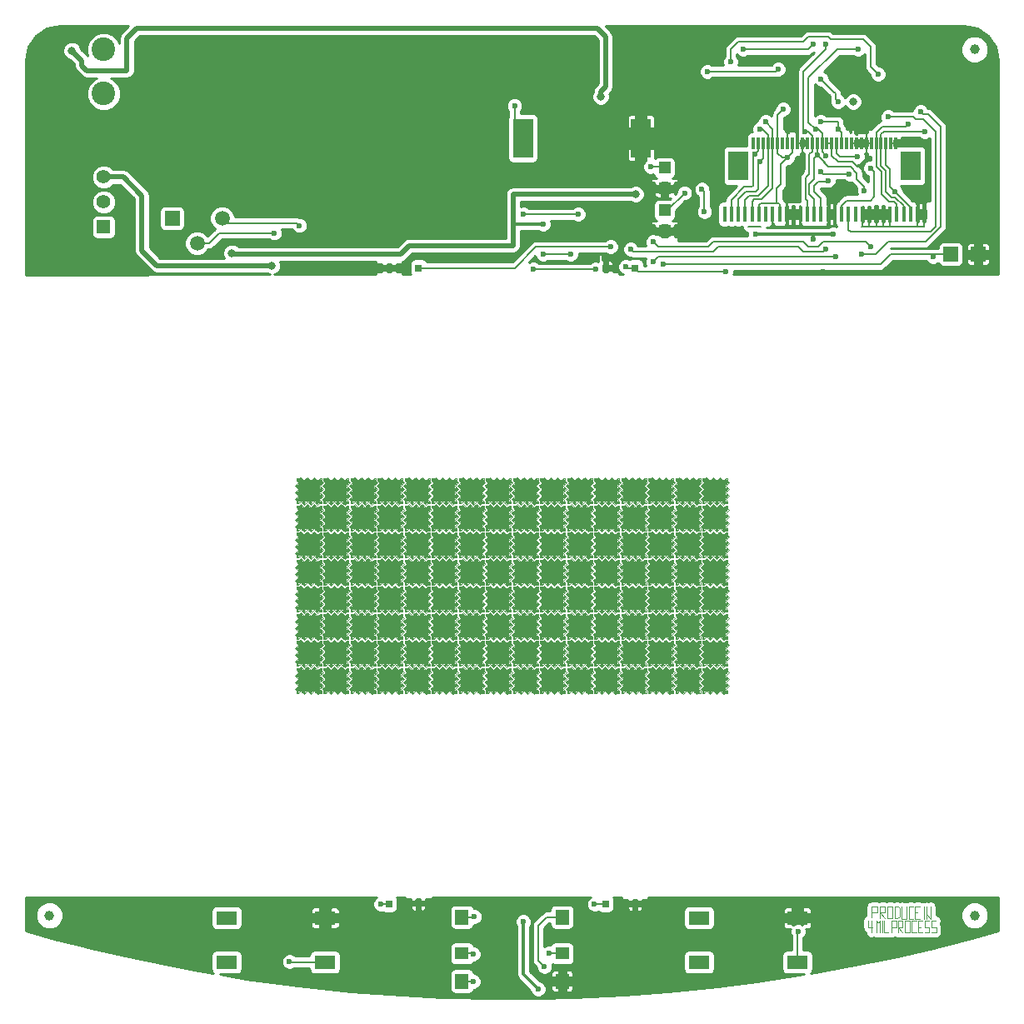
<source format=gbr>
G04 #@! TF.FileFunction,Copper,L1,Top,Signal*
%FSLAX46Y46*%
G04 Gerber Fmt 4.6, Leading zero omitted, Abs format (unit mm)*
G04 Created by KiCad (PCBNEW 4.1.0-alpha+201607190716+6983~46~ubuntu14.04.1-product) date Tue Aug 16 21:10:14 2016*
%MOMM*%
%LPD*%
G01*
G04 APERTURE LIST*
%ADD10C,0.100000*%
%ADD11C,0.150000*%
%ADD12R,1.400000X1.500000*%
%ADD13R,1.400000X1.300000*%
%ADD14C,1.510000*%
%ADD15R,1.510000X1.510000*%
%ADD16C,2.400000*%
%ADD17R,0.700000X0.800000*%
%ADD18R,1.198880X1.198880*%
%ADD19R,1.397000X1.397000*%
%ADD20C,1.397000*%
%ADD21R,2.000000X4.000000*%
%ADD22C,1.000000*%
%ADD23R,0.350000X1.600000*%
%ADD24R,2.100000X1.400000*%
%ADD25R,2.270000X2.270000*%
%ADD26C,0.604800*%
%ADD27R,0.300000X1.250000*%
%ADD28R,2.000000X3.000000*%
%ADD29R,1.501140X1.501140*%
%ADD30C,0.800000*%
%ADD31C,0.600000*%
%ADD32C,0.200000*%
%ADD33C,0.500000*%
%ADD34C,0.300000*%
%ADD35C,0.254000*%
G04 APERTURE END LIST*
D10*
D11*
X121795000Y-98515000D02*
X121925000Y-98645000D01*
X121925000Y-98645000D02*
X121795000Y-98765000D01*
X121795000Y-98765000D02*
X121795000Y-98515000D01*
X121785000Y-97825000D02*
X121915000Y-97955000D01*
X121915000Y-97955000D02*
X121785000Y-98075000D01*
X121785000Y-98075000D02*
X121785000Y-97825000D01*
X121695000Y-96955000D02*
X121805000Y-96955000D01*
X121805000Y-96955000D02*
X121795000Y-97405000D01*
X121795000Y-97405000D02*
X121895000Y-97245000D01*
X119455000Y-97735000D02*
X119325000Y-97605000D01*
X119325000Y-97605000D02*
X119455000Y-97485000D01*
X119455000Y-97485000D02*
X119455000Y-97735000D01*
X119465000Y-98425000D02*
X119335000Y-98295000D01*
X119335000Y-98295000D02*
X119465000Y-98175000D01*
X119465000Y-98175000D02*
X119465000Y-98425000D01*
X119555000Y-99295000D02*
X119445000Y-99295000D01*
X119445000Y-99295000D02*
X119455000Y-98845000D01*
X119455000Y-98845000D02*
X119355000Y-99005000D01*
X120235000Y-99295000D02*
X120105000Y-99425000D01*
X120105000Y-99425000D02*
X119985000Y-99295000D01*
X119985000Y-99295000D02*
X120235000Y-99295000D01*
X120925000Y-99285000D02*
X120795000Y-99415000D01*
X120795000Y-99415000D02*
X120675000Y-99285000D01*
X120675000Y-99285000D02*
X120925000Y-99285000D01*
X121795000Y-99195000D02*
X121795000Y-99305000D01*
X121795000Y-99305000D02*
X121345000Y-99295000D01*
X121345000Y-99295000D02*
X121505000Y-99395000D01*
X121015000Y-96955000D02*
X121145000Y-96825000D01*
X121145000Y-96825000D02*
X121265000Y-96955000D01*
X121265000Y-96955000D02*
X121015000Y-96955000D01*
X120325000Y-96965000D02*
X120455000Y-96835000D01*
X120455000Y-96835000D02*
X120575000Y-96965000D01*
X120575000Y-96965000D02*
X120325000Y-96965000D01*
X119455000Y-97055000D02*
X119455000Y-96945000D01*
X119455000Y-96945000D02*
X119905000Y-96955000D01*
X119905000Y-96955000D02*
X119745000Y-96855000D01*
D10*
X122036000Y-97266000D02*
X121900000Y-97136000D01*
X121900000Y-97136000D02*
X121900000Y-96850000D01*
X121900000Y-96850000D02*
X121699000Y-96850000D01*
X121699000Y-96850000D02*
X121484000Y-97074000D01*
X119214000Y-98984000D02*
X119350000Y-99114000D01*
X119350000Y-99114000D02*
X119350000Y-99400000D01*
X119350000Y-99400000D02*
X119551000Y-99400000D01*
X119551000Y-99400000D02*
X119766000Y-99176000D01*
X121484000Y-99536000D02*
X121614000Y-99400000D01*
X121614000Y-99400000D02*
X121900000Y-99400000D01*
X121900000Y-99400000D02*
X121900000Y-99199000D01*
X121900000Y-99199000D02*
X121676000Y-98984000D01*
X119766000Y-96714000D02*
X119636000Y-96850000D01*
X119636000Y-96850000D02*
X119350000Y-96850000D01*
X119350000Y-96850000D02*
X119350000Y-97051000D01*
X119350000Y-97051000D02*
X119574000Y-97266000D01*
X119765625Y-96714000D02*
X120109375Y-97074000D01*
X121484375Y-99536000D02*
X121140625Y-99176000D01*
X119214000Y-98984375D02*
X119574000Y-98640625D01*
X122036000Y-97265625D02*
X121676000Y-97609375D01*
X120109375Y-97074000D02*
X120453125Y-96714000D01*
X120453125Y-96714000D02*
X120796875Y-97074000D01*
X121140625Y-99176000D02*
X120796875Y-99536000D01*
X120796875Y-99536000D02*
X120453125Y-99176000D01*
X119574000Y-98640625D02*
X119214000Y-98296875D01*
X119214000Y-98296875D02*
X119574000Y-97953125D01*
X121676000Y-97609375D02*
X122036000Y-97953125D01*
X122036000Y-97953125D02*
X121676000Y-98296875D01*
X120796875Y-97074000D02*
X121140625Y-96714000D01*
X121140625Y-96714000D02*
X121484375Y-97074000D01*
X120453125Y-99176000D02*
X120109375Y-99536000D01*
X120109375Y-99536000D02*
X119765625Y-99176000D01*
X119574000Y-97953125D02*
X119214000Y-97609375D01*
X119214000Y-97609375D02*
X119574000Y-97265625D01*
X121676000Y-98296875D02*
X122036000Y-98640625D01*
X122036000Y-98640625D02*
X121676000Y-98984375D01*
D11*
X121795000Y-95765000D02*
X121925000Y-95895000D01*
X121925000Y-95895000D02*
X121795000Y-96015000D01*
X121795000Y-96015000D02*
X121795000Y-95765000D01*
X121785000Y-95075000D02*
X121915000Y-95205000D01*
X121915000Y-95205000D02*
X121785000Y-95325000D01*
X121785000Y-95325000D02*
X121785000Y-95075000D01*
X121695000Y-94205000D02*
X121805000Y-94205000D01*
X121805000Y-94205000D02*
X121795000Y-94655000D01*
X121795000Y-94655000D02*
X121895000Y-94495000D01*
X119455000Y-94985000D02*
X119325000Y-94855000D01*
X119325000Y-94855000D02*
X119455000Y-94735000D01*
X119455000Y-94735000D02*
X119455000Y-94985000D01*
X119465000Y-95675000D02*
X119335000Y-95545000D01*
X119335000Y-95545000D02*
X119465000Y-95425000D01*
X119465000Y-95425000D02*
X119465000Y-95675000D01*
X119555000Y-96545000D02*
X119445000Y-96545000D01*
X119445000Y-96545000D02*
X119455000Y-96095000D01*
X119455000Y-96095000D02*
X119355000Y-96255000D01*
X120235000Y-96545000D02*
X120105000Y-96675000D01*
X120105000Y-96675000D02*
X119985000Y-96545000D01*
X119985000Y-96545000D02*
X120235000Y-96545000D01*
X120925000Y-96535000D02*
X120795000Y-96665000D01*
X120795000Y-96665000D02*
X120675000Y-96535000D01*
X120675000Y-96535000D02*
X120925000Y-96535000D01*
X121795000Y-96445000D02*
X121795000Y-96555000D01*
X121795000Y-96555000D02*
X121345000Y-96545000D01*
X121345000Y-96545000D02*
X121505000Y-96645000D01*
X121015000Y-94205000D02*
X121145000Y-94075000D01*
X121145000Y-94075000D02*
X121265000Y-94205000D01*
X121265000Y-94205000D02*
X121015000Y-94205000D01*
X120325000Y-94215000D02*
X120455000Y-94085000D01*
X120455000Y-94085000D02*
X120575000Y-94215000D01*
X120575000Y-94215000D02*
X120325000Y-94215000D01*
X119455000Y-94305000D02*
X119455000Y-94195000D01*
X119455000Y-94195000D02*
X119905000Y-94205000D01*
X119905000Y-94205000D02*
X119745000Y-94105000D01*
D10*
X122036000Y-94516000D02*
X121900000Y-94386000D01*
X121900000Y-94386000D02*
X121900000Y-94100000D01*
X121900000Y-94100000D02*
X121699000Y-94100000D01*
X121699000Y-94100000D02*
X121484000Y-94324000D01*
X119214000Y-96234000D02*
X119350000Y-96364000D01*
X119350000Y-96364000D02*
X119350000Y-96650000D01*
X119350000Y-96650000D02*
X119551000Y-96650000D01*
X119551000Y-96650000D02*
X119766000Y-96426000D01*
X121484000Y-96786000D02*
X121614000Y-96650000D01*
X121614000Y-96650000D02*
X121900000Y-96650000D01*
X121900000Y-96650000D02*
X121900000Y-96449000D01*
X121900000Y-96449000D02*
X121676000Y-96234000D01*
X119766000Y-93964000D02*
X119636000Y-94100000D01*
X119636000Y-94100000D02*
X119350000Y-94100000D01*
X119350000Y-94100000D02*
X119350000Y-94301000D01*
X119350000Y-94301000D02*
X119574000Y-94516000D01*
X119765625Y-93964000D02*
X120109375Y-94324000D01*
X121484375Y-96786000D02*
X121140625Y-96426000D01*
X119214000Y-96234375D02*
X119574000Y-95890625D01*
X122036000Y-94515625D02*
X121676000Y-94859375D01*
X120109375Y-94324000D02*
X120453125Y-93964000D01*
X120453125Y-93964000D02*
X120796875Y-94324000D01*
X121140625Y-96426000D02*
X120796875Y-96786000D01*
X120796875Y-96786000D02*
X120453125Y-96426000D01*
X119574000Y-95890625D02*
X119214000Y-95546875D01*
X119214000Y-95546875D02*
X119574000Y-95203125D01*
X121676000Y-94859375D02*
X122036000Y-95203125D01*
X122036000Y-95203125D02*
X121676000Y-95546875D01*
X120796875Y-94324000D02*
X121140625Y-93964000D01*
X121140625Y-93964000D02*
X121484375Y-94324000D01*
X120453125Y-96426000D02*
X120109375Y-96786000D01*
X120109375Y-96786000D02*
X119765625Y-96426000D01*
X119574000Y-95203125D02*
X119214000Y-94859375D01*
X119214000Y-94859375D02*
X119574000Y-94515625D01*
X121676000Y-95546875D02*
X122036000Y-95890625D01*
X122036000Y-95890625D02*
X121676000Y-96234375D01*
D11*
X121795000Y-93015000D02*
X121925000Y-93145000D01*
X121925000Y-93145000D02*
X121795000Y-93265000D01*
X121795000Y-93265000D02*
X121795000Y-93015000D01*
X121785000Y-92325000D02*
X121915000Y-92455000D01*
X121915000Y-92455000D02*
X121785000Y-92575000D01*
X121785000Y-92575000D02*
X121785000Y-92325000D01*
X121695000Y-91455000D02*
X121805000Y-91455000D01*
X121805000Y-91455000D02*
X121795000Y-91905000D01*
X121795000Y-91905000D02*
X121895000Y-91745000D01*
X119455000Y-92235000D02*
X119325000Y-92105000D01*
X119325000Y-92105000D02*
X119455000Y-91985000D01*
X119455000Y-91985000D02*
X119455000Y-92235000D01*
X119465000Y-92925000D02*
X119335000Y-92795000D01*
X119335000Y-92795000D02*
X119465000Y-92675000D01*
X119465000Y-92675000D02*
X119465000Y-92925000D01*
X119555000Y-93795000D02*
X119445000Y-93795000D01*
X119445000Y-93795000D02*
X119455000Y-93345000D01*
X119455000Y-93345000D02*
X119355000Y-93505000D01*
X120235000Y-93795000D02*
X120105000Y-93925000D01*
X120105000Y-93925000D02*
X119985000Y-93795000D01*
X119985000Y-93795000D02*
X120235000Y-93795000D01*
X120925000Y-93785000D02*
X120795000Y-93915000D01*
X120795000Y-93915000D02*
X120675000Y-93785000D01*
X120675000Y-93785000D02*
X120925000Y-93785000D01*
X121795000Y-93695000D02*
X121795000Y-93805000D01*
X121795000Y-93805000D02*
X121345000Y-93795000D01*
X121345000Y-93795000D02*
X121505000Y-93895000D01*
X121015000Y-91455000D02*
X121145000Y-91325000D01*
X121145000Y-91325000D02*
X121265000Y-91455000D01*
X121265000Y-91455000D02*
X121015000Y-91455000D01*
X120325000Y-91465000D02*
X120455000Y-91335000D01*
X120455000Y-91335000D02*
X120575000Y-91465000D01*
X120575000Y-91465000D02*
X120325000Y-91465000D01*
X119455000Y-91555000D02*
X119455000Y-91445000D01*
X119455000Y-91445000D02*
X119905000Y-91455000D01*
X119905000Y-91455000D02*
X119745000Y-91355000D01*
D10*
X122036000Y-91766000D02*
X121900000Y-91636000D01*
X121900000Y-91636000D02*
X121900000Y-91350000D01*
X121900000Y-91350000D02*
X121699000Y-91350000D01*
X121699000Y-91350000D02*
X121484000Y-91574000D01*
X119214000Y-93484000D02*
X119350000Y-93614000D01*
X119350000Y-93614000D02*
X119350000Y-93900000D01*
X119350000Y-93900000D02*
X119551000Y-93900000D01*
X119551000Y-93900000D02*
X119766000Y-93676000D01*
X121484000Y-94036000D02*
X121614000Y-93900000D01*
X121614000Y-93900000D02*
X121900000Y-93900000D01*
X121900000Y-93900000D02*
X121900000Y-93699000D01*
X121900000Y-93699000D02*
X121676000Y-93484000D01*
X119766000Y-91214000D02*
X119636000Y-91350000D01*
X119636000Y-91350000D02*
X119350000Y-91350000D01*
X119350000Y-91350000D02*
X119350000Y-91551000D01*
X119350000Y-91551000D02*
X119574000Y-91766000D01*
X119765625Y-91214000D02*
X120109375Y-91574000D01*
X121484375Y-94036000D02*
X121140625Y-93676000D01*
X119214000Y-93484375D02*
X119574000Y-93140625D01*
X122036000Y-91765625D02*
X121676000Y-92109375D01*
X120109375Y-91574000D02*
X120453125Y-91214000D01*
X120453125Y-91214000D02*
X120796875Y-91574000D01*
X121140625Y-93676000D02*
X120796875Y-94036000D01*
X120796875Y-94036000D02*
X120453125Y-93676000D01*
X119574000Y-93140625D02*
X119214000Y-92796875D01*
X119214000Y-92796875D02*
X119574000Y-92453125D01*
X121676000Y-92109375D02*
X122036000Y-92453125D01*
X122036000Y-92453125D02*
X121676000Y-92796875D01*
X120796875Y-91574000D02*
X121140625Y-91214000D01*
X121140625Y-91214000D02*
X121484375Y-91574000D01*
X120453125Y-93676000D02*
X120109375Y-94036000D01*
X120109375Y-94036000D02*
X119765625Y-93676000D01*
X119574000Y-92453125D02*
X119214000Y-92109375D01*
X119214000Y-92109375D02*
X119574000Y-91765625D01*
X121676000Y-92796875D02*
X122036000Y-93140625D01*
X122036000Y-93140625D02*
X121676000Y-93484375D01*
D11*
X121795000Y-90265000D02*
X121925000Y-90395000D01*
X121925000Y-90395000D02*
X121795000Y-90515000D01*
X121795000Y-90515000D02*
X121795000Y-90265000D01*
X121785000Y-89575000D02*
X121915000Y-89705000D01*
X121915000Y-89705000D02*
X121785000Y-89825000D01*
X121785000Y-89825000D02*
X121785000Y-89575000D01*
X121695000Y-88705000D02*
X121805000Y-88705000D01*
X121805000Y-88705000D02*
X121795000Y-89155000D01*
X121795000Y-89155000D02*
X121895000Y-88995000D01*
X119455000Y-89485000D02*
X119325000Y-89355000D01*
X119325000Y-89355000D02*
X119455000Y-89235000D01*
X119455000Y-89235000D02*
X119455000Y-89485000D01*
X119465000Y-90175000D02*
X119335000Y-90045000D01*
X119335000Y-90045000D02*
X119465000Y-89925000D01*
X119465000Y-89925000D02*
X119465000Y-90175000D01*
X119555000Y-91045000D02*
X119445000Y-91045000D01*
X119445000Y-91045000D02*
X119455000Y-90595000D01*
X119455000Y-90595000D02*
X119355000Y-90755000D01*
X120235000Y-91045000D02*
X120105000Y-91175000D01*
X120105000Y-91175000D02*
X119985000Y-91045000D01*
X119985000Y-91045000D02*
X120235000Y-91045000D01*
X120925000Y-91035000D02*
X120795000Y-91165000D01*
X120795000Y-91165000D02*
X120675000Y-91035000D01*
X120675000Y-91035000D02*
X120925000Y-91035000D01*
X121795000Y-90945000D02*
X121795000Y-91055000D01*
X121795000Y-91055000D02*
X121345000Y-91045000D01*
X121345000Y-91045000D02*
X121505000Y-91145000D01*
X121015000Y-88705000D02*
X121145000Y-88575000D01*
X121145000Y-88575000D02*
X121265000Y-88705000D01*
X121265000Y-88705000D02*
X121015000Y-88705000D01*
X120325000Y-88715000D02*
X120455000Y-88585000D01*
X120455000Y-88585000D02*
X120575000Y-88715000D01*
X120575000Y-88715000D02*
X120325000Y-88715000D01*
X119455000Y-88805000D02*
X119455000Y-88695000D01*
X119455000Y-88695000D02*
X119905000Y-88705000D01*
X119905000Y-88705000D02*
X119745000Y-88605000D01*
D10*
X122036000Y-89016000D02*
X121900000Y-88886000D01*
X121900000Y-88886000D02*
X121900000Y-88600000D01*
X121900000Y-88600000D02*
X121699000Y-88600000D01*
X121699000Y-88600000D02*
X121484000Y-88824000D01*
X119214000Y-90734000D02*
X119350000Y-90864000D01*
X119350000Y-90864000D02*
X119350000Y-91150000D01*
X119350000Y-91150000D02*
X119551000Y-91150000D01*
X119551000Y-91150000D02*
X119766000Y-90926000D01*
X121484000Y-91286000D02*
X121614000Y-91150000D01*
X121614000Y-91150000D02*
X121900000Y-91150000D01*
X121900000Y-91150000D02*
X121900000Y-90949000D01*
X121900000Y-90949000D02*
X121676000Y-90734000D01*
X119766000Y-88464000D02*
X119636000Y-88600000D01*
X119636000Y-88600000D02*
X119350000Y-88600000D01*
X119350000Y-88600000D02*
X119350000Y-88801000D01*
X119350000Y-88801000D02*
X119574000Y-89016000D01*
X119765625Y-88464000D02*
X120109375Y-88824000D01*
X121484375Y-91286000D02*
X121140625Y-90926000D01*
X119214000Y-90734375D02*
X119574000Y-90390625D01*
X122036000Y-89015625D02*
X121676000Y-89359375D01*
X120109375Y-88824000D02*
X120453125Y-88464000D01*
X120453125Y-88464000D02*
X120796875Y-88824000D01*
X121140625Y-90926000D02*
X120796875Y-91286000D01*
X120796875Y-91286000D02*
X120453125Y-90926000D01*
X119574000Y-90390625D02*
X119214000Y-90046875D01*
X119214000Y-90046875D02*
X119574000Y-89703125D01*
X121676000Y-89359375D02*
X122036000Y-89703125D01*
X122036000Y-89703125D02*
X121676000Y-90046875D01*
X120796875Y-88824000D02*
X121140625Y-88464000D01*
X121140625Y-88464000D02*
X121484375Y-88824000D01*
X120453125Y-90926000D02*
X120109375Y-91286000D01*
X120109375Y-91286000D02*
X119765625Y-90926000D01*
X119574000Y-89703125D02*
X119214000Y-89359375D01*
X119214000Y-89359375D02*
X119574000Y-89015625D01*
X121676000Y-90046875D02*
X122036000Y-90390625D01*
X122036000Y-90390625D02*
X121676000Y-90734375D01*
D11*
X119045000Y-98515000D02*
X119175000Y-98645000D01*
X119175000Y-98645000D02*
X119045000Y-98765000D01*
X119045000Y-98765000D02*
X119045000Y-98515000D01*
X119035000Y-97825000D02*
X119165000Y-97955000D01*
X119165000Y-97955000D02*
X119035000Y-98075000D01*
X119035000Y-98075000D02*
X119035000Y-97825000D01*
X118945000Y-96955000D02*
X119055000Y-96955000D01*
X119055000Y-96955000D02*
X119045000Y-97405000D01*
X119045000Y-97405000D02*
X119145000Y-97245000D01*
X116705000Y-97735000D02*
X116575000Y-97605000D01*
X116575000Y-97605000D02*
X116705000Y-97485000D01*
X116705000Y-97485000D02*
X116705000Y-97735000D01*
X116715000Y-98425000D02*
X116585000Y-98295000D01*
X116585000Y-98295000D02*
X116715000Y-98175000D01*
X116715000Y-98175000D02*
X116715000Y-98425000D01*
X116805000Y-99295000D02*
X116695000Y-99295000D01*
X116695000Y-99295000D02*
X116705000Y-98845000D01*
X116705000Y-98845000D02*
X116605000Y-99005000D01*
X117485000Y-99295000D02*
X117355000Y-99425000D01*
X117355000Y-99425000D02*
X117235000Y-99295000D01*
X117235000Y-99295000D02*
X117485000Y-99295000D01*
X118175000Y-99285000D02*
X118045000Y-99415000D01*
X118045000Y-99415000D02*
X117925000Y-99285000D01*
X117925000Y-99285000D02*
X118175000Y-99285000D01*
X119045000Y-99195000D02*
X119045000Y-99305000D01*
X119045000Y-99305000D02*
X118595000Y-99295000D01*
X118595000Y-99295000D02*
X118755000Y-99395000D01*
X118265000Y-96955000D02*
X118395000Y-96825000D01*
X118395000Y-96825000D02*
X118515000Y-96955000D01*
X118515000Y-96955000D02*
X118265000Y-96955000D01*
X117575000Y-96965000D02*
X117705000Y-96835000D01*
X117705000Y-96835000D02*
X117825000Y-96965000D01*
X117825000Y-96965000D02*
X117575000Y-96965000D01*
X116705000Y-97055000D02*
X116705000Y-96945000D01*
X116705000Y-96945000D02*
X117155000Y-96955000D01*
X117155000Y-96955000D02*
X116995000Y-96855000D01*
D10*
X119286000Y-97266000D02*
X119150000Y-97136000D01*
X119150000Y-97136000D02*
X119150000Y-96850000D01*
X119150000Y-96850000D02*
X118949000Y-96850000D01*
X118949000Y-96850000D02*
X118734000Y-97074000D01*
X116464000Y-98984000D02*
X116600000Y-99114000D01*
X116600000Y-99114000D02*
X116600000Y-99400000D01*
X116600000Y-99400000D02*
X116801000Y-99400000D01*
X116801000Y-99400000D02*
X117016000Y-99176000D01*
X118734000Y-99536000D02*
X118864000Y-99400000D01*
X118864000Y-99400000D02*
X119150000Y-99400000D01*
X119150000Y-99400000D02*
X119150000Y-99199000D01*
X119150000Y-99199000D02*
X118926000Y-98984000D01*
X117016000Y-96714000D02*
X116886000Y-96850000D01*
X116886000Y-96850000D02*
X116600000Y-96850000D01*
X116600000Y-96850000D02*
X116600000Y-97051000D01*
X116600000Y-97051000D02*
X116824000Y-97266000D01*
X117015625Y-96714000D02*
X117359375Y-97074000D01*
X118734375Y-99536000D02*
X118390625Y-99176000D01*
X116464000Y-98984375D02*
X116824000Y-98640625D01*
X119286000Y-97265625D02*
X118926000Y-97609375D01*
X117359375Y-97074000D02*
X117703125Y-96714000D01*
X117703125Y-96714000D02*
X118046875Y-97074000D01*
X118390625Y-99176000D02*
X118046875Y-99536000D01*
X118046875Y-99536000D02*
X117703125Y-99176000D01*
X116824000Y-98640625D02*
X116464000Y-98296875D01*
X116464000Y-98296875D02*
X116824000Y-97953125D01*
X118926000Y-97609375D02*
X119286000Y-97953125D01*
X119286000Y-97953125D02*
X118926000Y-98296875D01*
X118046875Y-97074000D02*
X118390625Y-96714000D01*
X118390625Y-96714000D02*
X118734375Y-97074000D01*
X117703125Y-99176000D02*
X117359375Y-99536000D01*
X117359375Y-99536000D02*
X117015625Y-99176000D01*
X116824000Y-97953125D02*
X116464000Y-97609375D01*
X116464000Y-97609375D02*
X116824000Y-97265625D01*
X118926000Y-98296875D02*
X119286000Y-98640625D01*
X119286000Y-98640625D02*
X118926000Y-98984375D01*
D11*
X119045000Y-95765000D02*
X119175000Y-95895000D01*
X119175000Y-95895000D02*
X119045000Y-96015000D01*
X119045000Y-96015000D02*
X119045000Y-95765000D01*
X119035000Y-95075000D02*
X119165000Y-95205000D01*
X119165000Y-95205000D02*
X119035000Y-95325000D01*
X119035000Y-95325000D02*
X119035000Y-95075000D01*
X118945000Y-94205000D02*
X119055000Y-94205000D01*
X119055000Y-94205000D02*
X119045000Y-94655000D01*
X119045000Y-94655000D02*
X119145000Y-94495000D01*
X116705000Y-94985000D02*
X116575000Y-94855000D01*
X116575000Y-94855000D02*
X116705000Y-94735000D01*
X116705000Y-94735000D02*
X116705000Y-94985000D01*
X116715000Y-95675000D02*
X116585000Y-95545000D01*
X116585000Y-95545000D02*
X116715000Y-95425000D01*
X116715000Y-95425000D02*
X116715000Y-95675000D01*
X116805000Y-96545000D02*
X116695000Y-96545000D01*
X116695000Y-96545000D02*
X116705000Y-96095000D01*
X116705000Y-96095000D02*
X116605000Y-96255000D01*
X117485000Y-96545000D02*
X117355000Y-96675000D01*
X117355000Y-96675000D02*
X117235000Y-96545000D01*
X117235000Y-96545000D02*
X117485000Y-96545000D01*
X118175000Y-96535000D02*
X118045000Y-96665000D01*
X118045000Y-96665000D02*
X117925000Y-96535000D01*
X117925000Y-96535000D02*
X118175000Y-96535000D01*
X119045000Y-96445000D02*
X119045000Y-96555000D01*
X119045000Y-96555000D02*
X118595000Y-96545000D01*
X118595000Y-96545000D02*
X118755000Y-96645000D01*
X118265000Y-94205000D02*
X118395000Y-94075000D01*
X118395000Y-94075000D02*
X118515000Y-94205000D01*
X118515000Y-94205000D02*
X118265000Y-94205000D01*
X117575000Y-94215000D02*
X117705000Y-94085000D01*
X117705000Y-94085000D02*
X117825000Y-94215000D01*
X117825000Y-94215000D02*
X117575000Y-94215000D01*
X116705000Y-94305000D02*
X116705000Y-94195000D01*
X116705000Y-94195000D02*
X117155000Y-94205000D01*
X117155000Y-94205000D02*
X116995000Y-94105000D01*
D10*
X119286000Y-94516000D02*
X119150000Y-94386000D01*
X119150000Y-94386000D02*
X119150000Y-94100000D01*
X119150000Y-94100000D02*
X118949000Y-94100000D01*
X118949000Y-94100000D02*
X118734000Y-94324000D01*
X116464000Y-96234000D02*
X116600000Y-96364000D01*
X116600000Y-96364000D02*
X116600000Y-96650000D01*
X116600000Y-96650000D02*
X116801000Y-96650000D01*
X116801000Y-96650000D02*
X117016000Y-96426000D01*
X118734000Y-96786000D02*
X118864000Y-96650000D01*
X118864000Y-96650000D02*
X119150000Y-96650000D01*
X119150000Y-96650000D02*
X119150000Y-96449000D01*
X119150000Y-96449000D02*
X118926000Y-96234000D01*
X117016000Y-93964000D02*
X116886000Y-94100000D01*
X116886000Y-94100000D02*
X116600000Y-94100000D01*
X116600000Y-94100000D02*
X116600000Y-94301000D01*
X116600000Y-94301000D02*
X116824000Y-94516000D01*
X117015625Y-93964000D02*
X117359375Y-94324000D01*
X118734375Y-96786000D02*
X118390625Y-96426000D01*
X116464000Y-96234375D02*
X116824000Y-95890625D01*
X119286000Y-94515625D02*
X118926000Y-94859375D01*
X117359375Y-94324000D02*
X117703125Y-93964000D01*
X117703125Y-93964000D02*
X118046875Y-94324000D01*
X118390625Y-96426000D02*
X118046875Y-96786000D01*
X118046875Y-96786000D02*
X117703125Y-96426000D01*
X116824000Y-95890625D02*
X116464000Y-95546875D01*
X116464000Y-95546875D02*
X116824000Y-95203125D01*
X118926000Y-94859375D02*
X119286000Y-95203125D01*
X119286000Y-95203125D02*
X118926000Y-95546875D01*
X118046875Y-94324000D02*
X118390625Y-93964000D01*
X118390625Y-93964000D02*
X118734375Y-94324000D01*
X117703125Y-96426000D02*
X117359375Y-96786000D01*
X117359375Y-96786000D02*
X117015625Y-96426000D01*
X116824000Y-95203125D02*
X116464000Y-94859375D01*
X116464000Y-94859375D02*
X116824000Y-94515625D01*
X118926000Y-95546875D02*
X119286000Y-95890625D01*
X119286000Y-95890625D02*
X118926000Y-96234375D01*
D11*
X119045000Y-90265000D02*
X119175000Y-90395000D01*
X119175000Y-90395000D02*
X119045000Y-90515000D01*
X119045000Y-90515000D02*
X119045000Y-90265000D01*
X119035000Y-89575000D02*
X119165000Y-89705000D01*
X119165000Y-89705000D02*
X119035000Y-89825000D01*
X119035000Y-89825000D02*
X119035000Y-89575000D01*
X118945000Y-88705000D02*
X119055000Y-88705000D01*
X119055000Y-88705000D02*
X119045000Y-89155000D01*
X119045000Y-89155000D02*
X119145000Y-88995000D01*
X116705000Y-89485000D02*
X116575000Y-89355000D01*
X116575000Y-89355000D02*
X116705000Y-89235000D01*
X116705000Y-89235000D02*
X116705000Y-89485000D01*
X116715000Y-90175000D02*
X116585000Y-90045000D01*
X116585000Y-90045000D02*
X116715000Y-89925000D01*
X116715000Y-89925000D02*
X116715000Y-90175000D01*
X116805000Y-91045000D02*
X116695000Y-91045000D01*
X116695000Y-91045000D02*
X116705000Y-90595000D01*
X116705000Y-90595000D02*
X116605000Y-90755000D01*
X117485000Y-91045000D02*
X117355000Y-91175000D01*
X117355000Y-91175000D02*
X117235000Y-91045000D01*
X117235000Y-91045000D02*
X117485000Y-91045000D01*
X118175000Y-91035000D02*
X118045000Y-91165000D01*
X118045000Y-91165000D02*
X117925000Y-91035000D01*
X117925000Y-91035000D02*
X118175000Y-91035000D01*
X119045000Y-90945000D02*
X119045000Y-91055000D01*
X119045000Y-91055000D02*
X118595000Y-91045000D01*
X118595000Y-91045000D02*
X118755000Y-91145000D01*
X118265000Y-88705000D02*
X118395000Y-88575000D01*
X118395000Y-88575000D02*
X118515000Y-88705000D01*
X118515000Y-88705000D02*
X118265000Y-88705000D01*
X117575000Y-88715000D02*
X117705000Y-88585000D01*
X117705000Y-88585000D02*
X117825000Y-88715000D01*
X117825000Y-88715000D02*
X117575000Y-88715000D01*
X116705000Y-88805000D02*
X116705000Y-88695000D01*
X116705000Y-88695000D02*
X117155000Y-88705000D01*
X117155000Y-88705000D02*
X116995000Y-88605000D01*
D10*
X119286000Y-89016000D02*
X119150000Y-88886000D01*
X119150000Y-88886000D02*
X119150000Y-88600000D01*
X119150000Y-88600000D02*
X118949000Y-88600000D01*
X118949000Y-88600000D02*
X118734000Y-88824000D01*
X116464000Y-90734000D02*
X116600000Y-90864000D01*
X116600000Y-90864000D02*
X116600000Y-91150000D01*
X116600000Y-91150000D02*
X116801000Y-91150000D01*
X116801000Y-91150000D02*
X117016000Y-90926000D01*
X118734000Y-91286000D02*
X118864000Y-91150000D01*
X118864000Y-91150000D02*
X119150000Y-91150000D01*
X119150000Y-91150000D02*
X119150000Y-90949000D01*
X119150000Y-90949000D02*
X118926000Y-90734000D01*
X117016000Y-88464000D02*
X116886000Y-88600000D01*
X116886000Y-88600000D02*
X116600000Y-88600000D01*
X116600000Y-88600000D02*
X116600000Y-88801000D01*
X116600000Y-88801000D02*
X116824000Y-89016000D01*
X117015625Y-88464000D02*
X117359375Y-88824000D01*
X118734375Y-91286000D02*
X118390625Y-90926000D01*
X116464000Y-90734375D02*
X116824000Y-90390625D01*
X119286000Y-89015625D02*
X118926000Y-89359375D01*
X117359375Y-88824000D02*
X117703125Y-88464000D01*
X117703125Y-88464000D02*
X118046875Y-88824000D01*
X118390625Y-90926000D02*
X118046875Y-91286000D01*
X118046875Y-91286000D02*
X117703125Y-90926000D01*
X116824000Y-90390625D02*
X116464000Y-90046875D01*
X116464000Y-90046875D02*
X116824000Y-89703125D01*
X118926000Y-89359375D02*
X119286000Y-89703125D01*
X119286000Y-89703125D02*
X118926000Y-90046875D01*
X118046875Y-88824000D02*
X118390625Y-88464000D01*
X118390625Y-88464000D02*
X118734375Y-88824000D01*
X117703125Y-90926000D02*
X117359375Y-91286000D01*
X117359375Y-91286000D02*
X117015625Y-90926000D01*
X116824000Y-89703125D02*
X116464000Y-89359375D01*
X116464000Y-89359375D02*
X116824000Y-89015625D01*
X118926000Y-90046875D02*
X119286000Y-90390625D01*
X119286000Y-90390625D02*
X118926000Y-90734375D01*
D11*
X119045000Y-93015000D02*
X119175000Y-93145000D01*
X119175000Y-93145000D02*
X119045000Y-93265000D01*
X119045000Y-93265000D02*
X119045000Y-93015000D01*
X119035000Y-92325000D02*
X119165000Y-92455000D01*
X119165000Y-92455000D02*
X119035000Y-92575000D01*
X119035000Y-92575000D02*
X119035000Y-92325000D01*
X118945000Y-91455000D02*
X119055000Y-91455000D01*
X119055000Y-91455000D02*
X119045000Y-91905000D01*
X119045000Y-91905000D02*
X119145000Y-91745000D01*
X116705000Y-92235000D02*
X116575000Y-92105000D01*
X116575000Y-92105000D02*
X116705000Y-91985000D01*
X116705000Y-91985000D02*
X116705000Y-92235000D01*
X116715000Y-92925000D02*
X116585000Y-92795000D01*
X116585000Y-92795000D02*
X116715000Y-92675000D01*
X116715000Y-92675000D02*
X116715000Y-92925000D01*
X116805000Y-93795000D02*
X116695000Y-93795000D01*
X116695000Y-93795000D02*
X116705000Y-93345000D01*
X116705000Y-93345000D02*
X116605000Y-93505000D01*
X117485000Y-93795000D02*
X117355000Y-93925000D01*
X117355000Y-93925000D02*
X117235000Y-93795000D01*
X117235000Y-93795000D02*
X117485000Y-93795000D01*
X118175000Y-93785000D02*
X118045000Y-93915000D01*
X118045000Y-93915000D02*
X117925000Y-93785000D01*
X117925000Y-93785000D02*
X118175000Y-93785000D01*
X119045000Y-93695000D02*
X119045000Y-93805000D01*
X119045000Y-93805000D02*
X118595000Y-93795000D01*
X118595000Y-93795000D02*
X118755000Y-93895000D01*
X118265000Y-91455000D02*
X118395000Y-91325000D01*
X118395000Y-91325000D02*
X118515000Y-91455000D01*
X118515000Y-91455000D02*
X118265000Y-91455000D01*
X117575000Y-91465000D02*
X117705000Y-91335000D01*
X117705000Y-91335000D02*
X117825000Y-91465000D01*
X117825000Y-91465000D02*
X117575000Y-91465000D01*
X116705000Y-91555000D02*
X116705000Y-91445000D01*
X116705000Y-91445000D02*
X117155000Y-91455000D01*
X117155000Y-91455000D02*
X116995000Y-91355000D01*
D10*
X119286000Y-91766000D02*
X119150000Y-91636000D01*
X119150000Y-91636000D02*
X119150000Y-91350000D01*
X119150000Y-91350000D02*
X118949000Y-91350000D01*
X118949000Y-91350000D02*
X118734000Y-91574000D01*
X116464000Y-93484000D02*
X116600000Y-93614000D01*
X116600000Y-93614000D02*
X116600000Y-93900000D01*
X116600000Y-93900000D02*
X116801000Y-93900000D01*
X116801000Y-93900000D02*
X117016000Y-93676000D01*
X118734000Y-94036000D02*
X118864000Y-93900000D01*
X118864000Y-93900000D02*
X119150000Y-93900000D01*
X119150000Y-93900000D02*
X119150000Y-93699000D01*
X119150000Y-93699000D02*
X118926000Y-93484000D01*
X117016000Y-91214000D02*
X116886000Y-91350000D01*
X116886000Y-91350000D02*
X116600000Y-91350000D01*
X116600000Y-91350000D02*
X116600000Y-91551000D01*
X116600000Y-91551000D02*
X116824000Y-91766000D01*
X117015625Y-91214000D02*
X117359375Y-91574000D01*
X118734375Y-94036000D02*
X118390625Y-93676000D01*
X116464000Y-93484375D02*
X116824000Y-93140625D01*
X119286000Y-91765625D02*
X118926000Y-92109375D01*
X117359375Y-91574000D02*
X117703125Y-91214000D01*
X117703125Y-91214000D02*
X118046875Y-91574000D01*
X118390625Y-93676000D02*
X118046875Y-94036000D01*
X118046875Y-94036000D02*
X117703125Y-93676000D01*
X116824000Y-93140625D02*
X116464000Y-92796875D01*
X116464000Y-92796875D02*
X116824000Y-92453125D01*
X118926000Y-92109375D02*
X119286000Y-92453125D01*
X119286000Y-92453125D02*
X118926000Y-92796875D01*
X118046875Y-91574000D02*
X118390625Y-91214000D01*
X118390625Y-91214000D02*
X118734375Y-91574000D01*
X117703125Y-93676000D02*
X117359375Y-94036000D01*
X117359375Y-94036000D02*
X117015625Y-93676000D01*
X116824000Y-92453125D02*
X116464000Y-92109375D01*
X116464000Y-92109375D02*
X116824000Y-91765625D01*
X118926000Y-92796875D02*
X119286000Y-93140625D01*
X119286000Y-93140625D02*
X118926000Y-93484375D01*
D11*
X116295000Y-98515000D02*
X116425000Y-98645000D01*
X116425000Y-98645000D02*
X116295000Y-98765000D01*
X116295000Y-98765000D02*
X116295000Y-98515000D01*
X116285000Y-97825000D02*
X116415000Y-97955000D01*
X116415000Y-97955000D02*
X116285000Y-98075000D01*
X116285000Y-98075000D02*
X116285000Y-97825000D01*
X116195000Y-96955000D02*
X116305000Y-96955000D01*
X116305000Y-96955000D02*
X116295000Y-97405000D01*
X116295000Y-97405000D02*
X116395000Y-97245000D01*
X113955000Y-97735000D02*
X113825000Y-97605000D01*
X113825000Y-97605000D02*
X113955000Y-97485000D01*
X113955000Y-97485000D02*
X113955000Y-97735000D01*
X113965000Y-98425000D02*
X113835000Y-98295000D01*
X113835000Y-98295000D02*
X113965000Y-98175000D01*
X113965000Y-98175000D02*
X113965000Y-98425000D01*
X114055000Y-99295000D02*
X113945000Y-99295000D01*
X113945000Y-99295000D02*
X113955000Y-98845000D01*
X113955000Y-98845000D02*
X113855000Y-99005000D01*
X114735000Y-99295000D02*
X114605000Y-99425000D01*
X114605000Y-99425000D02*
X114485000Y-99295000D01*
X114485000Y-99295000D02*
X114735000Y-99295000D01*
X115425000Y-99285000D02*
X115295000Y-99415000D01*
X115295000Y-99415000D02*
X115175000Y-99285000D01*
X115175000Y-99285000D02*
X115425000Y-99285000D01*
X116295000Y-99195000D02*
X116295000Y-99305000D01*
X116295000Y-99305000D02*
X115845000Y-99295000D01*
X115845000Y-99295000D02*
X116005000Y-99395000D01*
X115515000Y-96955000D02*
X115645000Y-96825000D01*
X115645000Y-96825000D02*
X115765000Y-96955000D01*
X115765000Y-96955000D02*
X115515000Y-96955000D01*
X114825000Y-96965000D02*
X114955000Y-96835000D01*
X114955000Y-96835000D02*
X115075000Y-96965000D01*
X115075000Y-96965000D02*
X114825000Y-96965000D01*
X113955000Y-97055000D02*
X113955000Y-96945000D01*
X113955000Y-96945000D02*
X114405000Y-96955000D01*
X114405000Y-96955000D02*
X114245000Y-96855000D01*
D10*
X116536000Y-97266000D02*
X116400000Y-97136000D01*
X116400000Y-97136000D02*
X116400000Y-96850000D01*
X116400000Y-96850000D02*
X116199000Y-96850000D01*
X116199000Y-96850000D02*
X115984000Y-97074000D01*
X113714000Y-98984000D02*
X113850000Y-99114000D01*
X113850000Y-99114000D02*
X113850000Y-99400000D01*
X113850000Y-99400000D02*
X114051000Y-99400000D01*
X114051000Y-99400000D02*
X114266000Y-99176000D01*
X115984000Y-99536000D02*
X116114000Y-99400000D01*
X116114000Y-99400000D02*
X116400000Y-99400000D01*
X116400000Y-99400000D02*
X116400000Y-99199000D01*
X116400000Y-99199000D02*
X116176000Y-98984000D01*
X114266000Y-96714000D02*
X114136000Y-96850000D01*
X114136000Y-96850000D02*
X113850000Y-96850000D01*
X113850000Y-96850000D02*
X113850000Y-97051000D01*
X113850000Y-97051000D02*
X114074000Y-97266000D01*
X114265625Y-96714000D02*
X114609375Y-97074000D01*
X115984375Y-99536000D02*
X115640625Y-99176000D01*
X113714000Y-98984375D02*
X114074000Y-98640625D01*
X116536000Y-97265625D02*
X116176000Y-97609375D01*
X114609375Y-97074000D02*
X114953125Y-96714000D01*
X114953125Y-96714000D02*
X115296875Y-97074000D01*
X115640625Y-99176000D02*
X115296875Y-99536000D01*
X115296875Y-99536000D02*
X114953125Y-99176000D01*
X114074000Y-98640625D02*
X113714000Y-98296875D01*
X113714000Y-98296875D02*
X114074000Y-97953125D01*
X116176000Y-97609375D02*
X116536000Y-97953125D01*
X116536000Y-97953125D02*
X116176000Y-98296875D01*
X115296875Y-97074000D02*
X115640625Y-96714000D01*
X115640625Y-96714000D02*
X115984375Y-97074000D01*
X114953125Y-99176000D02*
X114609375Y-99536000D01*
X114609375Y-99536000D02*
X114265625Y-99176000D01*
X114074000Y-97953125D02*
X113714000Y-97609375D01*
X113714000Y-97609375D02*
X114074000Y-97265625D01*
X116176000Y-98296875D02*
X116536000Y-98640625D01*
X116536000Y-98640625D02*
X116176000Y-98984375D01*
D11*
X116295000Y-93015000D02*
X116425000Y-93145000D01*
X116425000Y-93145000D02*
X116295000Y-93265000D01*
X116295000Y-93265000D02*
X116295000Y-93015000D01*
X116285000Y-92325000D02*
X116415000Y-92455000D01*
X116415000Y-92455000D02*
X116285000Y-92575000D01*
X116285000Y-92575000D02*
X116285000Y-92325000D01*
X116195000Y-91455000D02*
X116305000Y-91455000D01*
X116305000Y-91455000D02*
X116295000Y-91905000D01*
X116295000Y-91905000D02*
X116395000Y-91745000D01*
X113955000Y-92235000D02*
X113825000Y-92105000D01*
X113825000Y-92105000D02*
X113955000Y-91985000D01*
X113955000Y-91985000D02*
X113955000Y-92235000D01*
X113965000Y-92925000D02*
X113835000Y-92795000D01*
X113835000Y-92795000D02*
X113965000Y-92675000D01*
X113965000Y-92675000D02*
X113965000Y-92925000D01*
X114055000Y-93795000D02*
X113945000Y-93795000D01*
X113945000Y-93795000D02*
X113955000Y-93345000D01*
X113955000Y-93345000D02*
X113855000Y-93505000D01*
X114735000Y-93795000D02*
X114605000Y-93925000D01*
X114605000Y-93925000D02*
X114485000Y-93795000D01*
X114485000Y-93795000D02*
X114735000Y-93795000D01*
X115425000Y-93785000D02*
X115295000Y-93915000D01*
X115295000Y-93915000D02*
X115175000Y-93785000D01*
X115175000Y-93785000D02*
X115425000Y-93785000D01*
X116295000Y-93695000D02*
X116295000Y-93805000D01*
X116295000Y-93805000D02*
X115845000Y-93795000D01*
X115845000Y-93795000D02*
X116005000Y-93895000D01*
X115515000Y-91455000D02*
X115645000Y-91325000D01*
X115645000Y-91325000D02*
X115765000Y-91455000D01*
X115765000Y-91455000D02*
X115515000Y-91455000D01*
X114825000Y-91465000D02*
X114955000Y-91335000D01*
X114955000Y-91335000D02*
X115075000Y-91465000D01*
X115075000Y-91465000D02*
X114825000Y-91465000D01*
X113955000Y-91555000D02*
X113955000Y-91445000D01*
X113955000Y-91445000D02*
X114405000Y-91455000D01*
X114405000Y-91455000D02*
X114245000Y-91355000D01*
D10*
X116536000Y-91766000D02*
X116400000Y-91636000D01*
X116400000Y-91636000D02*
X116400000Y-91350000D01*
X116400000Y-91350000D02*
X116199000Y-91350000D01*
X116199000Y-91350000D02*
X115984000Y-91574000D01*
X113714000Y-93484000D02*
X113850000Y-93614000D01*
X113850000Y-93614000D02*
X113850000Y-93900000D01*
X113850000Y-93900000D02*
X114051000Y-93900000D01*
X114051000Y-93900000D02*
X114266000Y-93676000D01*
X115984000Y-94036000D02*
X116114000Y-93900000D01*
X116114000Y-93900000D02*
X116400000Y-93900000D01*
X116400000Y-93900000D02*
X116400000Y-93699000D01*
X116400000Y-93699000D02*
X116176000Y-93484000D01*
X114266000Y-91214000D02*
X114136000Y-91350000D01*
X114136000Y-91350000D02*
X113850000Y-91350000D01*
X113850000Y-91350000D02*
X113850000Y-91551000D01*
X113850000Y-91551000D02*
X114074000Y-91766000D01*
X114265625Y-91214000D02*
X114609375Y-91574000D01*
X115984375Y-94036000D02*
X115640625Y-93676000D01*
X113714000Y-93484375D02*
X114074000Y-93140625D01*
X116536000Y-91765625D02*
X116176000Y-92109375D01*
X114609375Y-91574000D02*
X114953125Y-91214000D01*
X114953125Y-91214000D02*
X115296875Y-91574000D01*
X115640625Y-93676000D02*
X115296875Y-94036000D01*
X115296875Y-94036000D02*
X114953125Y-93676000D01*
X114074000Y-93140625D02*
X113714000Y-92796875D01*
X113714000Y-92796875D02*
X114074000Y-92453125D01*
X116176000Y-92109375D02*
X116536000Y-92453125D01*
X116536000Y-92453125D02*
X116176000Y-92796875D01*
X115296875Y-91574000D02*
X115640625Y-91214000D01*
X115640625Y-91214000D02*
X115984375Y-91574000D01*
X114953125Y-93676000D02*
X114609375Y-94036000D01*
X114609375Y-94036000D02*
X114265625Y-93676000D01*
X114074000Y-92453125D02*
X113714000Y-92109375D01*
X113714000Y-92109375D02*
X114074000Y-91765625D01*
X116176000Y-92796875D02*
X116536000Y-93140625D01*
X116536000Y-93140625D02*
X116176000Y-93484375D01*
D11*
X116295000Y-90265000D02*
X116425000Y-90395000D01*
X116425000Y-90395000D02*
X116295000Y-90515000D01*
X116295000Y-90515000D02*
X116295000Y-90265000D01*
X116285000Y-89575000D02*
X116415000Y-89705000D01*
X116415000Y-89705000D02*
X116285000Y-89825000D01*
X116285000Y-89825000D02*
X116285000Y-89575000D01*
X116195000Y-88705000D02*
X116305000Y-88705000D01*
X116305000Y-88705000D02*
X116295000Y-89155000D01*
X116295000Y-89155000D02*
X116395000Y-88995000D01*
X113955000Y-89485000D02*
X113825000Y-89355000D01*
X113825000Y-89355000D02*
X113955000Y-89235000D01*
X113955000Y-89235000D02*
X113955000Y-89485000D01*
X113965000Y-90175000D02*
X113835000Y-90045000D01*
X113835000Y-90045000D02*
X113965000Y-89925000D01*
X113965000Y-89925000D02*
X113965000Y-90175000D01*
X114055000Y-91045000D02*
X113945000Y-91045000D01*
X113945000Y-91045000D02*
X113955000Y-90595000D01*
X113955000Y-90595000D02*
X113855000Y-90755000D01*
X114735000Y-91045000D02*
X114605000Y-91175000D01*
X114605000Y-91175000D02*
X114485000Y-91045000D01*
X114485000Y-91045000D02*
X114735000Y-91045000D01*
X115425000Y-91035000D02*
X115295000Y-91165000D01*
X115295000Y-91165000D02*
X115175000Y-91035000D01*
X115175000Y-91035000D02*
X115425000Y-91035000D01*
X116295000Y-90945000D02*
X116295000Y-91055000D01*
X116295000Y-91055000D02*
X115845000Y-91045000D01*
X115845000Y-91045000D02*
X116005000Y-91145000D01*
X115515000Y-88705000D02*
X115645000Y-88575000D01*
X115645000Y-88575000D02*
X115765000Y-88705000D01*
X115765000Y-88705000D02*
X115515000Y-88705000D01*
X114825000Y-88715000D02*
X114955000Y-88585000D01*
X114955000Y-88585000D02*
X115075000Y-88715000D01*
X115075000Y-88715000D02*
X114825000Y-88715000D01*
X113955000Y-88805000D02*
X113955000Y-88695000D01*
X113955000Y-88695000D02*
X114405000Y-88705000D01*
X114405000Y-88705000D02*
X114245000Y-88605000D01*
D10*
X116536000Y-89016000D02*
X116400000Y-88886000D01*
X116400000Y-88886000D02*
X116400000Y-88600000D01*
X116400000Y-88600000D02*
X116199000Y-88600000D01*
X116199000Y-88600000D02*
X115984000Y-88824000D01*
X113714000Y-90734000D02*
X113850000Y-90864000D01*
X113850000Y-90864000D02*
X113850000Y-91150000D01*
X113850000Y-91150000D02*
X114051000Y-91150000D01*
X114051000Y-91150000D02*
X114266000Y-90926000D01*
X115984000Y-91286000D02*
X116114000Y-91150000D01*
X116114000Y-91150000D02*
X116400000Y-91150000D01*
X116400000Y-91150000D02*
X116400000Y-90949000D01*
X116400000Y-90949000D02*
X116176000Y-90734000D01*
X114266000Y-88464000D02*
X114136000Y-88600000D01*
X114136000Y-88600000D02*
X113850000Y-88600000D01*
X113850000Y-88600000D02*
X113850000Y-88801000D01*
X113850000Y-88801000D02*
X114074000Y-89016000D01*
X114265625Y-88464000D02*
X114609375Y-88824000D01*
X115984375Y-91286000D02*
X115640625Y-90926000D01*
X113714000Y-90734375D02*
X114074000Y-90390625D01*
X116536000Y-89015625D02*
X116176000Y-89359375D01*
X114609375Y-88824000D02*
X114953125Y-88464000D01*
X114953125Y-88464000D02*
X115296875Y-88824000D01*
X115640625Y-90926000D02*
X115296875Y-91286000D01*
X115296875Y-91286000D02*
X114953125Y-90926000D01*
X114074000Y-90390625D02*
X113714000Y-90046875D01*
X113714000Y-90046875D02*
X114074000Y-89703125D01*
X116176000Y-89359375D02*
X116536000Y-89703125D01*
X116536000Y-89703125D02*
X116176000Y-90046875D01*
X115296875Y-88824000D02*
X115640625Y-88464000D01*
X115640625Y-88464000D02*
X115984375Y-88824000D01*
X114953125Y-90926000D02*
X114609375Y-91286000D01*
X114609375Y-91286000D02*
X114265625Y-90926000D01*
X114074000Y-89703125D02*
X113714000Y-89359375D01*
X113714000Y-89359375D02*
X114074000Y-89015625D01*
X116176000Y-90046875D02*
X116536000Y-90390625D01*
X116536000Y-90390625D02*
X116176000Y-90734375D01*
D11*
X116295000Y-95765000D02*
X116425000Y-95895000D01*
X116425000Y-95895000D02*
X116295000Y-96015000D01*
X116295000Y-96015000D02*
X116295000Y-95765000D01*
X116285000Y-95075000D02*
X116415000Y-95205000D01*
X116415000Y-95205000D02*
X116285000Y-95325000D01*
X116285000Y-95325000D02*
X116285000Y-95075000D01*
X116195000Y-94205000D02*
X116305000Y-94205000D01*
X116305000Y-94205000D02*
X116295000Y-94655000D01*
X116295000Y-94655000D02*
X116395000Y-94495000D01*
X113955000Y-94985000D02*
X113825000Y-94855000D01*
X113825000Y-94855000D02*
X113955000Y-94735000D01*
X113955000Y-94735000D02*
X113955000Y-94985000D01*
X113965000Y-95675000D02*
X113835000Y-95545000D01*
X113835000Y-95545000D02*
X113965000Y-95425000D01*
X113965000Y-95425000D02*
X113965000Y-95675000D01*
X114055000Y-96545000D02*
X113945000Y-96545000D01*
X113945000Y-96545000D02*
X113955000Y-96095000D01*
X113955000Y-96095000D02*
X113855000Y-96255000D01*
X114735000Y-96545000D02*
X114605000Y-96675000D01*
X114605000Y-96675000D02*
X114485000Y-96545000D01*
X114485000Y-96545000D02*
X114735000Y-96545000D01*
X115425000Y-96535000D02*
X115295000Y-96665000D01*
X115295000Y-96665000D02*
X115175000Y-96535000D01*
X115175000Y-96535000D02*
X115425000Y-96535000D01*
X116295000Y-96445000D02*
X116295000Y-96555000D01*
X116295000Y-96555000D02*
X115845000Y-96545000D01*
X115845000Y-96545000D02*
X116005000Y-96645000D01*
X115515000Y-94205000D02*
X115645000Y-94075000D01*
X115645000Y-94075000D02*
X115765000Y-94205000D01*
X115765000Y-94205000D02*
X115515000Y-94205000D01*
X114825000Y-94215000D02*
X114955000Y-94085000D01*
X114955000Y-94085000D02*
X115075000Y-94215000D01*
X115075000Y-94215000D02*
X114825000Y-94215000D01*
X113955000Y-94305000D02*
X113955000Y-94195000D01*
X113955000Y-94195000D02*
X114405000Y-94205000D01*
X114405000Y-94205000D02*
X114245000Y-94105000D01*
D10*
X116536000Y-94516000D02*
X116400000Y-94386000D01*
X116400000Y-94386000D02*
X116400000Y-94100000D01*
X116400000Y-94100000D02*
X116199000Y-94100000D01*
X116199000Y-94100000D02*
X115984000Y-94324000D01*
X113714000Y-96234000D02*
X113850000Y-96364000D01*
X113850000Y-96364000D02*
X113850000Y-96650000D01*
X113850000Y-96650000D02*
X114051000Y-96650000D01*
X114051000Y-96650000D02*
X114266000Y-96426000D01*
X115984000Y-96786000D02*
X116114000Y-96650000D01*
X116114000Y-96650000D02*
X116400000Y-96650000D01*
X116400000Y-96650000D02*
X116400000Y-96449000D01*
X116400000Y-96449000D02*
X116176000Y-96234000D01*
X114266000Y-93964000D02*
X114136000Y-94100000D01*
X114136000Y-94100000D02*
X113850000Y-94100000D01*
X113850000Y-94100000D02*
X113850000Y-94301000D01*
X113850000Y-94301000D02*
X114074000Y-94516000D01*
X114265625Y-93964000D02*
X114609375Y-94324000D01*
X115984375Y-96786000D02*
X115640625Y-96426000D01*
X113714000Y-96234375D02*
X114074000Y-95890625D01*
X116536000Y-94515625D02*
X116176000Y-94859375D01*
X114609375Y-94324000D02*
X114953125Y-93964000D01*
X114953125Y-93964000D02*
X115296875Y-94324000D01*
X115640625Y-96426000D02*
X115296875Y-96786000D01*
X115296875Y-96786000D02*
X114953125Y-96426000D01*
X114074000Y-95890625D02*
X113714000Y-95546875D01*
X113714000Y-95546875D02*
X114074000Y-95203125D01*
X116176000Y-94859375D02*
X116536000Y-95203125D01*
X116536000Y-95203125D02*
X116176000Y-95546875D01*
X115296875Y-94324000D02*
X115640625Y-93964000D01*
X115640625Y-93964000D02*
X115984375Y-94324000D01*
X114953125Y-96426000D02*
X114609375Y-96786000D01*
X114609375Y-96786000D02*
X114265625Y-96426000D01*
X114074000Y-95203125D02*
X113714000Y-94859375D01*
X113714000Y-94859375D02*
X114074000Y-94515625D01*
X116176000Y-95546875D02*
X116536000Y-95890625D01*
X116536000Y-95890625D02*
X116176000Y-96234375D01*
D11*
X113545000Y-98515000D02*
X113675000Y-98645000D01*
X113675000Y-98645000D02*
X113545000Y-98765000D01*
X113545000Y-98765000D02*
X113545000Y-98515000D01*
X113535000Y-97825000D02*
X113665000Y-97955000D01*
X113665000Y-97955000D02*
X113535000Y-98075000D01*
X113535000Y-98075000D02*
X113535000Y-97825000D01*
X113445000Y-96955000D02*
X113555000Y-96955000D01*
X113555000Y-96955000D02*
X113545000Y-97405000D01*
X113545000Y-97405000D02*
X113645000Y-97245000D01*
X111205000Y-97735000D02*
X111075000Y-97605000D01*
X111075000Y-97605000D02*
X111205000Y-97485000D01*
X111205000Y-97485000D02*
X111205000Y-97735000D01*
X111215000Y-98425000D02*
X111085000Y-98295000D01*
X111085000Y-98295000D02*
X111215000Y-98175000D01*
X111215000Y-98175000D02*
X111215000Y-98425000D01*
X111305000Y-99295000D02*
X111195000Y-99295000D01*
X111195000Y-99295000D02*
X111205000Y-98845000D01*
X111205000Y-98845000D02*
X111105000Y-99005000D01*
X111985000Y-99295000D02*
X111855000Y-99425000D01*
X111855000Y-99425000D02*
X111735000Y-99295000D01*
X111735000Y-99295000D02*
X111985000Y-99295000D01*
X112675000Y-99285000D02*
X112545000Y-99415000D01*
X112545000Y-99415000D02*
X112425000Y-99285000D01*
X112425000Y-99285000D02*
X112675000Y-99285000D01*
X113545000Y-99195000D02*
X113545000Y-99305000D01*
X113545000Y-99305000D02*
X113095000Y-99295000D01*
X113095000Y-99295000D02*
X113255000Y-99395000D01*
X112765000Y-96955000D02*
X112895000Y-96825000D01*
X112895000Y-96825000D02*
X113015000Y-96955000D01*
X113015000Y-96955000D02*
X112765000Y-96955000D01*
X112075000Y-96965000D02*
X112205000Y-96835000D01*
X112205000Y-96835000D02*
X112325000Y-96965000D01*
X112325000Y-96965000D02*
X112075000Y-96965000D01*
X111205000Y-97055000D02*
X111205000Y-96945000D01*
X111205000Y-96945000D02*
X111655000Y-96955000D01*
X111655000Y-96955000D02*
X111495000Y-96855000D01*
D10*
X113786000Y-97266000D02*
X113650000Y-97136000D01*
X113650000Y-97136000D02*
X113650000Y-96850000D01*
X113650000Y-96850000D02*
X113449000Y-96850000D01*
X113449000Y-96850000D02*
X113234000Y-97074000D01*
X110964000Y-98984000D02*
X111100000Y-99114000D01*
X111100000Y-99114000D02*
X111100000Y-99400000D01*
X111100000Y-99400000D02*
X111301000Y-99400000D01*
X111301000Y-99400000D02*
X111516000Y-99176000D01*
X113234000Y-99536000D02*
X113364000Y-99400000D01*
X113364000Y-99400000D02*
X113650000Y-99400000D01*
X113650000Y-99400000D02*
X113650000Y-99199000D01*
X113650000Y-99199000D02*
X113426000Y-98984000D01*
X111516000Y-96714000D02*
X111386000Y-96850000D01*
X111386000Y-96850000D02*
X111100000Y-96850000D01*
X111100000Y-96850000D02*
X111100000Y-97051000D01*
X111100000Y-97051000D02*
X111324000Y-97266000D01*
X111515625Y-96714000D02*
X111859375Y-97074000D01*
X113234375Y-99536000D02*
X112890625Y-99176000D01*
X110964000Y-98984375D02*
X111324000Y-98640625D01*
X113786000Y-97265625D02*
X113426000Y-97609375D01*
X111859375Y-97074000D02*
X112203125Y-96714000D01*
X112203125Y-96714000D02*
X112546875Y-97074000D01*
X112890625Y-99176000D02*
X112546875Y-99536000D01*
X112546875Y-99536000D02*
X112203125Y-99176000D01*
X111324000Y-98640625D02*
X110964000Y-98296875D01*
X110964000Y-98296875D02*
X111324000Y-97953125D01*
X113426000Y-97609375D02*
X113786000Y-97953125D01*
X113786000Y-97953125D02*
X113426000Y-98296875D01*
X112546875Y-97074000D02*
X112890625Y-96714000D01*
X112890625Y-96714000D02*
X113234375Y-97074000D01*
X112203125Y-99176000D02*
X111859375Y-99536000D01*
X111859375Y-99536000D02*
X111515625Y-99176000D01*
X111324000Y-97953125D02*
X110964000Y-97609375D01*
X110964000Y-97609375D02*
X111324000Y-97265625D01*
X113426000Y-98296875D02*
X113786000Y-98640625D01*
X113786000Y-98640625D02*
X113426000Y-98984375D01*
D11*
X113545000Y-90265000D02*
X113675000Y-90395000D01*
X113675000Y-90395000D02*
X113545000Y-90515000D01*
X113545000Y-90515000D02*
X113545000Y-90265000D01*
X113535000Y-89575000D02*
X113665000Y-89705000D01*
X113665000Y-89705000D02*
X113535000Y-89825000D01*
X113535000Y-89825000D02*
X113535000Y-89575000D01*
X113445000Y-88705000D02*
X113555000Y-88705000D01*
X113555000Y-88705000D02*
X113545000Y-89155000D01*
X113545000Y-89155000D02*
X113645000Y-88995000D01*
X111205000Y-89485000D02*
X111075000Y-89355000D01*
X111075000Y-89355000D02*
X111205000Y-89235000D01*
X111205000Y-89235000D02*
X111205000Y-89485000D01*
X111215000Y-90175000D02*
X111085000Y-90045000D01*
X111085000Y-90045000D02*
X111215000Y-89925000D01*
X111215000Y-89925000D02*
X111215000Y-90175000D01*
X111305000Y-91045000D02*
X111195000Y-91045000D01*
X111195000Y-91045000D02*
X111205000Y-90595000D01*
X111205000Y-90595000D02*
X111105000Y-90755000D01*
X111985000Y-91045000D02*
X111855000Y-91175000D01*
X111855000Y-91175000D02*
X111735000Y-91045000D01*
X111735000Y-91045000D02*
X111985000Y-91045000D01*
X112675000Y-91035000D02*
X112545000Y-91165000D01*
X112545000Y-91165000D02*
X112425000Y-91035000D01*
X112425000Y-91035000D02*
X112675000Y-91035000D01*
X113545000Y-90945000D02*
X113545000Y-91055000D01*
X113545000Y-91055000D02*
X113095000Y-91045000D01*
X113095000Y-91045000D02*
X113255000Y-91145000D01*
X112765000Y-88705000D02*
X112895000Y-88575000D01*
X112895000Y-88575000D02*
X113015000Y-88705000D01*
X113015000Y-88705000D02*
X112765000Y-88705000D01*
X112075000Y-88715000D02*
X112205000Y-88585000D01*
X112205000Y-88585000D02*
X112325000Y-88715000D01*
X112325000Y-88715000D02*
X112075000Y-88715000D01*
X111205000Y-88805000D02*
X111205000Y-88695000D01*
X111205000Y-88695000D02*
X111655000Y-88705000D01*
X111655000Y-88705000D02*
X111495000Y-88605000D01*
D10*
X113786000Y-89016000D02*
X113650000Y-88886000D01*
X113650000Y-88886000D02*
X113650000Y-88600000D01*
X113650000Y-88600000D02*
X113449000Y-88600000D01*
X113449000Y-88600000D02*
X113234000Y-88824000D01*
X110964000Y-90734000D02*
X111100000Y-90864000D01*
X111100000Y-90864000D02*
X111100000Y-91150000D01*
X111100000Y-91150000D02*
X111301000Y-91150000D01*
X111301000Y-91150000D02*
X111516000Y-90926000D01*
X113234000Y-91286000D02*
X113364000Y-91150000D01*
X113364000Y-91150000D02*
X113650000Y-91150000D01*
X113650000Y-91150000D02*
X113650000Y-90949000D01*
X113650000Y-90949000D02*
X113426000Y-90734000D01*
X111516000Y-88464000D02*
X111386000Y-88600000D01*
X111386000Y-88600000D02*
X111100000Y-88600000D01*
X111100000Y-88600000D02*
X111100000Y-88801000D01*
X111100000Y-88801000D02*
X111324000Y-89016000D01*
X111515625Y-88464000D02*
X111859375Y-88824000D01*
X113234375Y-91286000D02*
X112890625Y-90926000D01*
X110964000Y-90734375D02*
X111324000Y-90390625D01*
X113786000Y-89015625D02*
X113426000Y-89359375D01*
X111859375Y-88824000D02*
X112203125Y-88464000D01*
X112203125Y-88464000D02*
X112546875Y-88824000D01*
X112890625Y-90926000D02*
X112546875Y-91286000D01*
X112546875Y-91286000D02*
X112203125Y-90926000D01*
X111324000Y-90390625D02*
X110964000Y-90046875D01*
X110964000Y-90046875D02*
X111324000Y-89703125D01*
X113426000Y-89359375D02*
X113786000Y-89703125D01*
X113786000Y-89703125D02*
X113426000Y-90046875D01*
X112546875Y-88824000D02*
X112890625Y-88464000D01*
X112890625Y-88464000D02*
X113234375Y-88824000D01*
X112203125Y-90926000D02*
X111859375Y-91286000D01*
X111859375Y-91286000D02*
X111515625Y-90926000D01*
X111324000Y-89703125D02*
X110964000Y-89359375D01*
X110964000Y-89359375D02*
X111324000Y-89015625D01*
X113426000Y-90046875D02*
X113786000Y-90390625D01*
X113786000Y-90390625D02*
X113426000Y-90734375D01*
D11*
X113545000Y-93015000D02*
X113675000Y-93145000D01*
X113675000Y-93145000D02*
X113545000Y-93265000D01*
X113545000Y-93265000D02*
X113545000Y-93015000D01*
X113535000Y-92325000D02*
X113665000Y-92455000D01*
X113665000Y-92455000D02*
X113535000Y-92575000D01*
X113535000Y-92575000D02*
X113535000Y-92325000D01*
X113445000Y-91455000D02*
X113555000Y-91455000D01*
X113555000Y-91455000D02*
X113545000Y-91905000D01*
X113545000Y-91905000D02*
X113645000Y-91745000D01*
X111205000Y-92235000D02*
X111075000Y-92105000D01*
X111075000Y-92105000D02*
X111205000Y-91985000D01*
X111205000Y-91985000D02*
X111205000Y-92235000D01*
X111215000Y-92925000D02*
X111085000Y-92795000D01*
X111085000Y-92795000D02*
X111215000Y-92675000D01*
X111215000Y-92675000D02*
X111215000Y-92925000D01*
X111305000Y-93795000D02*
X111195000Y-93795000D01*
X111195000Y-93795000D02*
X111205000Y-93345000D01*
X111205000Y-93345000D02*
X111105000Y-93505000D01*
X111985000Y-93795000D02*
X111855000Y-93925000D01*
X111855000Y-93925000D02*
X111735000Y-93795000D01*
X111735000Y-93795000D02*
X111985000Y-93795000D01*
X112675000Y-93785000D02*
X112545000Y-93915000D01*
X112545000Y-93915000D02*
X112425000Y-93785000D01*
X112425000Y-93785000D02*
X112675000Y-93785000D01*
X113545000Y-93695000D02*
X113545000Y-93805000D01*
X113545000Y-93805000D02*
X113095000Y-93795000D01*
X113095000Y-93795000D02*
X113255000Y-93895000D01*
X112765000Y-91455000D02*
X112895000Y-91325000D01*
X112895000Y-91325000D02*
X113015000Y-91455000D01*
X113015000Y-91455000D02*
X112765000Y-91455000D01*
X112075000Y-91465000D02*
X112205000Y-91335000D01*
X112205000Y-91335000D02*
X112325000Y-91465000D01*
X112325000Y-91465000D02*
X112075000Y-91465000D01*
X111205000Y-91555000D02*
X111205000Y-91445000D01*
X111205000Y-91445000D02*
X111655000Y-91455000D01*
X111655000Y-91455000D02*
X111495000Y-91355000D01*
D10*
X113786000Y-91766000D02*
X113650000Y-91636000D01*
X113650000Y-91636000D02*
X113650000Y-91350000D01*
X113650000Y-91350000D02*
X113449000Y-91350000D01*
X113449000Y-91350000D02*
X113234000Y-91574000D01*
X110964000Y-93484000D02*
X111100000Y-93614000D01*
X111100000Y-93614000D02*
X111100000Y-93900000D01*
X111100000Y-93900000D02*
X111301000Y-93900000D01*
X111301000Y-93900000D02*
X111516000Y-93676000D01*
X113234000Y-94036000D02*
X113364000Y-93900000D01*
X113364000Y-93900000D02*
X113650000Y-93900000D01*
X113650000Y-93900000D02*
X113650000Y-93699000D01*
X113650000Y-93699000D02*
X113426000Y-93484000D01*
X111516000Y-91214000D02*
X111386000Y-91350000D01*
X111386000Y-91350000D02*
X111100000Y-91350000D01*
X111100000Y-91350000D02*
X111100000Y-91551000D01*
X111100000Y-91551000D02*
X111324000Y-91766000D01*
X111515625Y-91214000D02*
X111859375Y-91574000D01*
X113234375Y-94036000D02*
X112890625Y-93676000D01*
X110964000Y-93484375D02*
X111324000Y-93140625D01*
X113786000Y-91765625D02*
X113426000Y-92109375D01*
X111859375Y-91574000D02*
X112203125Y-91214000D01*
X112203125Y-91214000D02*
X112546875Y-91574000D01*
X112890625Y-93676000D02*
X112546875Y-94036000D01*
X112546875Y-94036000D02*
X112203125Y-93676000D01*
X111324000Y-93140625D02*
X110964000Y-92796875D01*
X110964000Y-92796875D02*
X111324000Y-92453125D01*
X113426000Y-92109375D02*
X113786000Y-92453125D01*
X113786000Y-92453125D02*
X113426000Y-92796875D01*
X112546875Y-91574000D02*
X112890625Y-91214000D01*
X112890625Y-91214000D02*
X113234375Y-91574000D01*
X112203125Y-93676000D02*
X111859375Y-94036000D01*
X111859375Y-94036000D02*
X111515625Y-93676000D01*
X111324000Y-92453125D02*
X110964000Y-92109375D01*
X110964000Y-92109375D02*
X111324000Y-91765625D01*
X113426000Y-92796875D02*
X113786000Y-93140625D01*
X113786000Y-93140625D02*
X113426000Y-93484375D01*
D11*
X113545000Y-95765000D02*
X113675000Y-95895000D01*
X113675000Y-95895000D02*
X113545000Y-96015000D01*
X113545000Y-96015000D02*
X113545000Y-95765000D01*
X113535000Y-95075000D02*
X113665000Y-95205000D01*
X113665000Y-95205000D02*
X113535000Y-95325000D01*
X113535000Y-95325000D02*
X113535000Y-95075000D01*
X113445000Y-94205000D02*
X113555000Y-94205000D01*
X113555000Y-94205000D02*
X113545000Y-94655000D01*
X113545000Y-94655000D02*
X113645000Y-94495000D01*
X111205000Y-94985000D02*
X111075000Y-94855000D01*
X111075000Y-94855000D02*
X111205000Y-94735000D01*
X111205000Y-94735000D02*
X111205000Y-94985000D01*
X111215000Y-95675000D02*
X111085000Y-95545000D01*
X111085000Y-95545000D02*
X111215000Y-95425000D01*
X111215000Y-95425000D02*
X111215000Y-95675000D01*
X111305000Y-96545000D02*
X111195000Y-96545000D01*
X111195000Y-96545000D02*
X111205000Y-96095000D01*
X111205000Y-96095000D02*
X111105000Y-96255000D01*
X111985000Y-96545000D02*
X111855000Y-96675000D01*
X111855000Y-96675000D02*
X111735000Y-96545000D01*
X111735000Y-96545000D02*
X111985000Y-96545000D01*
X112675000Y-96535000D02*
X112545000Y-96665000D01*
X112545000Y-96665000D02*
X112425000Y-96535000D01*
X112425000Y-96535000D02*
X112675000Y-96535000D01*
X113545000Y-96445000D02*
X113545000Y-96555000D01*
X113545000Y-96555000D02*
X113095000Y-96545000D01*
X113095000Y-96545000D02*
X113255000Y-96645000D01*
X112765000Y-94205000D02*
X112895000Y-94075000D01*
X112895000Y-94075000D02*
X113015000Y-94205000D01*
X113015000Y-94205000D02*
X112765000Y-94205000D01*
X112075000Y-94215000D02*
X112205000Y-94085000D01*
X112205000Y-94085000D02*
X112325000Y-94215000D01*
X112325000Y-94215000D02*
X112075000Y-94215000D01*
X111205000Y-94305000D02*
X111205000Y-94195000D01*
X111205000Y-94195000D02*
X111655000Y-94205000D01*
X111655000Y-94205000D02*
X111495000Y-94105000D01*
D10*
X113786000Y-94516000D02*
X113650000Y-94386000D01*
X113650000Y-94386000D02*
X113650000Y-94100000D01*
X113650000Y-94100000D02*
X113449000Y-94100000D01*
X113449000Y-94100000D02*
X113234000Y-94324000D01*
X110964000Y-96234000D02*
X111100000Y-96364000D01*
X111100000Y-96364000D02*
X111100000Y-96650000D01*
X111100000Y-96650000D02*
X111301000Y-96650000D01*
X111301000Y-96650000D02*
X111516000Y-96426000D01*
X113234000Y-96786000D02*
X113364000Y-96650000D01*
X113364000Y-96650000D02*
X113650000Y-96650000D01*
X113650000Y-96650000D02*
X113650000Y-96449000D01*
X113650000Y-96449000D02*
X113426000Y-96234000D01*
X111516000Y-93964000D02*
X111386000Y-94100000D01*
X111386000Y-94100000D02*
X111100000Y-94100000D01*
X111100000Y-94100000D02*
X111100000Y-94301000D01*
X111100000Y-94301000D02*
X111324000Y-94516000D01*
X111515625Y-93964000D02*
X111859375Y-94324000D01*
X113234375Y-96786000D02*
X112890625Y-96426000D01*
X110964000Y-96234375D02*
X111324000Y-95890625D01*
X113786000Y-94515625D02*
X113426000Y-94859375D01*
X111859375Y-94324000D02*
X112203125Y-93964000D01*
X112203125Y-93964000D02*
X112546875Y-94324000D01*
X112890625Y-96426000D02*
X112546875Y-96786000D01*
X112546875Y-96786000D02*
X112203125Y-96426000D01*
X111324000Y-95890625D02*
X110964000Y-95546875D01*
X110964000Y-95546875D02*
X111324000Y-95203125D01*
X113426000Y-94859375D02*
X113786000Y-95203125D01*
X113786000Y-95203125D02*
X113426000Y-95546875D01*
X112546875Y-94324000D02*
X112890625Y-93964000D01*
X112890625Y-93964000D02*
X113234375Y-94324000D01*
X112203125Y-96426000D02*
X111859375Y-96786000D01*
X111859375Y-96786000D02*
X111515625Y-96426000D01*
X111324000Y-95203125D02*
X110964000Y-94859375D01*
X110964000Y-94859375D02*
X111324000Y-94515625D01*
X113426000Y-95546875D02*
X113786000Y-95890625D01*
X113786000Y-95890625D02*
X113426000Y-96234375D01*
D11*
X110795000Y-98515000D02*
X110925000Y-98645000D01*
X110925000Y-98645000D02*
X110795000Y-98765000D01*
X110795000Y-98765000D02*
X110795000Y-98515000D01*
X110785000Y-97825000D02*
X110915000Y-97955000D01*
X110915000Y-97955000D02*
X110785000Y-98075000D01*
X110785000Y-98075000D02*
X110785000Y-97825000D01*
X110695000Y-96955000D02*
X110805000Y-96955000D01*
X110805000Y-96955000D02*
X110795000Y-97405000D01*
X110795000Y-97405000D02*
X110895000Y-97245000D01*
X108455000Y-97735000D02*
X108325000Y-97605000D01*
X108325000Y-97605000D02*
X108455000Y-97485000D01*
X108455000Y-97485000D02*
X108455000Y-97735000D01*
X108465000Y-98425000D02*
X108335000Y-98295000D01*
X108335000Y-98295000D02*
X108465000Y-98175000D01*
X108465000Y-98175000D02*
X108465000Y-98425000D01*
X108555000Y-99295000D02*
X108445000Y-99295000D01*
X108445000Y-99295000D02*
X108455000Y-98845000D01*
X108455000Y-98845000D02*
X108355000Y-99005000D01*
X109235000Y-99295000D02*
X109105000Y-99425000D01*
X109105000Y-99425000D02*
X108985000Y-99295000D01*
X108985000Y-99295000D02*
X109235000Y-99295000D01*
X109925000Y-99285000D02*
X109795000Y-99415000D01*
X109795000Y-99415000D02*
X109675000Y-99285000D01*
X109675000Y-99285000D02*
X109925000Y-99285000D01*
X110795000Y-99195000D02*
X110795000Y-99305000D01*
X110795000Y-99305000D02*
X110345000Y-99295000D01*
X110345000Y-99295000D02*
X110505000Y-99395000D01*
X110015000Y-96955000D02*
X110145000Y-96825000D01*
X110145000Y-96825000D02*
X110265000Y-96955000D01*
X110265000Y-96955000D02*
X110015000Y-96955000D01*
X109325000Y-96965000D02*
X109455000Y-96835000D01*
X109455000Y-96835000D02*
X109575000Y-96965000D01*
X109575000Y-96965000D02*
X109325000Y-96965000D01*
X108455000Y-97055000D02*
X108455000Y-96945000D01*
X108455000Y-96945000D02*
X108905000Y-96955000D01*
X108905000Y-96955000D02*
X108745000Y-96855000D01*
D10*
X111036000Y-97266000D02*
X110900000Y-97136000D01*
X110900000Y-97136000D02*
X110900000Y-96850000D01*
X110900000Y-96850000D02*
X110699000Y-96850000D01*
X110699000Y-96850000D02*
X110484000Y-97074000D01*
X108214000Y-98984000D02*
X108350000Y-99114000D01*
X108350000Y-99114000D02*
X108350000Y-99400000D01*
X108350000Y-99400000D02*
X108551000Y-99400000D01*
X108551000Y-99400000D02*
X108766000Y-99176000D01*
X110484000Y-99536000D02*
X110614000Y-99400000D01*
X110614000Y-99400000D02*
X110900000Y-99400000D01*
X110900000Y-99400000D02*
X110900000Y-99199000D01*
X110900000Y-99199000D02*
X110676000Y-98984000D01*
X108766000Y-96714000D02*
X108636000Y-96850000D01*
X108636000Y-96850000D02*
X108350000Y-96850000D01*
X108350000Y-96850000D02*
X108350000Y-97051000D01*
X108350000Y-97051000D02*
X108574000Y-97266000D01*
X108765625Y-96714000D02*
X109109375Y-97074000D01*
X110484375Y-99536000D02*
X110140625Y-99176000D01*
X108214000Y-98984375D02*
X108574000Y-98640625D01*
X111036000Y-97265625D02*
X110676000Y-97609375D01*
X109109375Y-97074000D02*
X109453125Y-96714000D01*
X109453125Y-96714000D02*
X109796875Y-97074000D01*
X110140625Y-99176000D02*
X109796875Y-99536000D01*
X109796875Y-99536000D02*
X109453125Y-99176000D01*
X108574000Y-98640625D02*
X108214000Y-98296875D01*
X108214000Y-98296875D02*
X108574000Y-97953125D01*
X110676000Y-97609375D02*
X111036000Y-97953125D01*
X111036000Y-97953125D02*
X110676000Y-98296875D01*
X109796875Y-97074000D02*
X110140625Y-96714000D01*
X110140625Y-96714000D02*
X110484375Y-97074000D01*
X109453125Y-99176000D02*
X109109375Y-99536000D01*
X109109375Y-99536000D02*
X108765625Y-99176000D01*
X108574000Y-97953125D02*
X108214000Y-97609375D01*
X108214000Y-97609375D02*
X108574000Y-97265625D01*
X110676000Y-98296875D02*
X111036000Y-98640625D01*
X111036000Y-98640625D02*
X110676000Y-98984375D01*
D11*
X110795000Y-90265000D02*
X110925000Y-90395000D01*
X110925000Y-90395000D02*
X110795000Y-90515000D01*
X110795000Y-90515000D02*
X110795000Y-90265000D01*
X110785000Y-89575000D02*
X110915000Y-89705000D01*
X110915000Y-89705000D02*
X110785000Y-89825000D01*
X110785000Y-89825000D02*
X110785000Y-89575000D01*
X110695000Y-88705000D02*
X110805000Y-88705000D01*
X110805000Y-88705000D02*
X110795000Y-89155000D01*
X110795000Y-89155000D02*
X110895000Y-88995000D01*
X108455000Y-89485000D02*
X108325000Y-89355000D01*
X108325000Y-89355000D02*
X108455000Y-89235000D01*
X108455000Y-89235000D02*
X108455000Y-89485000D01*
X108465000Y-90175000D02*
X108335000Y-90045000D01*
X108335000Y-90045000D02*
X108465000Y-89925000D01*
X108465000Y-89925000D02*
X108465000Y-90175000D01*
X108555000Y-91045000D02*
X108445000Y-91045000D01*
X108445000Y-91045000D02*
X108455000Y-90595000D01*
X108455000Y-90595000D02*
X108355000Y-90755000D01*
X109235000Y-91045000D02*
X109105000Y-91175000D01*
X109105000Y-91175000D02*
X108985000Y-91045000D01*
X108985000Y-91045000D02*
X109235000Y-91045000D01*
X109925000Y-91035000D02*
X109795000Y-91165000D01*
X109795000Y-91165000D02*
X109675000Y-91035000D01*
X109675000Y-91035000D02*
X109925000Y-91035000D01*
X110795000Y-90945000D02*
X110795000Y-91055000D01*
X110795000Y-91055000D02*
X110345000Y-91045000D01*
X110345000Y-91045000D02*
X110505000Y-91145000D01*
X110015000Y-88705000D02*
X110145000Y-88575000D01*
X110145000Y-88575000D02*
X110265000Y-88705000D01*
X110265000Y-88705000D02*
X110015000Y-88705000D01*
X109325000Y-88715000D02*
X109455000Y-88585000D01*
X109455000Y-88585000D02*
X109575000Y-88715000D01*
X109575000Y-88715000D02*
X109325000Y-88715000D01*
X108455000Y-88805000D02*
X108455000Y-88695000D01*
X108455000Y-88695000D02*
X108905000Y-88705000D01*
X108905000Y-88705000D02*
X108745000Y-88605000D01*
D10*
X111036000Y-89016000D02*
X110900000Y-88886000D01*
X110900000Y-88886000D02*
X110900000Y-88600000D01*
X110900000Y-88600000D02*
X110699000Y-88600000D01*
X110699000Y-88600000D02*
X110484000Y-88824000D01*
X108214000Y-90734000D02*
X108350000Y-90864000D01*
X108350000Y-90864000D02*
X108350000Y-91150000D01*
X108350000Y-91150000D02*
X108551000Y-91150000D01*
X108551000Y-91150000D02*
X108766000Y-90926000D01*
X110484000Y-91286000D02*
X110614000Y-91150000D01*
X110614000Y-91150000D02*
X110900000Y-91150000D01*
X110900000Y-91150000D02*
X110900000Y-90949000D01*
X110900000Y-90949000D02*
X110676000Y-90734000D01*
X108766000Y-88464000D02*
X108636000Y-88600000D01*
X108636000Y-88600000D02*
X108350000Y-88600000D01*
X108350000Y-88600000D02*
X108350000Y-88801000D01*
X108350000Y-88801000D02*
X108574000Y-89016000D01*
X108765625Y-88464000D02*
X109109375Y-88824000D01*
X110484375Y-91286000D02*
X110140625Y-90926000D01*
X108214000Y-90734375D02*
X108574000Y-90390625D01*
X111036000Y-89015625D02*
X110676000Y-89359375D01*
X109109375Y-88824000D02*
X109453125Y-88464000D01*
X109453125Y-88464000D02*
X109796875Y-88824000D01*
X110140625Y-90926000D02*
X109796875Y-91286000D01*
X109796875Y-91286000D02*
X109453125Y-90926000D01*
X108574000Y-90390625D02*
X108214000Y-90046875D01*
X108214000Y-90046875D02*
X108574000Y-89703125D01*
X110676000Y-89359375D02*
X111036000Y-89703125D01*
X111036000Y-89703125D02*
X110676000Y-90046875D01*
X109796875Y-88824000D02*
X110140625Y-88464000D01*
X110140625Y-88464000D02*
X110484375Y-88824000D01*
X109453125Y-90926000D02*
X109109375Y-91286000D01*
X109109375Y-91286000D02*
X108765625Y-90926000D01*
X108574000Y-89703125D02*
X108214000Y-89359375D01*
X108214000Y-89359375D02*
X108574000Y-89015625D01*
X110676000Y-90046875D02*
X111036000Y-90390625D01*
X111036000Y-90390625D02*
X110676000Y-90734375D01*
D11*
X110795000Y-93015000D02*
X110925000Y-93145000D01*
X110925000Y-93145000D02*
X110795000Y-93265000D01*
X110795000Y-93265000D02*
X110795000Y-93015000D01*
X110785000Y-92325000D02*
X110915000Y-92455000D01*
X110915000Y-92455000D02*
X110785000Y-92575000D01*
X110785000Y-92575000D02*
X110785000Y-92325000D01*
X110695000Y-91455000D02*
X110805000Y-91455000D01*
X110805000Y-91455000D02*
X110795000Y-91905000D01*
X110795000Y-91905000D02*
X110895000Y-91745000D01*
X108455000Y-92235000D02*
X108325000Y-92105000D01*
X108325000Y-92105000D02*
X108455000Y-91985000D01*
X108455000Y-91985000D02*
X108455000Y-92235000D01*
X108465000Y-92925000D02*
X108335000Y-92795000D01*
X108335000Y-92795000D02*
X108465000Y-92675000D01*
X108465000Y-92675000D02*
X108465000Y-92925000D01*
X108555000Y-93795000D02*
X108445000Y-93795000D01*
X108445000Y-93795000D02*
X108455000Y-93345000D01*
X108455000Y-93345000D02*
X108355000Y-93505000D01*
X109235000Y-93795000D02*
X109105000Y-93925000D01*
X109105000Y-93925000D02*
X108985000Y-93795000D01*
X108985000Y-93795000D02*
X109235000Y-93795000D01*
X109925000Y-93785000D02*
X109795000Y-93915000D01*
X109795000Y-93915000D02*
X109675000Y-93785000D01*
X109675000Y-93785000D02*
X109925000Y-93785000D01*
X110795000Y-93695000D02*
X110795000Y-93805000D01*
X110795000Y-93805000D02*
X110345000Y-93795000D01*
X110345000Y-93795000D02*
X110505000Y-93895000D01*
X110015000Y-91455000D02*
X110145000Y-91325000D01*
X110145000Y-91325000D02*
X110265000Y-91455000D01*
X110265000Y-91455000D02*
X110015000Y-91455000D01*
X109325000Y-91465000D02*
X109455000Y-91335000D01*
X109455000Y-91335000D02*
X109575000Y-91465000D01*
X109575000Y-91465000D02*
X109325000Y-91465000D01*
X108455000Y-91555000D02*
X108455000Y-91445000D01*
X108455000Y-91445000D02*
X108905000Y-91455000D01*
X108905000Y-91455000D02*
X108745000Y-91355000D01*
D10*
X111036000Y-91766000D02*
X110900000Y-91636000D01*
X110900000Y-91636000D02*
X110900000Y-91350000D01*
X110900000Y-91350000D02*
X110699000Y-91350000D01*
X110699000Y-91350000D02*
X110484000Y-91574000D01*
X108214000Y-93484000D02*
X108350000Y-93614000D01*
X108350000Y-93614000D02*
X108350000Y-93900000D01*
X108350000Y-93900000D02*
X108551000Y-93900000D01*
X108551000Y-93900000D02*
X108766000Y-93676000D01*
X110484000Y-94036000D02*
X110614000Y-93900000D01*
X110614000Y-93900000D02*
X110900000Y-93900000D01*
X110900000Y-93900000D02*
X110900000Y-93699000D01*
X110900000Y-93699000D02*
X110676000Y-93484000D01*
X108766000Y-91214000D02*
X108636000Y-91350000D01*
X108636000Y-91350000D02*
X108350000Y-91350000D01*
X108350000Y-91350000D02*
X108350000Y-91551000D01*
X108350000Y-91551000D02*
X108574000Y-91766000D01*
X108765625Y-91214000D02*
X109109375Y-91574000D01*
X110484375Y-94036000D02*
X110140625Y-93676000D01*
X108214000Y-93484375D02*
X108574000Y-93140625D01*
X111036000Y-91765625D02*
X110676000Y-92109375D01*
X109109375Y-91574000D02*
X109453125Y-91214000D01*
X109453125Y-91214000D02*
X109796875Y-91574000D01*
X110140625Y-93676000D02*
X109796875Y-94036000D01*
X109796875Y-94036000D02*
X109453125Y-93676000D01*
X108574000Y-93140625D02*
X108214000Y-92796875D01*
X108214000Y-92796875D02*
X108574000Y-92453125D01*
X110676000Y-92109375D02*
X111036000Y-92453125D01*
X111036000Y-92453125D02*
X110676000Y-92796875D01*
X109796875Y-91574000D02*
X110140625Y-91214000D01*
X110140625Y-91214000D02*
X110484375Y-91574000D01*
X109453125Y-93676000D02*
X109109375Y-94036000D01*
X109109375Y-94036000D02*
X108765625Y-93676000D01*
X108574000Y-92453125D02*
X108214000Y-92109375D01*
X108214000Y-92109375D02*
X108574000Y-91765625D01*
X110676000Y-92796875D02*
X111036000Y-93140625D01*
X111036000Y-93140625D02*
X110676000Y-93484375D01*
D11*
X110795000Y-95765000D02*
X110925000Y-95895000D01*
X110925000Y-95895000D02*
X110795000Y-96015000D01*
X110795000Y-96015000D02*
X110795000Y-95765000D01*
X110785000Y-95075000D02*
X110915000Y-95205000D01*
X110915000Y-95205000D02*
X110785000Y-95325000D01*
X110785000Y-95325000D02*
X110785000Y-95075000D01*
X110695000Y-94205000D02*
X110805000Y-94205000D01*
X110805000Y-94205000D02*
X110795000Y-94655000D01*
X110795000Y-94655000D02*
X110895000Y-94495000D01*
X108455000Y-94985000D02*
X108325000Y-94855000D01*
X108325000Y-94855000D02*
X108455000Y-94735000D01*
X108455000Y-94735000D02*
X108455000Y-94985000D01*
X108465000Y-95675000D02*
X108335000Y-95545000D01*
X108335000Y-95545000D02*
X108465000Y-95425000D01*
X108465000Y-95425000D02*
X108465000Y-95675000D01*
X108555000Y-96545000D02*
X108445000Y-96545000D01*
X108445000Y-96545000D02*
X108455000Y-96095000D01*
X108455000Y-96095000D02*
X108355000Y-96255000D01*
X109235000Y-96545000D02*
X109105000Y-96675000D01*
X109105000Y-96675000D02*
X108985000Y-96545000D01*
X108985000Y-96545000D02*
X109235000Y-96545000D01*
X109925000Y-96535000D02*
X109795000Y-96665000D01*
X109795000Y-96665000D02*
X109675000Y-96535000D01*
X109675000Y-96535000D02*
X109925000Y-96535000D01*
X110795000Y-96445000D02*
X110795000Y-96555000D01*
X110795000Y-96555000D02*
X110345000Y-96545000D01*
X110345000Y-96545000D02*
X110505000Y-96645000D01*
X110015000Y-94205000D02*
X110145000Y-94075000D01*
X110145000Y-94075000D02*
X110265000Y-94205000D01*
X110265000Y-94205000D02*
X110015000Y-94205000D01*
X109325000Y-94215000D02*
X109455000Y-94085000D01*
X109455000Y-94085000D02*
X109575000Y-94215000D01*
X109575000Y-94215000D02*
X109325000Y-94215000D01*
X108455000Y-94305000D02*
X108455000Y-94195000D01*
X108455000Y-94195000D02*
X108905000Y-94205000D01*
X108905000Y-94205000D02*
X108745000Y-94105000D01*
D10*
X111036000Y-94516000D02*
X110900000Y-94386000D01*
X110900000Y-94386000D02*
X110900000Y-94100000D01*
X110900000Y-94100000D02*
X110699000Y-94100000D01*
X110699000Y-94100000D02*
X110484000Y-94324000D01*
X108214000Y-96234000D02*
X108350000Y-96364000D01*
X108350000Y-96364000D02*
X108350000Y-96650000D01*
X108350000Y-96650000D02*
X108551000Y-96650000D01*
X108551000Y-96650000D02*
X108766000Y-96426000D01*
X110484000Y-96786000D02*
X110614000Y-96650000D01*
X110614000Y-96650000D02*
X110900000Y-96650000D01*
X110900000Y-96650000D02*
X110900000Y-96449000D01*
X110900000Y-96449000D02*
X110676000Y-96234000D01*
X108766000Y-93964000D02*
X108636000Y-94100000D01*
X108636000Y-94100000D02*
X108350000Y-94100000D01*
X108350000Y-94100000D02*
X108350000Y-94301000D01*
X108350000Y-94301000D02*
X108574000Y-94516000D01*
X108765625Y-93964000D02*
X109109375Y-94324000D01*
X110484375Y-96786000D02*
X110140625Y-96426000D01*
X108214000Y-96234375D02*
X108574000Y-95890625D01*
X111036000Y-94515625D02*
X110676000Y-94859375D01*
X109109375Y-94324000D02*
X109453125Y-93964000D01*
X109453125Y-93964000D02*
X109796875Y-94324000D01*
X110140625Y-96426000D02*
X109796875Y-96786000D01*
X109796875Y-96786000D02*
X109453125Y-96426000D01*
X108574000Y-95890625D02*
X108214000Y-95546875D01*
X108214000Y-95546875D02*
X108574000Y-95203125D01*
X110676000Y-94859375D02*
X111036000Y-95203125D01*
X111036000Y-95203125D02*
X110676000Y-95546875D01*
X109796875Y-94324000D02*
X110140625Y-93964000D01*
X110140625Y-93964000D02*
X110484375Y-94324000D01*
X109453125Y-96426000D02*
X109109375Y-96786000D01*
X109109375Y-96786000D02*
X108765625Y-96426000D01*
X108574000Y-95203125D02*
X108214000Y-94859375D01*
X108214000Y-94859375D02*
X108574000Y-94515625D01*
X110676000Y-95546875D02*
X111036000Y-95890625D01*
X111036000Y-95890625D02*
X110676000Y-96234375D01*
D11*
X108045000Y-90265000D02*
X108175000Y-90395000D01*
X108175000Y-90395000D02*
X108045000Y-90515000D01*
X108045000Y-90515000D02*
X108045000Y-90265000D01*
X108035000Y-89575000D02*
X108165000Y-89705000D01*
X108165000Y-89705000D02*
X108035000Y-89825000D01*
X108035000Y-89825000D02*
X108035000Y-89575000D01*
X107945000Y-88705000D02*
X108055000Y-88705000D01*
X108055000Y-88705000D02*
X108045000Y-89155000D01*
X108045000Y-89155000D02*
X108145000Y-88995000D01*
X105705000Y-89485000D02*
X105575000Y-89355000D01*
X105575000Y-89355000D02*
X105705000Y-89235000D01*
X105705000Y-89235000D02*
X105705000Y-89485000D01*
X105715000Y-90175000D02*
X105585000Y-90045000D01*
X105585000Y-90045000D02*
X105715000Y-89925000D01*
X105715000Y-89925000D02*
X105715000Y-90175000D01*
X105805000Y-91045000D02*
X105695000Y-91045000D01*
X105695000Y-91045000D02*
X105705000Y-90595000D01*
X105705000Y-90595000D02*
X105605000Y-90755000D01*
X106485000Y-91045000D02*
X106355000Y-91175000D01*
X106355000Y-91175000D02*
X106235000Y-91045000D01*
X106235000Y-91045000D02*
X106485000Y-91045000D01*
X107175000Y-91035000D02*
X107045000Y-91165000D01*
X107045000Y-91165000D02*
X106925000Y-91035000D01*
X106925000Y-91035000D02*
X107175000Y-91035000D01*
X108045000Y-90945000D02*
X108045000Y-91055000D01*
X108045000Y-91055000D02*
X107595000Y-91045000D01*
X107595000Y-91045000D02*
X107755000Y-91145000D01*
X107265000Y-88705000D02*
X107395000Y-88575000D01*
X107395000Y-88575000D02*
X107515000Y-88705000D01*
X107515000Y-88705000D02*
X107265000Y-88705000D01*
X106575000Y-88715000D02*
X106705000Y-88585000D01*
X106705000Y-88585000D02*
X106825000Y-88715000D01*
X106825000Y-88715000D02*
X106575000Y-88715000D01*
X105705000Y-88805000D02*
X105705000Y-88695000D01*
X105705000Y-88695000D02*
X106155000Y-88705000D01*
X106155000Y-88705000D02*
X105995000Y-88605000D01*
D10*
X108286000Y-89016000D02*
X108150000Y-88886000D01*
X108150000Y-88886000D02*
X108150000Y-88600000D01*
X108150000Y-88600000D02*
X107949000Y-88600000D01*
X107949000Y-88600000D02*
X107734000Y-88824000D01*
X105464000Y-90734000D02*
X105600000Y-90864000D01*
X105600000Y-90864000D02*
X105600000Y-91150000D01*
X105600000Y-91150000D02*
X105801000Y-91150000D01*
X105801000Y-91150000D02*
X106016000Y-90926000D01*
X107734000Y-91286000D02*
X107864000Y-91150000D01*
X107864000Y-91150000D02*
X108150000Y-91150000D01*
X108150000Y-91150000D02*
X108150000Y-90949000D01*
X108150000Y-90949000D02*
X107926000Y-90734000D01*
X106016000Y-88464000D02*
X105886000Y-88600000D01*
X105886000Y-88600000D02*
X105600000Y-88600000D01*
X105600000Y-88600000D02*
X105600000Y-88801000D01*
X105600000Y-88801000D02*
X105824000Y-89016000D01*
X106015625Y-88464000D02*
X106359375Y-88824000D01*
X107734375Y-91286000D02*
X107390625Y-90926000D01*
X105464000Y-90734375D02*
X105824000Y-90390625D01*
X108286000Y-89015625D02*
X107926000Y-89359375D01*
X106359375Y-88824000D02*
X106703125Y-88464000D01*
X106703125Y-88464000D02*
X107046875Y-88824000D01*
X107390625Y-90926000D02*
X107046875Y-91286000D01*
X107046875Y-91286000D02*
X106703125Y-90926000D01*
X105824000Y-90390625D02*
X105464000Y-90046875D01*
X105464000Y-90046875D02*
X105824000Y-89703125D01*
X107926000Y-89359375D02*
X108286000Y-89703125D01*
X108286000Y-89703125D02*
X107926000Y-90046875D01*
X107046875Y-88824000D02*
X107390625Y-88464000D01*
X107390625Y-88464000D02*
X107734375Y-88824000D01*
X106703125Y-90926000D02*
X106359375Y-91286000D01*
X106359375Y-91286000D02*
X106015625Y-90926000D01*
X105824000Y-89703125D02*
X105464000Y-89359375D01*
X105464000Y-89359375D02*
X105824000Y-89015625D01*
X107926000Y-90046875D02*
X108286000Y-90390625D01*
X108286000Y-90390625D02*
X107926000Y-90734375D01*
D11*
X108045000Y-93015000D02*
X108175000Y-93145000D01*
X108175000Y-93145000D02*
X108045000Y-93265000D01*
X108045000Y-93265000D02*
X108045000Y-93015000D01*
X108035000Y-92325000D02*
X108165000Y-92455000D01*
X108165000Y-92455000D02*
X108035000Y-92575000D01*
X108035000Y-92575000D02*
X108035000Y-92325000D01*
X107945000Y-91455000D02*
X108055000Y-91455000D01*
X108055000Y-91455000D02*
X108045000Y-91905000D01*
X108045000Y-91905000D02*
X108145000Y-91745000D01*
X105705000Y-92235000D02*
X105575000Y-92105000D01*
X105575000Y-92105000D02*
X105705000Y-91985000D01*
X105705000Y-91985000D02*
X105705000Y-92235000D01*
X105715000Y-92925000D02*
X105585000Y-92795000D01*
X105585000Y-92795000D02*
X105715000Y-92675000D01*
X105715000Y-92675000D02*
X105715000Y-92925000D01*
X105805000Y-93795000D02*
X105695000Y-93795000D01*
X105695000Y-93795000D02*
X105705000Y-93345000D01*
X105705000Y-93345000D02*
X105605000Y-93505000D01*
X106485000Y-93795000D02*
X106355000Y-93925000D01*
X106355000Y-93925000D02*
X106235000Y-93795000D01*
X106235000Y-93795000D02*
X106485000Y-93795000D01*
X107175000Y-93785000D02*
X107045000Y-93915000D01*
X107045000Y-93915000D02*
X106925000Y-93785000D01*
X106925000Y-93785000D02*
X107175000Y-93785000D01*
X108045000Y-93695000D02*
X108045000Y-93805000D01*
X108045000Y-93805000D02*
X107595000Y-93795000D01*
X107595000Y-93795000D02*
X107755000Y-93895000D01*
X107265000Y-91455000D02*
X107395000Y-91325000D01*
X107395000Y-91325000D02*
X107515000Y-91455000D01*
X107515000Y-91455000D02*
X107265000Y-91455000D01*
X106575000Y-91465000D02*
X106705000Y-91335000D01*
X106705000Y-91335000D02*
X106825000Y-91465000D01*
X106825000Y-91465000D02*
X106575000Y-91465000D01*
X105705000Y-91555000D02*
X105705000Y-91445000D01*
X105705000Y-91445000D02*
X106155000Y-91455000D01*
X106155000Y-91455000D02*
X105995000Y-91355000D01*
D10*
X108286000Y-91766000D02*
X108150000Y-91636000D01*
X108150000Y-91636000D02*
X108150000Y-91350000D01*
X108150000Y-91350000D02*
X107949000Y-91350000D01*
X107949000Y-91350000D02*
X107734000Y-91574000D01*
X105464000Y-93484000D02*
X105600000Y-93614000D01*
X105600000Y-93614000D02*
X105600000Y-93900000D01*
X105600000Y-93900000D02*
X105801000Y-93900000D01*
X105801000Y-93900000D02*
X106016000Y-93676000D01*
X107734000Y-94036000D02*
X107864000Y-93900000D01*
X107864000Y-93900000D02*
X108150000Y-93900000D01*
X108150000Y-93900000D02*
X108150000Y-93699000D01*
X108150000Y-93699000D02*
X107926000Y-93484000D01*
X106016000Y-91214000D02*
X105886000Y-91350000D01*
X105886000Y-91350000D02*
X105600000Y-91350000D01*
X105600000Y-91350000D02*
X105600000Y-91551000D01*
X105600000Y-91551000D02*
X105824000Y-91766000D01*
X106015625Y-91214000D02*
X106359375Y-91574000D01*
X107734375Y-94036000D02*
X107390625Y-93676000D01*
X105464000Y-93484375D02*
X105824000Y-93140625D01*
X108286000Y-91765625D02*
X107926000Y-92109375D01*
X106359375Y-91574000D02*
X106703125Y-91214000D01*
X106703125Y-91214000D02*
X107046875Y-91574000D01*
X107390625Y-93676000D02*
X107046875Y-94036000D01*
X107046875Y-94036000D02*
X106703125Y-93676000D01*
X105824000Y-93140625D02*
X105464000Y-92796875D01*
X105464000Y-92796875D02*
X105824000Y-92453125D01*
X107926000Y-92109375D02*
X108286000Y-92453125D01*
X108286000Y-92453125D02*
X107926000Y-92796875D01*
X107046875Y-91574000D02*
X107390625Y-91214000D01*
X107390625Y-91214000D02*
X107734375Y-91574000D01*
X106703125Y-93676000D02*
X106359375Y-94036000D01*
X106359375Y-94036000D02*
X106015625Y-93676000D01*
X105824000Y-92453125D02*
X105464000Y-92109375D01*
X105464000Y-92109375D02*
X105824000Y-91765625D01*
X107926000Y-92796875D02*
X108286000Y-93140625D01*
X108286000Y-93140625D02*
X107926000Y-93484375D01*
D11*
X108045000Y-95765000D02*
X108175000Y-95895000D01*
X108175000Y-95895000D02*
X108045000Y-96015000D01*
X108045000Y-96015000D02*
X108045000Y-95765000D01*
X108035000Y-95075000D02*
X108165000Y-95205000D01*
X108165000Y-95205000D02*
X108035000Y-95325000D01*
X108035000Y-95325000D02*
X108035000Y-95075000D01*
X107945000Y-94205000D02*
X108055000Y-94205000D01*
X108055000Y-94205000D02*
X108045000Y-94655000D01*
X108045000Y-94655000D02*
X108145000Y-94495000D01*
X105705000Y-94985000D02*
X105575000Y-94855000D01*
X105575000Y-94855000D02*
X105705000Y-94735000D01*
X105705000Y-94735000D02*
X105705000Y-94985000D01*
X105715000Y-95675000D02*
X105585000Y-95545000D01*
X105585000Y-95545000D02*
X105715000Y-95425000D01*
X105715000Y-95425000D02*
X105715000Y-95675000D01*
X105805000Y-96545000D02*
X105695000Y-96545000D01*
X105695000Y-96545000D02*
X105705000Y-96095000D01*
X105705000Y-96095000D02*
X105605000Y-96255000D01*
X106485000Y-96545000D02*
X106355000Y-96675000D01*
X106355000Y-96675000D02*
X106235000Y-96545000D01*
X106235000Y-96545000D02*
X106485000Y-96545000D01*
X107175000Y-96535000D02*
X107045000Y-96665000D01*
X107045000Y-96665000D02*
X106925000Y-96535000D01*
X106925000Y-96535000D02*
X107175000Y-96535000D01*
X108045000Y-96445000D02*
X108045000Y-96555000D01*
X108045000Y-96555000D02*
X107595000Y-96545000D01*
X107595000Y-96545000D02*
X107755000Y-96645000D01*
X107265000Y-94205000D02*
X107395000Y-94075000D01*
X107395000Y-94075000D02*
X107515000Y-94205000D01*
X107515000Y-94205000D02*
X107265000Y-94205000D01*
X106575000Y-94215000D02*
X106705000Y-94085000D01*
X106705000Y-94085000D02*
X106825000Y-94215000D01*
X106825000Y-94215000D02*
X106575000Y-94215000D01*
X105705000Y-94305000D02*
X105705000Y-94195000D01*
X105705000Y-94195000D02*
X106155000Y-94205000D01*
X106155000Y-94205000D02*
X105995000Y-94105000D01*
D10*
X108286000Y-94516000D02*
X108150000Y-94386000D01*
X108150000Y-94386000D02*
X108150000Y-94100000D01*
X108150000Y-94100000D02*
X107949000Y-94100000D01*
X107949000Y-94100000D02*
X107734000Y-94324000D01*
X105464000Y-96234000D02*
X105600000Y-96364000D01*
X105600000Y-96364000D02*
X105600000Y-96650000D01*
X105600000Y-96650000D02*
X105801000Y-96650000D01*
X105801000Y-96650000D02*
X106016000Y-96426000D01*
X107734000Y-96786000D02*
X107864000Y-96650000D01*
X107864000Y-96650000D02*
X108150000Y-96650000D01*
X108150000Y-96650000D02*
X108150000Y-96449000D01*
X108150000Y-96449000D02*
X107926000Y-96234000D01*
X106016000Y-93964000D02*
X105886000Y-94100000D01*
X105886000Y-94100000D02*
X105600000Y-94100000D01*
X105600000Y-94100000D02*
X105600000Y-94301000D01*
X105600000Y-94301000D02*
X105824000Y-94516000D01*
X106015625Y-93964000D02*
X106359375Y-94324000D01*
X107734375Y-96786000D02*
X107390625Y-96426000D01*
X105464000Y-96234375D02*
X105824000Y-95890625D01*
X108286000Y-94515625D02*
X107926000Y-94859375D01*
X106359375Y-94324000D02*
X106703125Y-93964000D01*
X106703125Y-93964000D02*
X107046875Y-94324000D01*
X107390625Y-96426000D02*
X107046875Y-96786000D01*
X107046875Y-96786000D02*
X106703125Y-96426000D01*
X105824000Y-95890625D02*
X105464000Y-95546875D01*
X105464000Y-95546875D02*
X105824000Y-95203125D01*
X107926000Y-94859375D02*
X108286000Y-95203125D01*
X108286000Y-95203125D02*
X107926000Y-95546875D01*
X107046875Y-94324000D02*
X107390625Y-93964000D01*
X107390625Y-93964000D02*
X107734375Y-94324000D01*
X106703125Y-96426000D02*
X106359375Y-96786000D01*
X106359375Y-96786000D02*
X106015625Y-96426000D01*
X105824000Y-95203125D02*
X105464000Y-94859375D01*
X105464000Y-94859375D02*
X105824000Y-94515625D01*
X107926000Y-95546875D02*
X108286000Y-95890625D01*
X108286000Y-95890625D02*
X107926000Y-96234375D01*
D11*
X108045000Y-98515000D02*
X108175000Y-98645000D01*
X108175000Y-98645000D02*
X108045000Y-98765000D01*
X108045000Y-98765000D02*
X108045000Y-98515000D01*
X108035000Y-97825000D02*
X108165000Y-97955000D01*
X108165000Y-97955000D02*
X108035000Y-98075000D01*
X108035000Y-98075000D02*
X108035000Y-97825000D01*
X107945000Y-96955000D02*
X108055000Y-96955000D01*
X108055000Y-96955000D02*
X108045000Y-97405000D01*
X108045000Y-97405000D02*
X108145000Y-97245000D01*
X105705000Y-97735000D02*
X105575000Y-97605000D01*
X105575000Y-97605000D02*
X105705000Y-97485000D01*
X105705000Y-97485000D02*
X105705000Y-97735000D01*
X105715000Y-98425000D02*
X105585000Y-98295000D01*
X105585000Y-98295000D02*
X105715000Y-98175000D01*
X105715000Y-98175000D02*
X105715000Y-98425000D01*
X105805000Y-99295000D02*
X105695000Y-99295000D01*
X105695000Y-99295000D02*
X105705000Y-98845000D01*
X105705000Y-98845000D02*
X105605000Y-99005000D01*
X106485000Y-99295000D02*
X106355000Y-99425000D01*
X106355000Y-99425000D02*
X106235000Y-99295000D01*
X106235000Y-99295000D02*
X106485000Y-99295000D01*
X107175000Y-99285000D02*
X107045000Y-99415000D01*
X107045000Y-99415000D02*
X106925000Y-99285000D01*
X106925000Y-99285000D02*
X107175000Y-99285000D01*
X108045000Y-99195000D02*
X108045000Y-99305000D01*
X108045000Y-99305000D02*
X107595000Y-99295000D01*
X107595000Y-99295000D02*
X107755000Y-99395000D01*
X107265000Y-96955000D02*
X107395000Y-96825000D01*
X107395000Y-96825000D02*
X107515000Y-96955000D01*
X107515000Y-96955000D02*
X107265000Y-96955000D01*
X106575000Y-96965000D02*
X106705000Y-96835000D01*
X106705000Y-96835000D02*
X106825000Y-96965000D01*
X106825000Y-96965000D02*
X106575000Y-96965000D01*
X105705000Y-97055000D02*
X105705000Y-96945000D01*
X105705000Y-96945000D02*
X106155000Y-96955000D01*
X106155000Y-96955000D02*
X105995000Y-96855000D01*
D10*
X108286000Y-97266000D02*
X108150000Y-97136000D01*
X108150000Y-97136000D02*
X108150000Y-96850000D01*
X108150000Y-96850000D02*
X107949000Y-96850000D01*
X107949000Y-96850000D02*
X107734000Y-97074000D01*
X105464000Y-98984000D02*
X105600000Y-99114000D01*
X105600000Y-99114000D02*
X105600000Y-99400000D01*
X105600000Y-99400000D02*
X105801000Y-99400000D01*
X105801000Y-99400000D02*
X106016000Y-99176000D01*
X107734000Y-99536000D02*
X107864000Y-99400000D01*
X107864000Y-99400000D02*
X108150000Y-99400000D01*
X108150000Y-99400000D02*
X108150000Y-99199000D01*
X108150000Y-99199000D02*
X107926000Y-98984000D01*
X106016000Y-96714000D02*
X105886000Y-96850000D01*
X105886000Y-96850000D02*
X105600000Y-96850000D01*
X105600000Y-96850000D02*
X105600000Y-97051000D01*
X105600000Y-97051000D02*
X105824000Y-97266000D01*
X106015625Y-96714000D02*
X106359375Y-97074000D01*
X107734375Y-99536000D02*
X107390625Y-99176000D01*
X105464000Y-98984375D02*
X105824000Y-98640625D01*
X108286000Y-97265625D02*
X107926000Y-97609375D01*
X106359375Y-97074000D02*
X106703125Y-96714000D01*
X106703125Y-96714000D02*
X107046875Y-97074000D01*
X107390625Y-99176000D02*
X107046875Y-99536000D01*
X107046875Y-99536000D02*
X106703125Y-99176000D01*
X105824000Y-98640625D02*
X105464000Y-98296875D01*
X105464000Y-98296875D02*
X105824000Y-97953125D01*
X107926000Y-97609375D02*
X108286000Y-97953125D01*
X108286000Y-97953125D02*
X107926000Y-98296875D01*
X107046875Y-97074000D02*
X107390625Y-96714000D01*
X107390625Y-96714000D02*
X107734375Y-97074000D01*
X106703125Y-99176000D02*
X106359375Y-99536000D01*
X106359375Y-99536000D02*
X106015625Y-99176000D01*
X105824000Y-97953125D02*
X105464000Y-97609375D01*
X105464000Y-97609375D02*
X105824000Y-97265625D01*
X107926000Y-98296875D02*
X108286000Y-98640625D01*
X108286000Y-98640625D02*
X107926000Y-98984375D01*
D11*
X105295000Y-90265000D02*
X105425000Y-90395000D01*
X105425000Y-90395000D02*
X105295000Y-90515000D01*
X105295000Y-90515000D02*
X105295000Y-90265000D01*
X105285000Y-89575000D02*
X105415000Y-89705000D01*
X105415000Y-89705000D02*
X105285000Y-89825000D01*
X105285000Y-89825000D02*
X105285000Y-89575000D01*
X105195000Y-88705000D02*
X105305000Y-88705000D01*
X105305000Y-88705000D02*
X105295000Y-89155000D01*
X105295000Y-89155000D02*
X105395000Y-88995000D01*
X102955000Y-89485000D02*
X102825000Y-89355000D01*
X102825000Y-89355000D02*
X102955000Y-89235000D01*
X102955000Y-89235000D02*
X102955000Y-89485000D01*
X102965000Y-90175000D02*
X102835000Y-90045000D01*
X102835000Y-90045000D02*
X102965000Y-89925000D01*
X102965000Y-89925000D02*
X102965000Y-90175000D01*
X103055000Y-91045000D02*
X102945000Y-91045000D01*
X102945000Y-91045000D02*
X102955000Y-90595000D01*
X102955000Y-90595000D02*
X102855000Y-90755000D01*
X103735000Y-91045000D02*
X103605000Y-91175000D01*
X103605000Y-91175000D02*
X103485000Y-91045000D01*
X103485000Y-91045000D02*
X103735000Y-91045000D01*
X104425000Y-91035000D02*
X104295000Y-91165000D01*
X104295000Y-91165000D02*
X104175000Y-91035000D01*
X104175000Y-91035000D02*
X104425000Y-91035000D01*
X105295000Y-90945000D02*
X105295000Y-91055000D01*
X105295000Y-91055000D02*
X104845000Y-91045000D01*
X104845000Y-91045000D02*
X105005000Y-91145000D01*
X104515000Y-88705000D02*
X104645000Y-88575000D01*
X104645000Y-88575000D02*
X104765000Y-88705000D01*
X104765000Y-88705000D02*
X104515000Y-88705000D01*
X103825000Y-88715000D02*
X103955000Y-88585000D01*
X103955000Y-88585000D02*
X104075000Y-88715000D01*
X104075000Y-88715000D02*
X103825000Y-88715000D01*
X102955000Y-88805000D02*
X102955000Y-88695000D01*
X102955000Y-88695000D02*
X103405000Y-88705000D01*
X103405000Y-88705000D02*
X103245000Y-88605000D01*
D10*
X105536000Y-89016000D02*
X105400000Y-88886000D01*
X105400000Y-88886000D02*
X105400000Y-88600000D01*
X105400000Y-88600000D02*
X105199000Y-88600000D01*
X105199000Y-88600000D02*
X104984000Y-88824000D01*
X102714000Y-90734000D02*
X102850000Y-90864000D01*
X102850000Y-90864000D02*
X102850000Y-91150000D01*
X102850000Y-91150000D02*
X103051000Y-91150000D01*
X103051000Y-91150000D02*
X103266000Y-90926000D01*
X104984000Y-91286000D02*
X105114000Y-91150000D01*
X105114000Y-91150000D02*
X105400000Y-91150000D01*
X105400000Y-91150000D02*
X105400000Y-90949000D01*
X105400000Y-90949000D02*
X105176000Y-90734000D01*
X103266000Y-88464000D02*
X103136000Y-88600000D01*
X103136000Y-88600000D02*
X102850000Y-88600000D01*
X102850000Y-88600000D02*
X102850000Y-88801000D01*
X102850000Y-88801000D02*
X103074000Y-89016000D01*
X103265625Y-88464000D02*
X103609375Y-88824000D01*
X104984375Y-91286000D02*
X104640625Y-90926000D01*
X102714000Y-90734375D02*
X103074000Y-90390625D01*
X105536000Y-89015625D02*
X105176000Y-89359375D01*
X103609375Y-88824000D02*
X103953125Y-88464000D01*
X103953125Y-88464000D02*
X104296875Y-88824000D01*
X104640625Y-90926000D02*
X104296875Y-91286000D01*
X104296875Y-91286000D02*
X103953125Y-90926000D01*
X103074000Y-90390625D02*
X102714000Y-90046875D01*
X102714000Y-90046875D02*
X103074000Y-89703125D01*
X105176000Y-89359375D02*
X105536000Y-89703125D01*
X105536000Y-89703125D02*
X105176000Y-90046875D01*
X104296875Y-88824000D02*
X104640625Y-88464000D01*
X104640625Y-88464000D02*
X104984375Y-88824000D01*
X103953125Y-90926000D02*
X103609375Y-91286000D01*
X103609375Y-91286000D02*
X103265625Y-90926000D01*
X103074000Y-89703125D02*
X102714000Y-89359375D01*
X102714000Y-89359375D02*
X103074000Y-89015625D01*
X105176000Y-90046875D02*
X105536000Y-90390625D01*
X105536000Y-90390625D02*
X105176000Y-90734375D01*
D11*
X102545000Y-93015000D02*
X102675000Y-93145000D01*
X102675000Y-93145000D02*
X102545000Y-93265000D01*
X102545000Y-93265000D02*
X102545000Y-93015000D01*
X102535000Y-92325000D02*
X102665000Y-92455000D01*
X102665000Y-92455000D02*
X102535000Y-92575000D01*
X102535000Y-92575000D02*
X102535000Y-92325000D01*
X102445000Y-91455000D02*
X102555000Y-91455000D01*
X102555000Y-91455000D02*
X102545000Y-91905000D01*
X102545000Y-91905000D02*
X102645000Y-91745000D01*
X100205000Y-92235000D02*
X100075000Y-92105000D01*
X100075000Y-92105000D02*
X100205000Y-91985000D01*
X100205000Y-91985000D02*
X100205000Y-92235000D01*
X100215000Y-92925000D02*
X100085000Y-92795000D01*
X100085000Y-92795000D02*
X100215000Y-92675000D01*
X100215000Y-92675000D02*
X100215000Y-92925000D01*
X100305000Y-93795000D02*
X100195000Y-93795000D01*
X100195000Y-93795000D02*
X100205000Y-93345000D01*
X100205000Y-93345000D02*
X100105000Y-93505000D01*
X100985000Y-93795000D02*
X100855000Y-93925000D01*
X100855000Y-93925000D02*
X100735000Y-93795000D01*
X100735000Y-93795000D02*
X100985000Y-93795000D01*
X101675000Y-93785000D02*
X101545000Y-93915000D01*
X101545000Y-93915000D02*
X101425000Y-93785000D01*
X101425000Y-93785000D02*
X101675000Y-93785000D01*
X102545000Y-93695000D02*
X102545000Y-93805000D01*
X102545000Y-93805000D02*
X102095000Y-93795000D01*
X102095000Y-93795000D02*
X102255000Y-93895000D01*
X101765000Y-91455000D02*
X101895000Y-91325000D01*
X101895000Y-91325000D02*
X102015000Y-91455000D01*
X102015000Y-91455000D02*
X101765000Y-91455000D01*
X101075000Y-91465000D02*
X101205000Y-91335000D01*
X101205000Y-91335000D02*
X101325000Y-91465000D01*
X101325000Y-91465000D02*
X101075000Y-91465000D01*
X100205000Y-91555000D02*
X100205000Y-91445000D01*
X100205000Y-91445000D02*
X100655000Y-91455000D01*
X100655000Y-91455000D02*
X100495000Y-91355000D01*
D10*
X102786000Y-91766000D02*
X102650000Y-91636000D01*
X102650000Y-91636000D02*
X102650000Y-91350000D01*
X102650000Y-91350000D02*
X102449000Y-91350000D01*
X102449000Y-91350000D02*
X102234000Y-91574000D01*
X99964000Y-93484000D02*
X100100000Y-93614000D01*
X100100000Y-93614000D02*
X100100000Y-93900000D01*
X100100000Y-93900000D02*
X100301000Y-93900000D01*
X100301000Y-93900000D02*
X100516000Y-93676000D01*
X102234000Y-94036000D02*
X102364000Y-93900000D01*
X102364000Y-93900000D02*
X102650000Y-93900000D01*
X102650000Y-93900000D02*
X102650000Y-93699000D01*
X102650000Y-93699000D02*
X102426000Y-93484000D01*
X100516000Y-91214000D02*
X100386000Y-91350000D01*
X100386000Y-91350000D02*
X100100000Y-91350000D01*
X100100000Y-91350000D02*
X100100000Y-91551000D01*
X100100000Y-91551000D02*
X100324000Y-91766000D01*
X100515625Y-91214000D02*
X100859375Y-91574000D01*
X102234375Y-94036000D02*
X101890625Y-93676000D01*
X99964000Y-93484375D02*
X100324000Y-93140625D01*
X102786000Y-91765625D02*
X102426000Y-92109375D01*
X100859375Y-91574000D02*
X101203125Y-91214000D01*
X101203125Y-91214000D02*
X101546875Y-91574000D01*
X101890625Y-93676000D02*
X101546875Y-94036000D01*
X101546875Y-94036000D02*
X101203125Y-93676000D01*
X100324000Y-93140625D02*
X99964000Y-92796875D01*
X99964000Y-92796875D02*
X100324000Y-92453125D01*
X102426000Y-92109375D02*
X102786000Y-92453125D01*
X102786000Y-92453125D02*
X102426000Y-92796875D01*
X101546875Y-91574000D02*
X101890625Y-91214000D01*
X101890625Y-91214000D02*
X102234375Y-91574000D01*
X101203125Y-93676000D02*
X100859375Y-94036000D01*
X100859375Y-94036000D02*
X100515625Y-93676000D01*
X100324000Y-92453125D02*
X99964000Y-92109375D01*
X99964000Y-92109375D02*
X100324000Y-91765625D01*
X102426000Y-92796875D02*
X102786000Y-93140625D01*
X102786000Y-93140625D02*
X102426000Y-93484375D01*
D11*
X105295000Y-95765000D02*
X105425000Y-95895000D01*
X105425000Y-95895000D02*
X105295000Y-96015000D01*
X105295000Y-96015000D02*
X105295000Y-95765000D01*
X105285000Y-95075000D02*
X105415000Y-95205000D01*
X105415000Y-95205000D02*
X105285000Y-95325000D01*
X105285000Y-95325000D02*
X105285000Y-95075000D01*
X105195000Y-94205000D02*
X105305000Y-94205000D01*
X105305000Y-94205000D02*
X105295000Y-94655000D01*
X105295000Y-94655000D02*
X105395000Y-94495000D01*
X102955000Y-94985000D02*
X102825000Y-94855000D01*
X102825000Y-94855000D02*
X102955000Y-94735000D01*
X102955000Y-94735000D02*
X102955000Y-94985000D01*
X102965000Y-95675000D02*
X102835000Y-95545000D01*
X102835000Y-95545000D02*
X102965000Y-95425000D01*
X102965000Y-95425000D02*
X102965000Y-95675000D01*
X103055000Y-96545000D02*
X102945000Y-96545000D01*
X102945000Y-96545000D02*
X102955000Y-96095000D01*
X102955000Y-96095000D02*
X102855000Y-96255000D01*
X103735000Y-96545000D02*
X103605000Y-96675000D01*
X103605000Y-96675000D02*
X103485000Y-96545000D01*
X103485000Y-96545000D02*
X103735000Y-96545000D01*
X104425000Y-96535000D02*
X104295000Y-96665000D01*
X104295000Y-96665000D02*
X104175000Y-96535000D01*
X104175000Y-96535000D02*
X104425000Y-96535000D01*
X105295000Y-96445000D02*
X105295000Y-96555000D01*
X105295000Y-96555000D02*
X104845000Y-96545000D01*
X104845000Y-96545000D02*
X105005000Y-96645000D01*
X104515000Y-94205000D02*
X104645000Y-94075000D01*
X104645000Y-94075000D02*
X104765000Y-94205000D01*
X104765000Y-94205000D02*
X104515000Y-94205000D01*
X103825000Y-94215000D02*
X103955000Y-94085000D01*
X103955000Y-94085000D02*
X104075000Y-94215000D01*
X104075000Y-94215000D02*
X103825000Y-94215000D01*
X102955000Y-94305000D02*
X102955000Y-94195000D01*
X102955000Y-94195000D02*
X103405000Y-94205000D01*
X103405000Y-94205000D02*
X103245000Y-94105000D01*
D10*
X105536000Y-94516000D02*
X105400000Y-94386000D01*
X105400000Y-94386000D02*
X105400000Y-94100000D01*
X105400000Y-94100000D02*
X105199000Y-94100000D01*
X105199000Y-94100000D02*
X104984000Y-94324000D01*
X102714000Y-96234000D02*
X102850000Y-96364000D01*
X102850000Y-96364000D02*
X102850000Y-96650000D01*
X102850000Y-96650000D02*
X103051000Y-96650000D01*
X103051000Y-96650000D02*
X103266000Y-96426000D01*
X104984000Y-96786000D02*
X105114000Y-96650000D01*
X105114000Y-96650000D02*
X105400000Y-96650000D01*
X105400000Y-96650000D02*
X105400000Y-96449000D01*
X105400000Y-96449000D02*
X105176000Y-96234000D01*
X103266000Y-93964000D02*
X103136000Y-94100000D01*
X103136000Y-94100000D02*
X102850000Y-94100000D01*
X102850000Y-94100000D02*
X102850000Y-94301000D01*
X102850000Y-94301000D02*
X103074000Y-94516000D01*
X103265625Y-93964000D02*
X103609375Y-94324000D01*
X104984375Y-96786000D02*
X104640625Y-96426000D01*
X102714000Y-96234375D02*
X103074000Y-95890625D01*
X105536000Y-94515625D02*
X105176000Y-94859375D01*
X103609375Y-94324000D02*
X103953125Y-93964000D01*
X103953125Y-93964000D02*
X104296875Y-94324000D01*
X104640625Y-96426000D02*
X104296875Y-96786000D01*
X104296875Y-96786000D02*
X103953125Y-96426000D01*
X103074000Y-95890625D02*
X102714000Y-95546875D01*
X102714000Y-95546875D02*
X103074000Y-95203125D01*
X105176000Y-94859375D02*
X105536000Y-95203125D01*
X105536000Y-95203125D02*
X105176000Y-95546875D01*
X104296875Y-94324000D02*
X104640625Y-93964000D01*
X104640625Y-93964000D02*
X104984375Y-94324000D01*
X103953125Y-96426000D02*
X103609375Y-96786000D01*
X103609375Y-96786000D02*
X103265625Y-96426000D01*
X103074000Y-95203125D02*
X102714000Y-94859375D01*
X102714000Y-94859375D02*
X103074000Y-94515625D01*
X105176000Y-95546875D02*
X105536000Y-95890625D01*
X105536000Y-95890625D02*
X105176000Y-96234375D01*
D11*
X102545000Y-95765000D02*
X102675000Y-95895000D01*
X102675000Y-95895000D02*
X102545000Y-96015000D01*
X102545000Y-96015000D02*
X102545000Y-95765000D01*
X102535000Y-95075000D02*
X102665000Y-95205000D01*
X102665000Y-95205000D02*
X102535000Y-95325000D01*
X102535000Y-95325000D02*
X102535000Y-95075000D01*
X102445000Y-94205000D02*
X102555000Y-94205000D01*
X102555000Y-94205000D02*
X102545000Y-94655000D01*
X102545000Y-94655000D02*
X102645000Y-94495000D01*
X100205000Y-94985000D02*
X100075000Y-94855000D01*
X100075000Y-94855000D02*
X100205000Y-94735000D01*
X100205000Y-94735000D02*
X100205000Y-94985000D01*
X100215000Y-95675000D02*
X100085000Y-95545000D01*
X100085000Y-95545000D02*
X100215000Y-95425000D01*
X100215000Y-95425000D02*
X100215000Y-95675000D01*
X100305000Y-96545000D02*
X100195000Y-96545000D01*
X100195000Y-96545000D02*
X100205000Y-96095000D01*
X100205000Y-96095000D02*
X100105000Y-96255000D01*
X100985000Y-96545000D02*
X100855000Y-96675000D01*
X100855000Y-96675000D02*
X100735000Y-96545000D01*
X100735000Y-96545000D02*
X100985000Y-96545000D01*
X101675000Y-96535000D02*
X101545000Y-96665000D01*
X101545000Y-96665000D02*
X101425000Y-96535000D01*
X101425000Y-96535000D02*
X101675000Y-96535000D01*
X102545000Y-96445000D02*
X102545000Y-96555000D01*
X102545000Y-96555000D02*
X102095000Y-96545000D01*
X102095000Y-96545000D02*
X102255000Y-96645000D01*
X101765000Y-94205000D02*
X101895000Y-94075000D01*
X101895000Y-94075000D02*
X102015000Y-94205000D01*
X102015000Y-94205000D02*
X101765000Y-94205000D01*
X101075000Y-94215000D02*
X101205000Y-94085000D01*
X101205000Y-94085000D02*
X101325000Y-94215000D01*
X101325000Y-94215000D02*
X101075000Y-94215000D01*
X100205000Y-94305000D02*
X100205000Y-94195000D01*
X100205000Y-94195000D02*
X100655000Y-94205000D01*
X100655000Y-94205000D02*
X100495000Y-94105000D01*
D10*
X102786000Y-94516000D02*
X102650000Y-94386000D01*
X102650000Y-94386000D02*
X102650000Y-94100000D01*
X102650000Y-94100000D02*
X102449000Y-94100000D01*
X102449000Y-94100000D02*
X102234000Y-94324000D01*
X99964000Y-96234000D02*
X100100000Y-96364000D01*
X100100000Y-96364000D02*
X100100000Y-96650000D01*
X100100000Y-96650000D02*
X100301000Y-96650000D01*
X100301000Y-96650000D02*
X100516000Y-96426000D01*
X102234000Y-96786000D02*
X102364000Y-96650000D01*
X102364000Y-96650000D02*
X102650000Y-96650000D01*
X102650000Y-96650000D02*
X102650000Y-96449000D01*
X102650000Y-96449000D02*
X102426000Y-96234000D01*
X100516000Y-93964000D02*
X100386000Y-94100000D01*
X100386000Y-94100000D02*
X100100000Y-94100000D01*
X100100000Y-94100000D02*
X100100000Y-94301000D01*
X100100000Y-94301000D02*
X100324000Y-94516000D01*
X100515625Y-93964000D02*
X100859375Y-94324000D01*
X102234375Y-96786000D02*
X101890625Y-96426000D01*
X99964000Y-96234375D02*
X100324000Y-95890625D01*
X102786000Y-94515625D02*
X102426000Y-94859375D01*
X100859375Y-94324000D02*
X101203125Y-93964000D01*
X101203125Y-93964000D02*
X101546875Y-94324000D01*
X101890625Y-96426000D02*
X101546875Y-96786000D01*
X101546875Y-96786000D02*
X101203125Y-96426000D01*
X100324000Y-95890625D02*
X99964000Y-95546875D01*
X99964000Y-95546875D02*
X100324000Y-95203125D01*
X102426000Y-94859375D02*
X102786000Y-95203125D01*
X102786000Y-95203125D02*
X102426000Y-95546875D01*
X101546875Y-94324000D02*
X101890625Y-93964000D01*
X101890625Y-93964000D02*
X102234375Y-94324000D01*
X101203125Y-96426000D02*
X100859375Y-96786000D01*
X100859375Y-96786000D02*
X100515625Y-96426000D01*
X100324000Y-95203125D02*
X99964000Y-94859375D01*
X99964000Y-94859375D02*
X100324000Y-94515625D01*
X102426000Y-95546875D02*
X102786000Y-95890625D01*
X102786000Y-95890625D02*
X102426000Y-96234375D01*
D11*
X105295000Y-93015000D02*
X105425000Y-93145000D01*
X105425000Y-93145000D02*
X105295000Y-93265000D01*
X105295000Y-93265000D02*
X105295000Y-93015000D01*
X105285000Y-92325000D02*
X105415000Y-92455000D01*
X105415000Y-92455000D02*
X105285000Y-92575000D01*
X105285000Y-92575000D02*
X105285000Y-92325000D01*
X105195000Y-91455000D02*
X105305000Y-91455000D01*
X105305000Y-91455000D02*
X105295000Y-91905000D01*
X105295000Y-91905000D02*
X105395000Y-91745000D01*
X102955000Y-92235000D02*
X102825000Y-92105000D01*
X102825000Y-92105000D02*
X102955000Y-91985000D01*
X102955000Y-91985000D02*
X102955000Y-92235000D01*
X102965000Y-92925000D02*
X102835000Y-92795000D01*
X102835000Y-92795000D02*
X102965000Y-92675000D01*
X102965000Y-92675000D02*
X102965000Y-92925000D01*
X103055000Y-93795000D02*
X102945000Y-93795000D01*
X102945000Y-93795000D02*
X102955000Y-93345000D01*
X102955000Y-93345000D02*
X102855000Y-93505000D01*
X103735000Y-93795000D02*
X103605000Y-93925000D01*
X103605000Y-93925000D02*
X103485000Y-93795000D01*
X103485000Y-93795000D02*
X103735000Y-93795000D01*
X104425000Y-93785000D02*
X104295000Y-93915000D01*
X104295000Y-93915000D02*
X104175000Y-93785000D01*
X104175000Y-93785000D02*
X104425000Y-93785000D01*
X105295000Y-93695000D02*
X105295000Y-93805000D01*
X105295000Y-93805000D02*
X104845000Y-93795000D01*
X104845000Y-93795000D02*
X105005000Y-93895000D01*
X104515000Y-91455000D02*
X104645000Y-91325000D01*
X104645000Y-91325000D02*
X104765000Y-91455000D01*
X104765000Y-91455000D02*
X104515000Y-91455000D01*
X103825000Y-91465000D02*
X103955000Y-91335000D01*
X103955000Y-91335000D02*
X104075000Y-91465000D01*
X104075000Y-91465000D02*
X103825000Y-91465000D01*
X102955000Y-91555000D02*
X102955000Y-91445000D01*
X102955000Y-91445000D02*
X103405000Y-91455000D01*
X103405000Y-91455000D02*
X103245000Y-91355000D01*
D10*
X105536000Y-91766000D02*
X105400000Y-91636000D01*
X105400000Y-91636000D02*
X105400000Y-91350000D01*
X105400000Y-91350000D02*
X105199000Y-91350000D01*
X105199000Y-91350000D02*
X104984000Y-91574000D01*
X102714000Y-93484000D02*
X102850000Y-93614000D01*
X102850000Y-93614000D02*
X102850000Y-93900000D01*
X102850000Y-93900000D02*
X103051000Y-93900000D01*
X103051000Y-93900000D02*
X103266000Y-93676000D01*
X104984000Y-94036000D02*
X105114000Y-93900000D01*
X105114000Y-93900000D02*
X105400000Y-93900000D01*
X105400000Y-93900000D02*
X105400000Y-93699000D01*
X105400000Y-93699000D02*
X105176000Y-93484000D01*
X103266000Y-91214000D02*
X103136000Y-91350000D01*
X103136000Y-91350000D02*
X102850000Y-91350000D01*
X102850000Y-91350000D02*
X102850000Y-91551000D01*
X102850000Y-91551000D02*
X103074000Y-91766000D01*
X103265625Y-91214000D02*
X103609375Y-91574000D01*
X104984375Y-94036000D02*
X104640625Y-93676000D01*
X102714000Y-93484375D02*
X103074000Y-93140625D01*
X105536000Y-91765625D02*
X105176000Y-92109375D01*
X103609375Y-91574000D02*
X103953125Y-91214000D01*
X103953125Y-91214000D02*
X104296875Y-91574000D01*
X104640625Y-93676000D02*
X104296875Y-94036000D01*
X104296875Y-94036000D02*
X103953125Y-93676000D01*
X103074000Y-93140625D02*
X102714000Y-92796875D01*
X102714000Y-92796875D02*
X103074000Y-92453125D01*
X105176000Y-92109375D02*
X105536000Y-92453125D01*
X105536000Y-92453125D02*
X105176000Y-92796875D01*
X104296875Y-91574000D02*
X104640625Y-91214000D01*
X104640625Y-91214000D02*
X104984375Y-91574000D01*
X103953125Y-93676000D02*
X103609375Y-94036000D01*
X103609375Y-94036000D02*
X103265625Y-93676000D01*
X103074000Y-92453125D02*
X102714000Y-92109375D01*
X102714000Y-92109375D02*
X103074000Y-91765625D01*
X105176000Y-92796875D02*
X105536000Y-93140625D01*
X105536000Y-93140625D02*
X105176000Y-93484375D01*
D11*
X102545000Y-90265000D02*
X102675000Y-90395000D01*
X102675000Y-90395000D02*
X102545000Y-90515000D01*
X102545000Y-90515000D02*
X102545000Y-90265000D01*
X102535000Y-89575000D02*
X102665000Y-89705000D01*
X102665000Y-89705000D02*
X102535000Y-89825000D01*
X102535000Y-89825000D02*
X102535000Y-89575000D01*
X102445000Y-88705000D02*
X102555000Y-88705000D01*
X102555000Y-88705000D02*
X102545000Y-89155000D01*
X102545000Y-89155000D02*
X102645000Y-88995000D01*
X100205000Y-89485000D02*
X100075000Y-89355000D01*
X100075000Y-89355000D02*
X100205000Y-89235000D01*
X100205000Y-89235000D02*
X100205000Y-89485000D01*
X100215000Y-90175000D02*
X100085000Y-90045000D01*
X100085000Y-90045000D02*
X100215000Y-89925000D01*
X100215000Y-89925000D02*
X100215000Y-90175000D01*
X100305000Y-91045000D02*
X100195000Y-91045000D01*
X100195000Y-91045000D02*
X100205000Y-90595000D01*
X100205000Y-90595000D02*
X100105000Y-90755000D01*
X100985000Y-91045000D02*
X100855000Y-91175000D01*
X100855000Y-91175000D02*
X100735000Y-91045000D01*
X100735000Y-91045000D02*
X100985000Y-91045000D01*
X101675000Y-91035000D02*
X101545000Y-91165000D01*
X101545000Y-91165000D02*
X101425000Y-91035000D01*
X101425000Y-91035000D02*
X101675000Y-91035000D01*
X102545000Y-90945000D02*
X102545000Y-91055000D01*
X102545000Y-91055000D02*
X102095000Y-91045000D01*
X102095000Y-91045000D02*
X102255000Y-91145000D01*
X101765000Y-88705000D02*
X101895000Y-88575000D01*
X101895000Y-88575000D02*
X102015000Y-88705000D01*
X102015000Y-88705000D02*
X101765000Y-88705000D01*
X101075000Y-88715000D02*
X101205000Y-88585000D01*
X101205000Y-88585000D02*
X101325000Y-88715000D01*
X101325000Y-88715000D02*
X101075000Y-88715000D01*
X100205000Y-88805000D02*
X100205000Y-88695000D01*
X100205000Y-88695000D02*
X100655000Y-88705000D01*
X100655000Y-88705000D02*
X100495000Y-88605000D01*
D10*
X102786000Y-89016000D02*
X102650000Y-88886000D01*
X102650000Y-88886000D02*
X102650000Y-88600000D01*
X102650000Y-88600000D02*
X102449000Y-88600000D01*
X102449000Y-88600000D02*
X102234000Y-88824000D01*
X99964000Y-90734000D02*
X100100000Y-90864000D01*
X100100000Y-90864000D02*
X100100000Y-91150000D01*
X100100000Y-91150000D02*
X100301000Y-91150000D01*
X100301000Y-91150000D02*
X100516000Y-90926000D01*
X102234000Y-91286000D02*
X102364000Y-91150000D01*
X102364000Y-91150000D02*
X102650000Y-91150000D01*
X102650000Y-91150000D02*
X102650000Y-90949000D01*
X102650000Y-90949000D02*
X102426000Y-90734000D01*
X100516000Y-88464000D02*
X100386000Y-88600000D01*
X100386000Y-88600000D02*
X100100000Y-88600000D01*
X100100000Y-88600000D02*
X100100000Y-88801000D01*
X100100000Y-88801000D02*
X100324000Y-89016000D01*
X100515625Y-88464000D02*
X100859375Y-88824000D01*
X102234375Y-91286000D02*
X101890625Y-90926000D01*
X99964000Y-90734375D02*
X100324000Y-90390625D01*
X102786000Y-89015625D02*
X102426000Y-89359375D01*
X100859375Y-88824000D02*
X101203125Y-88464000D01*
X101203125Y-88464000D02*
X101546875Y-88824000D01*
X101890625Y-90926000D02*
X101546875Y-91286000D01*
X101546875Y-91286000D02*
X101203125Y-90926000D01*
X100324000Y-90390625D02*
X99964000Y-90046875D01*
X99964000Y-90046875D02*
X100324000Y-89703125D01*
X102426000Y-89359375D02*
X102786000Y-89703125D01*
X102786000Y-89703125D02*
X102426000Y-90046875D01*
X101546875Y-88824000D02*
X101890625Y-88464000D01*
X101890625Y-88464000D02*
X102234375Y-88824000D01*
X101203125Y-90926000D02*
X100859375Y-91286000D01*
X100859375Y-91286000D02*
X100515625Y-90926000D01*
X100324000Y-89703125D02*
X99964000Y-89359375D01*
X99964000Y-89359375D02*
X100324000Y-89015625D01*
X102426000Y-90046875D02*
X102786000Y-90390625D01*
X102786000Y-90390625D02*
X102426000Y-90734375D01*
D11*
X102545000Y-98515000D02*
X102675000Y-98645000D01*
X102675000Y-98645000D02*
X102545000Y-98765000D01*
X102545000Y-98765000D02*
X102545000Y-98515000D01*
X102535000Y-97825000D02*
X102665000Y-97955000D01*
X102665000Y-97955000D02*
X102535000Y-98075000D01*
X102535000Y-98075000D02*
X102535000Y-97825000D01*
X102445000Y-96955000D02*
X102555000Y-96955000D01*
X102555000Y-96955000D02*
X102545000Y-97405000D01*
X102545000Y-97405000D02*
X102645000Y-97245000D01*
X100205000Y-97735000D02*
X100075000Y-97605000D01*
X100075000Y-97605000D02*
X100205000Y-97485000D01*
X100205000Y-97485000D02*
X100205000Y-97735000D01*
X100215000Y-98425000D02*
X100085000Y-98295000D01*
X100085000Y-98295000D02*
X100215000Y-98175000D01*
X100215000Y-98175000D02*
X100215000Y-98425000D01*
X100305000Y-99295000D02*
X100195000Y-99295000D01*
X100195000Y-99295000D02*
X100205000Y-98845000D01*
X100205000Y-98845000D02*
X100105000Y-99005000D01*
X100985000Y-99295000D02*
X100855000Y-99425000D01*
X100855000Y-99425000D02*
X100735000Y-99295000D01*
X100735000Y-99295000D02*
X100985000Y-99295000D01*
X101675000Y-99285000D02*
X101545000Y-99415000D01*
X101545000Y-99415000D02*
X101425000Y-99285000D01*
X101425000Y-99285000D02*
X101675000Y-99285000D01*
X102545000Y-99195000D02*
X102545000Y-99305000D01*
X102545000Y-99305000D02*
X102095000Y-99295000D01*
X102095000Y-99295000D02*
X102255000Y-99395000D01*
X101765000Y-96955000D02*
X101895000Y-96825000D01*
X101895000Y-96825000D02*
X102015000Y-96955000D01*
X102015000Y-96955000D02*
X101765000Y-96955000D01*
X101075000Y-96965000D02*
X101205000Y-96835000D01*
X101205000Y-96835000D02*
X101325000Y-96965000D01*
X101325000Y-96965000D02*
X101075000Y-96965000D01*
X100205000Y-97055000D02*
X100205000Y-96945000D01*
X100205000Y-96945000D02*
X100655000Y-96955000D01*
X100655000Y-96955000D02*
X100495000Y-96855000D01*
D10*
X102786000Y-97266000D02*
X102650000Y-97136000D01*
X102650000Y-97136000D02*
X102650000Y-96850000D01*
X102650000Y-96850000D02*
X102449000Y-96850000D01*
X102449000Y-96850000D02*
X102234000Y-97074000D01*
X99964000Y-98984000D02*
X100100000Y-99114000D01*
X100100000Y-99114000D02*
X100100000Y-99400000D01*
X100100000Y-99400000D02*
X100301000Y-99400000D01*
X100301000Y-99400000D02*
X100516000Y-99176000D01*
X102234000Y-99536000D02*
X102364000Y-99400000D01*
X102364000Y-99400000D02*
X102650000Y-99400000D01*
X102650000Y-99400000D02*
X102650000Y-99199000D01*
X102650000Y-99199000D02*
X102426000Y-98984000D01*
X100516000Y-96714000D02*
X100386000Y-96850000D01*
X100386000Y-96850000D02*
X100100000Y-96850000D01*
X100100000Y-96850000D02*
X100100000Y-97051000D01*
X100100000Y-97051000D02*
X100324000Y-97266000D01*
X100515625Y-96714000D02*
X100859375Y-97074000D01*
X102234375Y-99536000D02*
X101890625Y-99176000D01*
X99964000Y-98984375D02*
X100324000Y-98640625D01*
X102786000Y-97265625D02*
X102426000Y-97609375D01*
X100859375Y-97074000D02*
X101203125Y-96714000D01*
X101203125Y-96714000D02*
X101546875Y-97074000D01*
X101890625Y-99176000D02*
X101546875Y-99536000D01*
X101546875Y-99536000D02*
X101203125Y-99176000D01*
X100324000Y-98640625D02*
X99964000Y-98296875D01*
X99964000Y-98296875D02*
X100324000Y-97953125D01*
X102426000Y-97609375D02*
X102786000Y-97953125D01*
X102786000Y-97953125D02*
X102426000Y-98296875D01*
X101546875Y-97074000D02*
X101890625Y-96714000D01*
X101890625Y-96714000D02*
X102234375Y-97074000D01*
X101203125Y-99176000D02*
X100859375Y-99536000D01*
X100859375Y-99536000D02*
X100515625Y-99176000D01*
X100324000Y-97953125D02*
X99964000Y-97609375D01*
X99964000Y-97609375D02*
X100324000Y-97265625D01*
X102426000Y-98296875D02*
X102786000Y-98640625D01*
X102786000Y-98640625D02*
X102426000Y-98984375D01*
D11*
X105295000Y-98515000D02*
X105425000Y-98645000D01*
X105425000Y-98645000D02*
X105295000Y-98765000D01*
X105295000Y-98765000D02*
X105295000Y-98515000D01*
X105285000Y-97825000D02*
X105415000Y-97955000D01*
X105415000Y-97955000D02*
X105285000Y-98075000D01*
X105285000Y-98075000D02*
X105285000Y-97825000D01*
X105195000Y-96955000D02*
X105305000Y-96955000D01*
X105305000Y-96955000D02*
X105295000Y-97405000D01*
X105295000Y-97405000D02*
X105395000Y-97245000D01*
X102955000Y-97735000D02*
X102825000Y-97605000D01*
X102825000Y-97605000D02*
X102955000Y-97485000D01*
X102955000Y-97485000D02*
X102955000Y-97735000D01*
X102965000Y-98425000D02*
X102835000Y-98295000D01*
X102835000Y-98295000D02*
X102965000Y-98175000D01*
X102965000Y-98175000D02*
X102965000Y-98425000D01*
X103055000Y-99295000D02*
X102945000Y-99295000D01*
X102945000Y-99295000D02*
X102955000Y-98845000D01*
X102955000Y-98845000D02*
X102855000Y-99005000D01*
X103735000Y-99295000D02*
X103605000Y-99425000D01*
X103605000Y-99425000D02*
X103485000Y-99295000D01*
X103485000Y-99295000D02*
X103735000Y-99295000D01*
X104425000Y-99285000D02*
X104295000Y-99415000D01*
X104295000Y-99415000D02*
X104175000Y-99285000D01*
X104175000Y-99285000D02*
X104425000Y-99285000D01*
X105295000Y-99195000D02*
X105295000Y-99305000D01*
X105295000Y-99305000D02*
X104845000Y-99295000D01*
X104845000Y-99295000D02*
X105005000Y-99395000D01*
X104515000Y-96955000D02*
X104645000Y-96825000D01*
X104645000Y-96825000D02*
X104765000Y-96955000D01*
X104765000Y-96955000D02*
X104515000Y-96955000D01*
X103825000Y-96965000D02*
X103955000Y-96835000D01*
X103955000Y-96835000D02*
X104075000Y-96965000D01*
X104075000Y-96965000D02*
X103825000Y-96965000D01*
X102955000Y-97055000D02*
X102955000Y-96945000D01*
X102955000Y-96945000D02*
X103405000Y-96955000D01*
X103405000Y-96955000D02*
X103245000Y-96855000D01*
D10*
X105536000Y-97266000D02*
X105400000Y-97136000D01*
X105400000Y-97136000D02*
X105400000Y-96850000D01*
X105400000Y-96850000D02*
X105199000Y-96850000D01*
X105199000Y-96850000D02*
X104984000Y-97074000D01*
X102714000Y-98984000D02*
X102850000Y-99114000D01*
X102850000Y-99114000D02*
X102850000Y-99400000D01*
X102850000Y-99400000D02*
X103051000Y-99400000D01*
X103051000Y-99400000D02*
X103266000Y-99176000D01*
X104984000Y-99536000D02*
X105114000Y-99400000D01*
X105114000Y-99400000D02*
X105400000Y-99400000D01*
X105400000Y-99400000D02*
X105400000Y-99199000D01*
X105400000Y-99199000D02*
X105176000Y-98984000D01*
X103266000Y-96714000D02*
X103136000Y-96850000D01*
X103136000Y-96850000D02*
X102850000Y-96850000D01*
X102850000Y-96850000D02*
X102850000Y-97051000D01*
X102850000Y-97051000D02*
X103074000Y-97266000D01*
X103265625Y-96714000D02*
X103609375Y-97074000D01*
X104984375Y-99536000D02*
X104640625Y-99176000D01*
X102714000Y-98984375D02*
X103074000Y-98640625D01*
X105536000Y-97265625D02*
X105176000Y-97609375D01*
X103609375Y-97074000D02*
X103953125Y-96714000D01*
X103953125Y-96714000D02*
X104296875Y-97074000D01*
X104640625Y-99176000D02*
X104296875Y-99536000D01*
X104296875Y-99536000D02*
X103953125Y-99176000D01*
X103074000Y-98640625D02*
X102714000Y-98296875D01*
X102714000Y-98296875D02*
X103074000Y-97953125D01*
X105176000Y-97609375D02*
X105536000Y-97953125D01*
X105536000Y-97953125D02*
X105176000Y-98296875D01*
X104296875Y-97074000D02*
X104640625Y-96714000D01*
X104640625Y-96714000D02*
X104984375Y-97074000D01*
X103953125Y-99176000D02*
X103609375Y-99536000D01*
X103609375Y-99536000D02*
X103265625Y-99176000D01*
X103074000Y-97953125D02*
X102714000Y-97609375D01*
X102714000Y-97609375D02*
X103074000Y-97265625D01*
X105176000Y-98296875D02*
X105536000Y-98640625D01*
X105536000Y-98640625D02*
X105176000Y-98984375D01*
D11*
X105295000Y-101265000D02*
X105425000Y-101395000D01*
X105425000Y-101395000D02*
X105295000Y-101515000D01*
X105295000Y-101515000D02*
X105295000Y-101265000D01*
X105285000Y-100575000D02*
X105415000Y-100705000D01*
X105415000Y-100705000D02*
X105285000Y-100825000D01*
X105285000Y-100825000D02*
X105285000Y-100575000D01*
X105195000Y-99705000D02*
X105305000Y-99705000D01*
X105305000Y-99705000D02*
X105295000Y-100155000D01*
X105295000Y-100155000D02*
X105395000Y-99995000D01*
X102955000Y-100485000D02*
X102825000Y-100355000D01*
X102825000Y-100355000D02*
X102955000Y-100235000D01*
X102955000Y-100235000D02*
X102955000Y-100485000D01*
X102965000Y-101175000D02*
X102835000Y-101045000D01*
X102835000Y-101045000D02*
X102965000Y-100925000D01*
X102965000Y-100925000D02*
X102965000Y-101175000D01*
X103055000Y-102045000D02*
X102945000Y-102045000D01*
X102945000Y-102045000D02*
X102955000Y-101595000D01*
X102955000Y-101595000D02*
X102855000Y-101755000D01*
X103735000Y-102045000D02*
X103605000Y-102175000D01*
X103605000Y-102175000D02*
X103485000Y-102045000D01*
X103485000Y-102045000D02*
X103735000Y-102045000D01*
X104425000Y-102035000D02*
X104295000Y-102165000D01*
X104295000Y-102165000D02*
X104175000Y-102035000D01*
X104175000Y-102035000D02*
X104425000Y-102035000D01*
X105295000Y-101945000D02*
X105295000Y-102055000D01*
X105295000Y-102055000D02*
X104845000Y-102045000D01*
X104845000Y-102045000D02*
X105005000Y-102145000D01*
X104515000Y-99705000D02*
X104645000Y-99575000D01*
X104645000Y-99575000D02*
X104765000Y-99705000D01*
X104765000Y-99705000D02*
X104515000Y-99705000D01*
X103825000Y-99715000D02*
X103955000Y-99585000D01*
X103955000Y-99585000D02*
X104075000Y-99715000D01*
X104075000Y-99715000D02*
X103825000Y-99715000D01*
X102955000Y-99805000D02*
X102955000Y-99695000D01*
X102955000Y-99695000D02*
X103405000Y-99705000D01*
X103405000Y-99705000D02*
X103245000Y-99605000D01*
D10*
X105536000Y-100016000D02*
X105400000Y-99886000D01*
X105400000Y-99886000D02*
X105400000Y-99600000D01*
X105400000Y-99600000D02*
X105199000Y-99600000D01*
X105199000Y-99600000D02*
X104984000Y-99824000D01*
X102714000Y-101734000D02*
X102850000Y-101864000D01*
X102850000Y-101864000D02*
X102850000Y-102150000D01*
X102850000Y-102150000D02*
X103051000Y-102150000D01*
X103051000Y-102150000D02*
X103266000Y-101926000D01*
X104984000Y-102286000D02*
X105114000Y-102150000D01*
X105114000Y-102150000D02*
X105400000Y-102150000D01*
X105400000Y-102150000D02*
X105400000Y-101949000D01*
X105400000Y-101949000D02*
X105176000Y-101734000D01*
X103266000Y-99464000D02*
X103136000Y-99600000D01*
X103136000Y-99600000D02*
X102850000Y-99600000D01*
X102850000Y-99600000D02*
X102850000Y-99801000D01*
X102850000Y-99801000D02*
X103074000Y-100016000D01*
X103265625Y-99464000D02*
X103609375Y-99824000D01*
X104984375Y-102286000D02*
X104640625Y-101926000D01*
X102714000Y-101734375D02*
X103074000Y-101390625D01*
X105536000Y-100015625D02*
X105176000Y-100359375D01*
X103609375Y-99824000D02*
X103953125Y-99464000D01*
X103953125Y-99464000D02*
X104296875Y-99824000D01*
X104640625Y-101926000D02*
X104296875Y-102286000D01*
X104296875Y-102286000D02*
X103953125Y-101926000D01*
X103074000Y-101390625D02*
X102714000Y-101046875D01*
X102714000Y-101046875D02*
X103074000Y-100703125D01*
X105176000Y-100359375D02*
X105536000Y-100703125D01*
X105536000Y-100703125D02*
X105176000Y-101046875D01*
X104296875Y-99824000D02*
X104640625Y-99464000D01*
X104640625Y-99464000D02*
X104984375Y-99824000D01*
X103953125Y-101926000D02*
X103609375Y-102286000D01*
X103609375Y-102286000D02*
X103265625Y-101926000D01*
X103074000Y-100703125D02*
X102714000Y-100359375D01*
X102714000Y-100359375D02*
X103074000Y-100015625D01*
X105176000Y-101046875D02*
X105536000Y-101390625D01*
X105536000Y-101390625D02*
X105176000Y-101734375D01*
D11*
X102545000Y-101265000D02*
X102675000Y-101395000D01*
X102675000Y-101395000D02*
X102545000Y-101515000D01*
X102545000Y-101515000D02*
X102545000Y-101265000D01*
X102535000Y-100575000D02*
X102665000Y-100705000D01*
X102665000Y-100705000D02*
X102535000Y-100825000D01*
X102535000Y-100825000D02*
X102535000Y-100575000D01*
X102445000Y-99705000D02*
X102555000Y-99705000D01*
X102555000Y-99705000D02*
X102545000Y-100155000D01*
X102545000Y-100155000D02*
X102645000Y-99995000D01*
X100205000Y-100485000D02*
X100075000Y-100355000D01*
X100075000Y-100355000D02*
X100205000Y-100235000D01*
X100205000Y-100235000D02*
X100205000Y-100485000D01*
X100215000Y-101175000D02*
X100085000Y-101045000D01*
X100085000Y-101045000D02*
X100215000Y-100925000D01*
X100215000Y-100925000D02*
X100215000Y-101175000D01*
X100305000Y-102045000D02*
X100195000Y-102045000D01*
X100195000Y-102045000D02*
X100205000Y-101595000D01*
X100205000Y-101595000D02*
X100105000Y-101755000D01*
X100985000Y-102045000D02*
X100855000Y-102175000D01*
X100855000Y-102175000D02*
X100735000Y-102045000D01*
X100735000Y-102045000D02*
X100985000Y-102045000D01*
X101675000Y-102035000D02*
X101545000Y-102165000D01*
X101545000Y-102165000D02*
X101425000Y-102035000D01*
X101425000Y-102035000D02*
X101675000Y-102035000D01*
X102545000Y-101945000D02*
X102545000Y-102055000D01*
X102545000Y-102055000D02*
X102095000Y-102045000D01*
X102095000Y-102045000D02*
X102255000Y-102145000D01*
X101765000Y-99705000D02*
X101895000Y-99575000D01*
X101895000Y-99575000D02*
X102015000Y-99705000D01*
X102015000Y-99705000D02*
X101765000Y-99705000D01*
X101075000Y-99715000D02*
X101205000Y-99585000D01*
X101205000Y-99585000D02*
X101325000Y-99715000D01*
X101325000Y-99715000D02*
X101075000Y-99715000D01*
X100205000Y-99805000D02*
X100205000Y-99695000D01*
X100205000Y-99695000D02*
X100655000Y-99705000D01*
X100655000Y-99705000D02*
X100495000Y-99605000D01*
D10*
X102786000Y-100016000D02*
X102650000Y-99886000D01*
X102650000Y-99886000D02*
X102650000Y-99600000D01*
X102650000Y-99600000D02*
X102449000Y-99600000D01*
X102449000Y-99600000D02*
X102234000Y-99824000D01*
X99964000Y-101734000D02*
X100100000Y-101864000D01*
X100100000Y-101864000D02*
X100100000Y-102150000D01*
X100100000Y-102150000D02*
X100301000Y-102150000D01*
X100301000Y-102150000D02*
X100516000Y-101926000D01*
X102234000Y-102286000D02*
X102364000Y-102150000D01*
X102364000Y-102150000D02*
X102650000Y-102150000D01*
X102650000Y-102150000D02*
X102650000Y-101949000D01*
X102650000Y-101949000D02*
X102426000Y-101734000D01*
X100516000Y-99464000D02*
X100386000Y-99600000D01*
X100386000Y-99600000D02*
X100100000Y-99600000D01*
X100100000Y-99600000D02*
X100100000Y-99801000D01*
X100100000Y-99801000D02*
X100324000Y-100016000D01*
X100515625Y-99464000D02*
X100859375Y-99824000D01*
X102234375Y-102286000D02*
X101890625Y-101926000D01*
X99964000Y-101734375D02*
X100324000Y-101390625D01*
X102786000Y-100015625D02*
X102426000Y-100359375D01*
X100859375Y-99824000D02*
X101203125Y-99464000D01*
X101203125Y-99464000D02*
X101546875Y-99824000D01*
X101890625Y-101926000D02*
X101546875Y-102286000D01*
X101546875Y-102286000D02*
X101203125Y-101926000D01*
X100324000Y-101390625D02*
X99964000Y-101046875D01*
X99964000Y-101046875D02*
X100324000Y-100703125D01*
X102426000Y-100359375D02*
X102786000Y-100703125D01*
X102786000Y-100703125D02*
X102426000Y-101046875D01*
X101546875Y-99824000D02*
X101890625Y-99464000D01*
X101890625Y-99464000D02*
X102234375Y-99824000D01*
X101203125Y-101926000D02*
X100859375Y-102286000D01*
X100859375Y-102286000D02*
X100515625Y-101926000D01*
X100324000Y-100703125D02*
X99964000Y-100359375D01*
X99964000Y-100359375D02*
X100324000Y-100015625D01*
X102426000Y-101046875D02*
X102786000Y-101390625D01*
X102786000Y-101390625D02*
X102426000Y-101734375D01*
D11*
X102545000Y-109515000D02*
X102675000Y-109645000D01*
X102675000Y-109645000D02*
X102545000Y-109765000D01*
X102545000Y-109765000D02*
X102545000Y-109515000D01*
X102535000Y-108825000D02*
X102665000Y-108955000D01*
X102665000Y-108955000D02*
X102535000Y-109075000D01*
X102535000Y-109075000D02*
X102535000Y-108825000D01*
X102445000Y-107955000D02*
X102555000Y-107955000D01*
X102555000Y-107955000D02*
X102545000Y-108405000D01*
X102545000Y-108405000D02*
X102645000Y-108245000D01*
X100205000Y-108735000D02*
X100075000Y-108605000D01*
X100075000Y-108605000D02*
X100205000Y-108485000D01*
X100205000Y-108485000D02*
X100205000Y-108735000D01*
X100215000Y-109425000D02*
X100085000Y-109295000D01*
X100085000Y-109295000D02*
X100215000Y-109175000D01*
X100215000Y-109175000D02*
X100215000Y-109425000D01*
X100305000Y-110295000D02*
X100195000Y-110295000D01*
X100195000Y-110295000D02*
X100205000Y-109845000D01*
X100205000Y-109845000D02*
X100105000Y-110005000D01*
X100985000Y-110295000D02*
X100855000Y-110425000D01*
X100855000Y-110425000D02*
X100735000Y-110295000D01*
X100735000Y-110295000D02*
X100985000Y-110295000D01*
X101675000Y-110285000D02*
X101545000Y-110415000D01*
X101545000Y-110415000D02*
X101425000Y-110285000D01*
X101425000Y-110285000D02*
X101675000Y-110285000D01*
X102545000Y-110195000D02*
X102545000Y-110305000D01*
X102545000Y-110305000D02*
X102095000Y-110295000D01*
X102095000Y-110295000D02*
X102255000Y-110395000D01*
X101765000Y-107955000D02*
X101895000Y-107825000D01*
X101895000Y-107825000D02*
X102015000Y-107955000D01*
X102015000Y-107955000D02*
X101765000Y-107955000D01*
X101075000Y-107965000D02*
X101205000Y-107835000D01*
X101205000Y-107835000D02*
X101325000Y-107965000D01*
X101325000Y-107965000D02*
X101075000Y-107965000D01*
X100205000Y-108055000D02*
X100205000Y-107945000D01*
X100205000Y-107945000D02*
X100655000Y-107955000D01*
X100655000Y-107955000D02*
X100495000Y-107855000D01*
D10*
X102786000Y-108266000D02*
X102650000Y-108136000D01*
X102650000Y-108136000D02*
X102650000Y-107850000D01*
X102650000Y-107850000D02*
X102449000Y-107850000D01*
X102449000Y-107850000D02*
X102234000Y-108074000D01*
X99964000Y-109984000D02*
X100100000Y-110114000D01*
X100100000Y-110114000D02*
X100100000Y-110400000D01*
X100100000Y-110400000D02*
X100301000Y-110400000D01*
X100301000Y-110400000D02*
X100516000Y-110176000D01*
X102234000Y-110536000D02*
X102364000Y-110400000D01*
X102364000Y-110400000D02*
X102650000Y-110400000D01*
X102650000Y-110400000D02*
X102650000Y-110199000D01*
X102650000Y-110199000D02*
X102426000Y-109984000D01*
X100516000Y-107714000D02*
X100386000Y-107850000D01*
X100386000Y-107850000D02*
X100100000Y-107850000D01*
X100100000Y-107850000D02*
X100100000Y-108051000D01*
X100100000Y-108051000D02*
X100324000Y-108266000D01*
X100515625Y-107714000D02*
X100859375Y-108074000D01*
X102234375Y-110536000D02*
X101890625Y-110176000D01*
X99964000Y-109984375D02*
X100324000Y-109640625D01*
X102786000Y-108265625D02*
X102426000Y-108609375D01*
X100859375Y-108074000D02*
X101203125Y-107714000D01*
X101203125Y-107714000D02*
X101546875Y-108074000D01*
X101890625Y-110176000D02*
X101546875Y-110536000D01*
X101546875Y-110536000D02*
X101203125Y-110176000D01*
X100324000Y-109640625D02*
X99964000Y-109296875D01*
X99964000Y-109296875D02*
X100324000Y-108953125D01*
X102426000Y-108609375D02*
X102786000Y-108953125D01*
X102786000Y-108953125D02*
X102426000Y-109296875D01*
X101546875Y-108074000D02*
X101890625Y-107714000D01*
X101890625Y-107714000D02*
X102234375Y-108074000D01*
X101203125Y-110176000D02*
X100859375Y-110536000D01*
X100859375Y-110536000D02*
X100515625Y-110176000D01*
X100324000Y-108953125D02*
X99964000Y-108609375D01*
X99964000Y-108609375D02*
X100324000Y-108265625D01*
X102426000Y-109296875D02*
X102786000Y-109640625D01*
X102786000Y-109640625D02*
X102426000Y-109984375D01*
D11*
X105295000Y-106765000D02*
X105425000Y-106895000D01*
X105425000Y-106895000D02*
X105295000Y-107015000D01*
X105295000Y-107015000D02*
X105295000Y-106765000D01*
X105285000Y-106075000D02*
X105415000Y-106205000D01*
X105415000Y-106205000D02*
X105285000Y-106325000D01*
X105285000Y-106325000D02*
X105285000Y-106075000D01*
X105195000Y-105205000D02*
X105305000Y-105205000D01*
X105305000Y-105205000D02*
X105295000Y-105655000D01*
X105295000Y-105655000D02*
X105395000Y-105495000D01*
X102955000Y-105985000D02*
X102825000Y-105855000D01*
X102825000Y-105855000D02*
X102955000Y-105735000D01*
X102955000Y-105735000D02*
X102955000Y-105985000D01*
X102965000Y-106675000D02*
X102835000Y-106545000D01*
X102835000Y-106545000D02*
X102965000Y-106425000D01*
X102965000Y-106425000D02*
X102965000Y-106675000D01*
X103055000Y-107545000D02*
X102945000Y-107545000D01*
X102945000Y-107545000D02*
X102955000Y-107095000D01*
X102955000Y-107095000D02*
X102855000Y-107255000D01*
X103735000Y-107545000D02*
X103605000Y-107675000D01*
X103605000Y-107675000D02*
X103485000Y-107545000D01*
X103485000Y-107545000D02*
X103735000Y-107545000D01*
X104425000Y-107535000D02*
X104295000Y-107665000D01*
X104295000Y-107665000D02*
X104175000Y-107535000D01*
X104175000Y-107535000D02*
X104425000Y-107535000D01*
X105295000Y-107445000D02*
X105295000Y-107555000D01*
X105295000Y-107555000D02*
X104845000Y-107545000D01*
X104845000Y-107545000D02*
X105005000Y-107645000D01*
X104515000Y-105205000D02*
X104645000Y-105075000D01*
X104645000Y-105075000D02*
X104765000Y-105205000D01*
X104765000Y-105205000D02*
X104515000Y-105205000D01*
X103825000Y-105215000D02*
X103955000Y-105085000D01*
X103955000Y-105085000D02*
X104075000Y-105215000D01*
X104075000Y-105215000D02*
X103825000Y-105215000D01*
X102955000Y-105305000D02*
X102955000Y-105195000D01*
X102955000Y-105195000D02*
X103405000Y-105205000D01*
X103405000Y-105205000D02*
X103245000Y-105105000D01*
D10*
X105536000Y-105516000D02*
X105400000Y-105386000D01*
X105400000Y-105386000D02*
X105400000Y-105100000D01*
X105400000Y-105100000D02*
X105199000Y-105100000D01*
X105199000Y-105100000D02*
X104984000Y-105324000D01*
X102714000Y-107234000D02*
X102850000Y-107364000D01*
X102850000Y-107364000D02*
X102850000Y-107650000D01*
X102850000Y-107650000D02*
X103051000Y-107650000D01*
X103051000Y-107650000D02*
X103266000Y-107426000D01*
X104984000Y-107786000D02*
X105114000Y-107650000D01*
X105114000Y-107650000D02*
X105400000Y-107650000D01*
X105400000Y-107650000D02*
X105400000Y-107449000D01*
X105400000Y-107449000D02*
X105176000Y-107234000D01*
X103266000Y-104964000D02*
X103136000Y-105100000D01*
X103136000Y-105100000D02*
X102850000Y-105100000D01*
X102850000Y-105100000D02*
X102850000Y-105301000D01*
X102850000Y-105301000D02*
X103074000Y-105516000D01*
X103265625Y-104964000D02*
X103609375Y-105324000D01*
X104984375Y-107786000D02*
X104640625Y-107426000D01*
X102714000Y-107234375D02*
X103074000Y-106890625D01*
X105536000Y-105515625D02*
X105176000Y-105859375D01*
X103609375Y-105324000D02*
X103953125Y-104964000D01*
X103953125Y-104964000D02*
X104296875Y-105324000D01*
X104640625Y-107426000D02*
X104296875Y-107786000D01*
X104296875Y-107786000D02*
X103953125Y-107426000D01*
X103074000Y-106890625D02*
X102714000Y-106546875D01*
X102714000Y-106546875D02*
X103074000Y-106203125D01*
X105176000Y-105859375D02*
X105536000Y-106203125D01*
X105536000Y-106203125D02*
X105176000Y-106546875D01*
X104296875Y-105324000D02*
X104640625Y-104964000D01*
X104640625Y-104964000D02*
X104984375Y-105324000D01*
X103953125Y-107426000D02*
X103609375Y-107786000D01*
X103609375Y-107786000D02*
X103265625Y-107426000D01*
X103074000Y-106203125D02*
X102714000Y-105859375D01*
X102714000Y-105859375D02*
X103074000Y-105515625D01*
X105176000Y-106546875D02*
X105536000Y-106890625D01*
X105536000Y-106890625D02*
X105176000Y-107234375D01*
D11*
X105295000Y-104015000D02*
X105425000Y-104145000D01*
X105425000Y-104145000D02*
X105295000Y-104265000D01*
X105295000Y-104265000D02*
X105295000Y-104015000D01*
X105285000Y-103325000D02*
X105415000Y-103455000D01*
X105415000Y-103455000D02*
X105285000Y-103575000D01*
X105285000Y-103575000D02*
X105285000Y-103325000D01*
X105195000Y-102455000D02*
X105305000Y-102455000D01*
X105305000Y-102455000D02*
X105295000Y-102905000D01*
X105295000Y-102905000D02*
X105395000Y-102745000D01*
X102955000Y-103235000D02*
X102825000Y-103105000D01*
X102825000Y-103105000D02*
X102955000Y-102985000D01*
X102955000Y-102985000D02*
X102955000Y-103235000D01*
X102965000Y-103925000D02*
X102835000Y-103795000D01*
X102835000Y-103795000D02*
X102965000Y-103675000D01*
X102965000Y-103675000D02*
X102965000Y-103925000D01*
X103055000Y-104795000D02*
X102945000Y-104795000D01*
X102945000Y-104795000D02*
X102955000Y-104345000D01*
X102955000Y-104345000D02*
X102855000Y-104505000D01*
X103735000Y-104795000D02*
X103605000Y-104925000D01*
X103605000Y-104925000D02*
X103485000Y-104795000D01*
X103485000Y-104795000D02*
X103735000Y-104795000D01*
X104425000Y-104785000D02*
X104295000Y-104915000D01*
X104295000Y-104915000D02*
X104175000Y-104785000D01*
X104175000Y-104785000D02*
X104425000Y-104785000D01*
X105295000Y-104695000D02*
X105295000Y-104805000D01*
X105295000Y-104805000D02*
X104845000Y-104795000D01*
X104845000Y-104795000D02*
X105005000Y-104895000D01*
X104515000Y-102455000D02*
X104645000Y-102325000D01*
X104645000Y-102325000D02*
X104765000Y-102455000D01*
X104765000Y-102455000D02*
X104515000Y-102455000D01*
X103825000Y-102465000D02*
X103955000Y-102335000D01*
X103955000Y-102335000D02*
X104075000Y-102465000D01*
X104075000Y-102465000D02*
X103825000Y-102465000D01*
X102955000Y-102555000D02*
X102955000Y-102445000D01*
X102955000Y-102445000D02*
X103405000Y-102455000D01*
X103405000Y-102455000D02*
X103245000Y-102355000D01*
D10*
X105536000Y-102766000D02*
X105400000Y-102636000D01*
X105400000Y-102636000D02*
X105400000Y-102350000D01*
X105400000Y-102350000D02*
X105199000Y-102350000D01*
X105199000Y-102350000D02*
X104984000Y-102574000D01*
X102714000Y-104484000D02*
X102850000Y-104614000D01*
X102850000Y-104614000D02*
X102850000Y-104900000D01*
X102850000Y-104900000D02*
X103051000Y-104900000D01*
X103051000Y-104900000D02*
X103266000Y-104676000D01*
X104984000Y-105036000D02*
X105114000Y-104900000D01*
X105114000Y-104900000D02*
X105400000Y-104900000D01*
X105400000Y-104900000D02*
X105400000Y-104699000D01*
X105400000Y-104699000D02*
X105176000Y-104484000D01*
X103266000Y-102214000D02*
X103136000Y-102350000D01*
X103136000Y-102350000D02*
X102850000Y-102350000D01*
X102850000Y-102350000D02*
X102850000Y-102551000D01*
X102850000Y-102551000D02*
X103074000Y-102766000D01*
X103265625Y-102214000D02*
X103609375Y-102574000D01*
X104984375Y-105036000D02*
X104640625Y-104676000D01*
X102714000Y-104484375D02*
X103074000Y-104140625D01*
X105536000Y-102765625D02*
X105176000Y-103109375D01*
X103609375Y-102574000D02*
X103953125Y-102214000D01*
X103953125Y-102214000D02*
X104296875Y-102574000D01*
X104640625Y-104676000D02*
X104296875Y-105036000D01*
X104296875Y-105036000D02*
X103953125Y-104676000D01*
X103074000Y-104140625D02*
X102714000Y-103796875D01*
X102714000Y-103796875D02*
X103074000Y-103453125D01*
X105176000Y-103109375D02*
X105536000Y-103453125D01*
X105536000Y-103453125D02*
X105176000Y-103796875D01*
X104296875Y-102574000D02*
X104640625Y-102214000D01*
X104640625Y-102214000D02*
X104984375Y-102574000D01*
X103953125Y-104676000D02*
X103609375Y-105036000D01*
X103609375Y-105036000D02*
X103265625Y-104676000D01*
X103074000Y-103453125D02*
X102714000Y-103109375D01*
X102714000Y-103109375D02*
X103074000Y-102765625D01*
X105176000Y-103796875D02*
X105536000Y-104140625D01*
X105536000Y-104140625D02*
X105176000Y-104484375D01*
D11*
X102545000Y-104015000D02*
X102675000Y-104145000D01*
X102675000Y-104145000D02*
X102545000Y-104265000D01*
X102545000Y-104265000D02*
X102545000Y-104015000D01*
X102535000Y-103325000D02*
X102665000Y-103455000D01*
X102665000Y-103455000D02*
X102535000Y-103575000D01*
X102535000Y-103575000D02*
X102535000Y-103325000D01*
X102445000Y-102455000D02*
X102555000Y-102455000D01*
X102555000Y-102455000D02*
X102545000Y-102905000D01*
X102545000Y-102905000D02*
X102645000Y-102745000D01*
X100205000Y-103235000D02*
X100075000Y-103105000D01*
X100075000Y-103105000D02*
X100205000Y-102985000D01*
X100205000Y-102985000D02*
X100205000Y-103235000D01*
X100215000Y-103925000D02*
X100085000Y-103795000D01*
X100085000Y-103795000D02*
X100215000Y-103675000D01*
X100215000Y-103675000D02*
X100215000Y-103925000D01*
X100305000Y-104795000D02*
X100195000Y-104795000D01*
X100195000Y-104795000D02*
X100205000Y-104345000D01*
X100205000Y-104345000D02*
X100105000Y-104505000D01*
X100985000Y-104795000D02*
X100855000Y-104925000D01*
X100855000Y-104925000D02*
X100735000Y-104795000D01*
X100735000Y-104795000D02*
X100985000Y-104795000D01*
X101675000Y-104785000D02*
X101545000Y-104915000D01*
X101545000Y-104915000D02*
X101425000Y-104785000D01*
X101425000Y-104785000D02*
X101675000Y-104785000D01*
X102545000Y-104695000D02*
X102545000Y-104805000D01*
X102545000Y-104805000D02*
X102095000Y-104795000D01*
X102095000Y-104795000D02*
X102255000Y-104895000D01*
X101765000Y-102455000D02*
X101895000Y-102325000D01*
X101895000Y-102325000D02*
X102015000Y-102455000D01*
X102015000Y-102455000D02*
X101765000Y-102455000D01*
X101075000Y-102465000D02*
X101205000Y-102335000D01*
X101205000Y-102335000D02*
X101325000Y-102465000D01*
X101325000Y-102465000D02*
X101075000Y-102465000D01*
X100205000Y-102555000D02*
X100205000Y-102445000D01*
X100205000Y-102445000D02*
X100655000Y-102455000D01*
X100655000Y-102455000D02*
X100495000Y-102355000D01*
D10*
X102786000Y-102766000D02*
X102650000Y-102636000D01*
X102650000Y-102636000D02*
X102650000Y-102350000D01*
X102650000Y-102350000D02*
X102449000Y-102350000D01*
X102449000Y-102350000D02*
X102234000Y-102574000D01*
X99964000Y-104484000D02*
X100100000Y-104614000D01*
X100100000Y-104614000D02*
X100100000Y-104900000D01*
X100100000Y-104900000D02*
X100301000Y-104900000D01*
X100301000Y-104900000D02*
X100516000Y-104676000D01*
X102234000Y-105036000D02*
X102364000Y-104900000D01*
X102364000Y-104900000D02*
X102650000Y-104900000D01*
X102650000Y-104900000D02*
X102650000Y-104699000D01*
X102650000Y-104699000D02*
X102426000Y-104484000D01*
X100516000Y-102214000D02*
X100386000Y-102350000D01*
X100386000Y-102350000D02*
X100100000Y-102350000D01*
X100100000Y-102350000D02*
X100100000Y-102551000D01*
X100100000Y-102551000D02*
X100324000Y-102766000D01*
X100515625Y-102214000D02*
X100859375Y-102574000D01*
X102234375Y-105036000D02*
X101890625Y-104676000D01*
X99964000Y-104484375D02*
X100324000Y-104140625D01*
X102786000Y-102765625D02*
X102426000Y-103109375D01*
X100859375Y-102574000D02*
X101203125Y-102214000D01*
X101203125Y-102214000D02*
X101546875Y-102574000D01*
X101890625Y-104676000D02*
X101546875Y-105036000D01*
X101546875Y-105036000D02*
X101203125Y-104676000D01*
X100324000Y-104140625D02*
X99964000Y-103796875D01*
X99964000Y-103796875D02*
X100324000Y-103453125D01*
X102426000Y-103109375D02*
X102786000Y-103453125D01*
X102786000Y-103453125D02*
X102426000Y-103796875D01*
X101546875Y-102574000D02*
X101890625Y-102214000D01*
X101890625Y-102214000D02*
X102234375Y-102574000D01*
X101203125Y-104676000D02*
X100859375Y-105036000D01*
X100859375Y-105036000D02*
X100515625Y-104676000D01*
X100324000Y-103453125D02*
X99964000Y-103109375D01*
X99964000Y-103109375D02*
X100324000Y-102765625D01*
X102426000Y-103796875D02*
X102786000Y-104140625D01*
X102786000Y-104140625D02*
X102426000Y-104484375D01*
D11*
X102545000Y-106765000D02*
X102675000Y-106895000D01*
X102675000Y-106895000D02*
X102545000Y-107015000D01*
X102545000Y-107015000D02*
X102545000Y-106765000D01*
X102535000Y-106075000D02*
X102665000Y-106205000D01*
X102665000Y-106205000D02*
X102535000Y-106325000D01*
X102535000Y-106325000D02*
X102535000Y-106075000D01*
X102445000Y-105205000D02*
X102555000Y-105205000D01*
X102555000Y-105205000D02*
X102545000Y-105655000D01*
X102545000Y-105655000D02*
X102645000Y-105495000D01*
X100205000Y-105985000D02*
X100075000Y-105855000D01*
X100075000Y-105855000D02*
X100205000Y-105735000D01*
X100205000Y-105735000D02*
X100205000Y-105985000D01*
X100215000Y-106675000D02*
X100085000Y-106545000D01*
X100085000Y-106545000D02*
X100215000Y-106425000D01*
X100215000Y-106425000D02*
X100215000Y-106675000D01*
X100305000Y-107545000D02*
X100195000Y-107545000D01*
X100195000Y-107545000D02*
X100205000Y-107095000D01*
X100205000Y-107095000D02*
X100105000Y-107255000D01*
X100985000Y-107545000D02*
X100855000Y-107675000D01*
X100855000Y-107675000D02*
X100735000Y-107545000D01*
X100735000Y-107545000D02*
X100985000Y-107545000D01*
X101675000Y-107535000D02*
X101545000Y-107665000D01*
X101545000Y-107665000D02*
X101425000Y-107535000D01*
X101425000Y-107535000D02*
X101675000Y-107535000D01*
X102545000Y-107445000D02*
X102545000Y-107555000D01*
X102545000Y-107555000D02*
X102095000Y-107545000D01*
X102095000Y-107545000D02*
X102255000Y-107645000D01*
X101765000Y-105205000D02*
X101895000Y-105075000D01*
X101895000Y-105075000D02*
X102015000Y-105205000D01*
X102015000Y-105205000D02*
X101765000Y-105205000D01*
X101075000Y-105215000D02*
X101205000Y-105085000D01*
X101205000Y-105085000D02*
X101325000Y-105215000D01*
X101325000Y-105215000D02*
X101075000Y-105215000D01*
X100205000Y-105305000D02*
X100205000Y-105195000D01*
X100205000Y-105195000D02*
X100655000Y-105205000D01*
X100655000Y-105205000D02*
X100495000Y-105105000D01*
D10*
X102786000Y-105516000D02*
X102650000Y-105386000D01*
X102650000Y-105386000D02*
X102650000Y-105100000D01*
X102650000Y-105100000D02*
X102449000Y-105100000D01*
X102449000Y-105100000D02*
X102234000Y-105324000D01*
X99964000Y-107234000D02*
X100100000Y-107364000D01*
X100100000Y-107364000D02*
X100100000Y-107650000D01*
X100100000Y-107650000D02*
X100301000Y-107650000D01*
X100301000Y-107650000D02*
X100516000Y-107426000D01*
X102234000Y-107786000D02*
X102364000Y-107650000D01*
X102364000Y-107650000D02*
X102650000Y-107650000D01*
X102650000Y-107650000D02*
X102650000Y-107449000D01*
X102650000Y-107449000D02*
X102426000Y-107234000D01*
X100516000Y-104964000D02*
X100386000Y-105100000D01*
X100386000Y-105100000D02*
X100100000Y-105100000D01*
X100100000Y-105100000D02*
X100100000Y-105301000D01*
X100100000Y-105301000D02*
X100324000Y-105516000D01*
X100515625Y-104964000D02*
X100859375Y-105324000D01*
X102234375Y-107786000D02*
X101890625Y-107426000D01*
X99964000Y-107234375D02*
X100324000Y-106890625D01*
X102786000Y-105515625D02*
X102426000Y-105859375D01*
X100859375Y-105324000D02*
X101203125Y-104964000D01*
X101203125Y-104964000D02*
X101546875Y-105324000D01*
X101890625Y-107426000D02*
X101546875Y-107786000D01*
X101546875Y-107786000D02*
X101203125Y-107426000D01*
X100324000Y-106890625D02*
X99964000Y-106546875D01*
X99964000Y-106546875D02*
X100324000Y-106203125D01*
X102426000Y-105859375D02*
X102786000Y-106203125D01*
X102786000Y-106203125D02*
X102426000Y-106546875D01*
X101546875Y-105324000D02*
X101890625Y-104964000D01*
X101890625Y-104964000D02*
X102234375Y-105324000D01*
X101203125Y-107426000D02*
X100859375Y-107786000D01*
X100859375Y-107786000D02*
X100515625Y-107426000D01*
X100324000Y-106203125D02*
X99964000Y-105859375D01*
X99964000Y-105859375D02*
X100324000Y-105515625D01*
X102426000Y-106546875D02*
X102786000Y-106890625D01*
X102786000Y-106890625D02*
X102426000Y-107234375D01*
D11*
X105295000Y-109515000D02*
X105425000Y-109645000D01*
X105425000Y-109645000D02*
X105295000Y-109765000D01*
X105295000Y-109765000D02*
X105295000Y-109515000D01*
X105285000Y-108825000D02*
X105415000Y-108955000D01*
X105415000Y-108955000D02*
X105285000Y-109075000D01*
X105285000Y-109075000D02*
X105285000Y-108825000D01*
X105195000Y-107955000D02*
X105305000Y-107955000D01*
X105305000Y-107955000D02*
X105295000Y-108405000D01*
X105295000Y-108405000D02*
X105395000Y-108245000D01*
X102955000Y-108735000D02*
X102825000Y-108605000D01*
X102825000Y-108605000D02*
X102955000Y-108485000D01*
X102955000Y-108485000D02*
X102955000Y-108735000D01*
X102965000Y-109425000D02*
X102835000Y-109295000D01*
X102835000Y-109295000D02*
X102965000Y-109175000D01*
X102965000Y-109175000D02*
X102965000Y-109425000D01*
X103055000Y-110295000D02*
X102945000Y-110295000D01*
X102945000Y-110295000D02*
X102955000Y-109845000D01*
X102955000Y-109845000D02*
X102855000Y-110005000D01*
X103735000Y-110295000D02*
X103605000Y-110425000D01*
X103605000Y-110425000D02*
X103485000Y-110295000D01*
X103485000Y-110295000D02*
X103735000Y-110295000D01*
X104425000Y-110285000D02*
X104295000Y-110415000D01*
X104295000Y-110415000D02*
X104175000Y-110285000D01*
X104175000Y-110285000D02*
X104425000Y-110285000D01*
X105295000Y-110195000D02*
X105295000Y-110305000D01*
X105295000Y-110305000D02*
X104845000Y-110295000D01*
X104845000Y-110295000D02*
X105005000Y-110395000D01*
X104515000Y-107955000D02*
X104645000Y-107825000D01*
X104645000Y-107825000D02*
X104765000Y-107955000D01*
X104765000Y-107955000D02*
X104515000Y-107955000D01*
X103825000Y-107965000D02*
X103955000Y-107835000D01*
X103955000Y-107835000D02*
X104075000Y-107965000D01*
X104075000Y-107965000D02*
X103825000Y-107965000D01*
X102955000Y-108055000D02*
X102955000Y-107945000D01*
X102955000Y-107945000D02*
X103405000Y-107955000D01*
X103405000Y-107955000D02*
X103245000Y-107855000D01*
D10*
X105536000Y-108266000D02*
X105400000Y-108136000D01*
X105400000Y-108136000D02*
X105400000Y-107850000D01*
X105400000Y-107850000D02*
X105199000Y-107850000D01*
X105199000Y-107850000D02*
X104984000Y-108074000D01*
X102714000Y-109984000D02*
X102850000Y-110114000D01*
X102850000Y-110114000D02*
X102850000Y-110400000D01*
X102850000Y-110400000D02*
X103051000Y-110400000D01*
X103051000Y-110400000D02*
X103266000Y-110176000D01*
X104984000Y-110536000D02*
X105114000Y-110400000D01*
X105114000Y-110400000D02*
X105400000Y-110400000D01*
X105400000Y-110400000D02*
X105400000Y-110199000D01*
X105400000Y-110199000D02*
X105176000Y-109984000D01*
X103266000Y-107714000D02*
X103136000Y-107850000D01*
X103136000Y-107850000D02*
X102850000Y-107850000D01*
X102850000Y-107850000D02*
X102850000Y-108051000D01*
X102850000Y-108051000D02*
X103074000Y-108266000D01*
X103265625Y-107714000D02*
X103609375Y-108074000D01*
X104984375Y-110536000D02*
X104640625Y-110176000D01*
X102714000Y-109984375D02*
X103074000Y-109640625D01*
X105536000Y-108265625D02*
X105176000Y-108609375D01*
X103609375Y-108074000D02*
X103953125Y-107714000D01*
X103953125Y-107714000D02*
X104296875Y-108074000D01*
X104640625Y-110176000D02*
X104296875Y-110536000D01*
X104296875Y-110536000D02*
X103953125Y-110176000D01*
X103074000Y-109640625D02*
X102714000Y-109296875D01*
X102714000Y-109296875D02*
X103074000Y-108953125D01*
X105176000Y-108609375D02*
X105536000Y-108953125D01*
X105536000Y-108953125D02*
X105176000Y-109296875D01*
X104296875Y-108074000D02*
X104640625Y-107714000D01*
X104640625Y-107714000D02*
X104984375Y-108074000D01*
X103953125Y-110176000D02*
X103609375Y-110536000D01*
X103609375Y-110536000D02*
X103265625Y-110176000D01*
X103074000Y-108953125D02*
X102714000Y-108609375D01*
X102714000Y-108609375D02*
X103074000Y-108265625D01*
X105176000Y-109296875D02*
X105536000Y-109640625D01*
X105536000Y-109640625D02*
X105176000Y-109984375D01*
D11*
X108045000Y-101265000D02*
X108175000Y-101395000D01*
X108175000Y-101395000D02*
X108045000Y-101515000D01*
X108045000Y-101515000D02*
X108045000Y-101265000D01*
X108035000Y-100575000D02*
X108165000Y-100705000D01*
X108165000Y-100705000D02*
X108035000Y-100825000D01*
X108035000Y-100825000D02*
X108035000Y-100575000D01*
X107945000Y-99705000D02*
X108055000Y-99705000D01*
X108055000Y-99705000D02*
X108045000Y-100155000D01*
X108045000Y-100155000D02*
X108145000Y-99995000D01*
X105705000Y-100485000D02*
X105575000Y-100355000D01*
X105575000Y-100355000D02*
X105705000Y-100235000D01*
X105705000Y-100235000D02*
X105705000Y-100485000D01*
X105715000Y-101175000D02*
X105585000Y-101045000D01*
X105585000Y-101045000D02*
X105715000Y-100925000D01*
X105715000Y-100925000D02*
X105715000Y-101175000D01*
X105805000Y-102045000D02*
X105695000Y-102045000D01*
X105695000Y-102045000D02*
X105705000Y-101595000D01*
X105705000Y-101595000D02*
X105605000Y-101755000D01*
X106485000Y-102045000D02*
X106355000Y-102175000D01*
X106355000Y-102175000D02*
X106235000Y-102045000D01*
X106235000Y-102045000D02*
X106485000Y-102045000D01*
X107175000Y-102035000D02*
X107045000Y-102165000D01*
X107045000Y-102165000D02*
X106925000Y-102035000D01*
X106925000Y-102035000D02*
X107175000Y-102035000D01*
X108045000Y-101945000D02*
X108045000Y-102055000D01*
X108045000Y-102055000D02*
X107595000Y-102045000D01*
X107595000Y-102045000D02*
X107755000Y-102145000D01*
X107265000Y-99705000D02*
X107395000Y-99575000D01*
X107395000Y-99575000D02*
X107515000Y-99705000D01*
X107515000Y-99705000D02*
X107265000Y-99705000D01*
X106575000Y-99715000D02*
X106705000Y-99585000D01*
X106705000Y-99585000D02*
X106825000Y-99715000D01*
X106825000Y-99715000D02*
X106575000Y-99715000D01*
X105705000Y-99805000D02*
X105705000Y-99695000D01*
X105705000Y-99695000D02*
X106155000Y-99705000D01*
X106155000Y-99705000D02*
X105995000Y-99605000D01*
D10*
X108286000Y-100016000D02*
X108150000Y-99886000D01*
X108150000Y-99886000D02*
X108150000Y-99600000D01*
X108150000Y-99600000D02*
X107949000Y-99600000D01*
X107949000Y-99600000D02*
X107734000Y-99824000D01*
X105464000Y-101734000D02*
X105600000Y-101864000D01*
X105600000Y-101864000D02*
X105600000Y-102150000D01*
X105600000Y-102150000D02*
X105801000Y-102150000D01*
X105801000Y-102150000D02*
X106016000Y-101926000D01*
X107734000Y-102286000D02*
X107864000Y-102150000D01*
X107864000Y-102150000D02*
X108150000Y-102150000D01*
X108150000Y-102150000D02*
X108150000Y-101949000D01*
X108150000Y-101949000D02*
X107926000Y-101734000D01*
X106016000Y-99464000D02*
X105886000Y-99600000D01*
X105886000Y-99600000D02*
X105600000Y-99600000D01*
X105600000Y-99600000D02*
X105600000Y-99801000D01*
X105600000Y-99801000D02*
X105824000Y-100016000D01*
X106015625Y-99464000D02*
X106359375Y-99824000D01*
X107734375Y-102286000D02*
X107390625Y-101926000D01*
X105464000Y-101734375D02*
X105824000Y-101390625D01*
X108286000Y-100015625D02*
X107926000Y-100359375D01*
X106359375Y-99824000D02*
X106703125Y-99464000D01*
X106703125Y-99464000D02*
X107046875Y-99824000D01*
X107390625Y-101926000D02*
X107046875Y-102286000D01*
X107046875Y-102286000D02*
X106703125Y-101926000D01*
X105824000Y-101390625D02*
X105464000Y-101046875D01*
X105464000Y-101046875D02*
X105824000Y-100703125D01*
X107926000Y-100359375D02*
X108286000Y-100703125D01*
X108286000Y-100703125D02*
X107926000Y-101046875D01*
X107046875Y-99824000D02*
X107390625Y-99464000D01*
X107390625Y-99464000D02*
X107734375Y-99824000D01*
X106703125Y-101926000D02*
X106359375Y-102286000D01*
X106359375Y-102286000D02*
X106015625Y-101926000D01*
X105824000Y-100703125D02*
X105464000Y-100359375D01*
X105464000Y-100359375D02*
X105824000Y-100015625D01*
X107926000Y-101046875D02*
X108286000Y-101390625D01*
X108286000Y-101390625D02*
X107926000Y-101734375D01*
D11*
X108045000Y-104015000D02*
X108175000Y-104145000D01*
X108175000Y-104145000D02*
X108045000Y-104265000D01*
X108045000Y-104265000D02*
X108045000Y-104015000D01*
X108035000Y-103325000D02*
X108165000Y-103455000D01*
X108165000Y-103455000D02*
X108035000Y-103575000D01*
X108035000Y-103575000D02*
X108035000Y-103325000D01*
X107945000Y-102455000D02*
X108055000Y-102455000D01*
X108055000Y-102455000D02*
X108045000Y-102905000D01*
X108045000Y-102905000D02*
X108145000Y-102745000D01*
X105705000Y-103235000D02*
X105575000Y-103105000D01*
X105575000Y-103105000D02*
X105705000Y-102985000D01*
X105705000Y-102985000D02*
X105705000Y-103235000D01*
X105715000Y-103925000D02*
X105585000Y-103795000D01*
X105585000Y-103795000D02*
X105715000Y-103675000D01*
X105715000Y-103675000D02*
X105715000Y-103925000D01*
X105805000Y-104795000D02*
X105695000Y-104795000D01*
X105695000Y-104795000D02*
X105705000Y-104345000D01*
X105705000Y-104345000D02*
X105605000Y-104505000D01*
X106485000Y-104795000D02*
X106355000Y-104925000D01*
X106355000Y-104925000D02*
X106235000Y-104795000D01*
X106235000Y-104795000D02*
X106485000Y-104795000D01*
X107175000Y-104785000D02*
X107045000Y-104915000D01*
X107045000Y-104915000D02*
X106925000Y-104785000D01*
X106925000Y-104785000D02*
X107175000Y-104785000D01*
X108045000Y-104695000D02*
X108045000Y-104805000D01*
X108045000Y-104805000D02*
X107595000Y-104795000D01*
X107595000Y-104795000D02*
X107755000Y-104895000D01*
X107265000Y-102455000D02*
X107395000Y-102325000D01*
X107395000Y-102325000D02*
X107515000Y-102455000D01*
X107515000Y-102455000D02*
X107265000Y-102455000D01*
X106575000Y-102465000D02*
X106705000Y-102335000D01*
X106705000Y-102335000D02*
X106825000Y-102465000D01*
X106825000Y-102465000D02*
X106575000Y-102465000D01*
X105705000Y-102555000D02*
X105705000Y-102445000D01*
X105705000Y-102445000D02*
X106155000Y-102455000D01*
X106155000Y-102455000D02*
X105995000Y-102355000D01*
D10*
X108286000Y-102766000D02*
X108150000Y-102636000D01*
X108150000Y-102636000D02*
X108150000Y-102350000D01*
X108150000Y-102350000D02*
X107949000Y-102350000D01*
X107949000Y-102350000D02*
X107734000Y-102574000D01*
X105464000Y-104484000D02*
X105600000Y-104614000D01*
X105600000Y-104614000D02*
X105600000Y-104900000D01*
X105600000Y-104900000D02*
X105801000Y-104900000D01*
X105801000Y-104900000D02*
X106016000Y-104676000D01*
X107734000Y-105036000D02*
X107864000Y-104900000D01*
X107864000Y-104900000D02*
X108150000Y-104900000D01*
X108150000Y-104900000D02*
X108150000Y-104699000D01*
X108150000Y-104699000D02*
X107926000Y-104484000D01*
X106016000Y-102214000D02*
X105886000Y-102350000D01*
X105886000Y-102350000D02*
X105600000Y-102350000D01*
X105600000Y-102350000D02*
X105600000Y-102551000D01*
X105600000Y-102551000D02*
X105824000Y-102766000D01*
X106015625Y-102214000D02*
X106359375Y-102574000D01*
X107734375Y-105036000D02*
X107390625Y-104676000D01*
X105464000Y-104484375D02*
X105824000Y-104140625D01*
X108286000Y-102765625D02*
X107926000Y-103109375D01*
X106359375Y-102574000D02*
X106703125Y-102214000D01*
X106703125Y-102214000D02*
X107046875Y-102574000D01*
X107390625Y-104676000D02*
X107046875Y-105036000D01*
X107046875Y-105036000D02*
X106703125Y-104676000D01*
X105824000Y-104140625D02*
X105464000Y-103796875D01*
X105464000Y-103796875D02*
X105824000Y-103453125D01*
X107926000Y-103109375D02*
X108286000Y-103453125D01*
X108286000Y-103453125D02*
X107926000Y-103796875D01*
X107046875Y-102574000D02*
X107390625Y-102214000D01*
X107390625Y-102214000D02*
X107734375Y-102574000D01*
X106703125Y-104676000D02*
X106359375Y-105036000D01*
X106359375Y-105036000D02*
X106015625Y-104676000D01*
X105824000Y-103453125D02*
X105464000Y-103109375D01*
X105464000Y-103109375D02*
X105824000Y-102765625D01*
X107926000Y-103796875D02*
X108286000Y-104140625D01*
X108286000Y-104140625D02*
X107926000Y-104484375D01*
D11*
X108045000Y-106765000D02*
X108175000Y-106895000D01*
X108175000Y-106895000D02*
X108045000Y-107015000D01*
X108045000Y-107015000D02*
X108045000Y-106765000D01*
X108035000Y-106075000D02*
X108165000Y-106205000D01*
X108165000Y-106205000D02*
X108035000Y-106325000D01*
X108035000Y-106325000D02*
X108035000Y-106075000D01*
X107945000Y-105205000D02*
X108055000Y-105205000D01*
X108055000Y-105205000D02*
X108045000Y-105655000D01*
X108045000Y-105655000D02*
X108145000Y-105495000D01*
X105705000Y-105985000D02*
X105575000Y-105855000D01*
X105575000Y-105855000D02*
X105705000Y-105735000D01*
X105705000Y-105735000D02*
X105705000Y-105985000D01*
X105715000Y-106675000D02*
X105585000Y-106545000D01*
X105585000Y-106545000D02*
X105715000Y-106425000D01*
X105715000Y-106425000D02*
X105715000Y-106675000D01*
X105805000Y-107545000D02*
X105695000Y-107545000D01*
X105695000Y-107545000D02*
X105705000Y-107095000D01*
X105705000Y-107095000D02*
X105605000Y-107255000D01*
X106485000Y-107545000D02*
X106355000Y-107675000D01*
X106355000Y-107675000D02*
X106235000Y-107545000D01*
X106235000Y-107545000D02*
X106485000Y-107545000D01*
X107175000Y-107535000D02*
X107045000Y-107665000D01*
X107045000Y-107665000D02*
X106925000Y-107535000D01*
X106925000Y-107535000D02*
X107175000Y-107535000D01*
X108045000Y-107445000D02*
X108045000Y-107555000D01*
X108045000Y-107555000D02*
X107595000Y-107545000D01*
X107595000Y-107545000D02*
X107755000Y-107645000D01*
X107265000Y-105205000D02*
X107395000Y-105075000D01*
X107395000Y-105075000D02*
X107515000Y-105205000D01*
X107515000Y-105205000D02*
X107265000Y-105205000D01*
X106575000Y-105215000D02*
X106705000Y-105085000D01*
X106705000Y-105085000D02*
X106825000Y-105215000D01*
X106825000Y-105215000D02*
X106575000Y-105215000D01*
X105705000Y-105305000D02*
X105705000Y-105195000D01*
X105705000Y-105195000D02*
X106155000Y-105205000D01*
X106155000Y-105205000D02*
X105995000Y-105105000D01*
D10*
X108286000Y-105516000D02*
X108150000Y-105386000D01*
X108150000Y-105386000D02*
X108150000Y-105100000D01*
X108150000Y-105100000D02*
X107949000Y-105100000D01*
X107949000Y-105100000D02*
X107734000Y-105324000D01*
X105464000Y-107234000D02*
X105600000Y-107364000D01*
X105600000Y-107364000D02*
X105600000Y-107650000D01*
X105600000Y-107650000D02*
X105801000Y-107650000D01*
X105801000Y-107650000D02*
X106016000Y-107426000D01*
X107734000Y-107786000D02*
X107864000Y-107650000D01*
X107864000Y-107650000D02*
X108150000Y-107650000D01*
X108150000Y-107650000D02*
X108150000Y-107449000D01*
X108150000Y-107449000D02*
X107926000Y-107234000D01*
X106016000Y-104964000D02*
X105886000Y-105100000D01*
X105886000Y-105100000D02*
X105600000Y-105100000D01*
X105600000Y-105100000D02*
X105600000Y-105301000D01*
X105600000Y-105301000D02*
X105824000Y-105516000D01*
X106015625Y-104964000D02*
X106359375Y-105324000D01*
X107734375Y-107786000D02*
X107390625Y-107426000D01*
X105464000Y-107234375D02*
X105824000Y-106890625D01*
X108286000Y-105515625D02*
X107926000Y-105859375D01*
X106359375Y-105324000D02*
X106703125Y-104964000D01*
X106703125Y-104964000D02*
X107046875Y-105324000D01*
X107390625Y-107426000D02*
X107046875Y-107786000D01*
X107046875Y-107786000D02*
X106703125Y-107426000D01*
X105824000Y-106890625D02*
X105464000Y-106546875D01*
X105464000Y-106546875D02*
X105824000Y-106203125D01*
X107926000Y-105859375D02*
X108286000Y-106203125D01*
X108286000Y-106203125D02*
X107926000Y-106546875D01*
X107046875Y-105324000D02*
X107390625Y-104964000D01*
X107390625Y-104964000D02*
X107734375Y-105324000D01*
X106703125Y-107426000D02*
X106359375Y-107786000D01*
X106359375Y-107786000D02*
X106015625Y-107426000D01*
X105824000Y-106203125D02*
X105464000Y-105859375D01*
X105464000Y-105859375D02*
X105824000Y-105515625D01*
X107926000Y-106546875D02*
X108286000Y-106890625D01*
X108286000Y-106890625D02*
X107926000Y-107234375D01*
D11*
X108045000Y-109515000D02*
X108175000Y-109645000D01*
X108175000Y-109645000D02*
X108045000Y-109765000D01*
X108045000Y-109765000D02*
X108045000Y-109515000D01*
X108035000Y-108825000D02*
X108165000Y-108955000D01*
X108165000Y-108955000D02*
X108035000Y-109075000D01*
X108035000Y-109075000D02*
X108035000Y-108825000D01*
X107945000Y-107955000D02*
X108055000Y-107955000D01*
X108055000Y-107955000D02*
X108045000Y-108405000D01*
X108045000Y-108405000D02*
X108145000Y-108245000D01*
X105705000Y-108735000D02*
X105575000Y-108605000D01*
X105575000Y-108605000D02*
X105705000Y-108485000D01*
X105705000Y-108485000D02*
X105705000Y-108735000D01*
X105715000Y-109425000D02*
X105585000Y-109295000D01*
X105585000Y-109295000D02*
X105715000Y-109175000D01*
X105715000Y-109175000D02*
X105715000Y-109425000D01*
X105805000Y-110295000D02*
X105695000Y-110295000D01*
X105695000Y-110295000D02*
X105705000Y-109845000D01*
X105705000Y-109845000D02*
X105605000Y-110005000D01*
X106485000Y-110295000D02*
X106355000Y-110425000D01*
X106355000Y-110425000D02*
X106235000Y-110295000D01*
X106235000Y-110295000D02*
X106485000Y-110295000D01*
X107175000Y-110285000D02*
X107045000Y-110415000D01*
X107045000Y-110415000D02*
X106925000Y-110285000D01*
X106925000Y-110285000D02*
X107175000Y-110285000D01*
X108045000Y-110195000D02*
X108045000Y-110305000D01*
X108045000Y-110305000D02*
X107595000Y-110295000D01*
X107595000Y-110295000D02*
X107755000Y-110395000D01*
X107265000Y-107955000D02*
X107395000Y-107825000D01*
X107395000Y-107825000D02*
X107515000Y-107955000D01*
X107515000Y-107955000D02*
X107265000Y-107955000D01*
X106575000Y-107965000D02*
X106705000Y-107835000D01*
X106705000Y-107835000D02*
X106825000Y-107965000D01*
X106825000Y-107965000D02*
X106575000Y-107965000D01*
X105705000Y-108055000D02*
X105705000Y-107945000D01*
X105705000Y-107945000D02*
X106155000Y-107955000D01*
X106155000Y-107955000D02*
X105995000Y-107855000D01*
D10*
X108286000Y-108266000D02*
X108150000Y-108136000D01*
X108150000Y-108136000D02*
X108150000Y-107850000D01*
X108150000Y-107850000D02*
X107949000Y-107850000D01*
X107949000Y-107850000D02*
X107734000Y-108074000D01*
X105464000Y-109984000D02*
X105600000Y-110114000D01*
X105600000Y-110114000D02*
X105600000Y-110400000D01*
X105600000Y-110400000D02*
X105801000Y-110400000D01*
X105801000Y-110400000D02*
X106016000Y-110176000D01*
X107734000Y-110536000D02*
X107864000Y-110400000D01*
X107864000Y-110400000D02*
X108150000Y-110400000D01*
X108150000Y-110400000D02*
X108150000Y-110199000D01*
X108150000Y-110199000D02*
X107926000Y-109984000D01*
X106016000Y-107714000D02*
X105886000Y-107850000D01*
X105886000Y-107850000D02*
X105600000Y-107850000D01*
X105600000Y-107850000D02*
X105600000Y-108051000D01*
X105600000Y-108051000D02*
X105824000Y-108266000D01*
X106015625Y-107714000D02*
X106359375Y-108074000D01*
X107734375Y-110536000D02*
X107390625Y-110176000D01*
X105464000Y-109984375D02*
X105824000Y-109640625D01*
X108286000Y-108265625D02*
X107926000Y-108609375D01*
X106359375Y-108074000D02*
X106703125Y-107714000D01*
X106703125Y-107714000D02*
X107046875Y-108074000D01*
X107390625Y-110176000D02*
X107046875Y-110536000D01*
X107046875Y-110536000D02*
X106703125Y-110176000D01*
X105824000Y-109640625D02*
X105464000Y-109296875D01*
X105464000Y-109296875D02*
X105824000Y-108953125D01*
X107926000Y-108609375D02*
X108286000Y-108953125D01*
X108286000Y-108953125D02*
X107926000Y-109296875D01*
X107046875Y-108074000D02*
X107390625Y-107714000D01*
X107390625Y-107714000D02*
X107734375Y-108074000D01*
X106703125Y-110176000D02*
X106359375Y-110536000D01*
X106359375Y-110536000D02*
X106015625Y-110176000D01*
X105824000Y-108953125D02*
X105464000Y-108609375D01*
X105464000Y-108609375D02*
X105824000Y-108265625D01*
X107926000Y-109296875D02*
X108286000Y-109640625D01*
X108286000Y-109640625D02*
X107926000Y-109984375D01*
D11*
X110795000Y-104015000D02*
X110925000Y-104145000D01*
X110925000Y-104145000D02*
X110795000Y-104265000D01*
X110795000Y-104265000D02*
X110795000Y-104015000D01*
X110785000Y-103325000D02*
X110915000Y-103455000D01*
X110915000Y-103455000D02*
X110785000Y-103575000D01*
X110785000Y-103575000D02*
X110785000Y-103325000D01*
X110695000Y-102455000D02*
X110805000Y-102455000D01*
X110805000Y-102455000D02*
X110795000Y-102905000D01*
X110795000Y-102905000D02*
X110895000Y-102745000D01*
X108455000Y-103235000D02*
X108325000Y-103105000D01*
X108325000Y-103105000D02*
X108455000Y-102985000D01*
X108455000Y-102985000D02*
X108455000Y-103235000D01*
X108465000Y-103925000D02*
X108335000Y-103795000D01*
X108335000Y-103795000D02*
X108465000Y-103675000D01*
X108465000Y-103675000D02*
X108465000Y-103925000D01*
X108555000Y-104795000D02*
X108445000Y-104795000D01*
X108445000Y-104795000D02*
X108455000Y-104345000D01*
X108455000Y-104345000D02*
X108355000Y-104505000D01*
X109235000Y-104795000D02*
X109105000Y-104925000D01*
X109105000Y-104925000D02*
X108985000Y-104795000D01*
X108985000Y-104795000D02*
X109235000Y-104795000D01*
X109925000Y-104785000D02*
X109795000Y-104915000D01*
X109795000Y-104915000D02*
X109675000Y-104785000D01*
X109675000Y-104785000D02*
X109925000Y-104785000D01*
X110795000Y-104695000D02*
X110795000Y-104805000D01*
X110795000Y-104805000D02*
X110345000Y-104795000D01*
X110345000Y-104795000D02*
X110505000Y-104895000D01*
X110015000Y-102455000D02*
X110145000Y-102325000D01*
X110145000Y-102325000D02*
X110265000Y-102455000D01*
X110265000Y-102455000D02*
X110015000Y-102455000D01*
X109325000Y-102465000D02*
X109455000Y-102335000D01*
X109455000Y-102335000D02*
X109575000Y-102465000D01*
X109575000Y-102465000D02*
X109325000Y-102465000D01*
X108455000Y-102555000D02*
X108455000Y-102445000D01*
X108455000Y-102445000D02*
X108905000Y-102455000D01*
X108905000Y-102455000D02*
X108745000Y-102355000D01*
D10*
X111036000Y-102766000D02*
X110900000Y-102636000D01*
X110900000Y-102636000D02*
X110900000Y-102350000D01*
X110900000Y-102350000D02*
X110699000Y-102350000D01*
X110699000Y-102350000D02*
X110484000Y-102574000D01*
X108214000Y-104484000D02*
X108350000Y-104614000D01*
X108350000Y-104614000D02*
X108350000Y-104900000D01*
X108350000Y-104900000D02*
X108551000Y-104900000D01*
X108551000Y-104900000D02*
X108766000Y-104676000D01*
X110484000Y-105036000D02*
X110614000Y-104900000D01*
X110614000Y-104900000D02*
X110900000Y-104900000D01*
X110900000Y-104900000D02*
X110900000Y-104699000D01*
X110900000Y-104699000D02*
X110676000Y-104484000D01*
X108766000Y-102214000D02*
X108636000Y-102350000D01*
X108636000Y-102350000D02*
X108350000Y-102350000D01*
X108350000Y-102350000D02*
X108350000Y-102551000D01*
X108350000Y-102551000D02*
X108574000Y-102766000D01*
X108765625Y-102214000D02*
X109109375Y-102574000D01*
X110484375Y-105036000D02*
X110140625Y-104676000D01*
X108214000Y-104484375D02*
X108574000Y-104140625D01*
X111036000Y-102765625D02*
X110676000Y-103109375D01*
X109109375Y-102574000D02*
X109453125Y-102214000D01*
X109453125Y-102214000D02*
X109796875Y-102574000D01*
X110140625Y-104676000D02*
X109796875Y-105036000D01*
X109796875Y-105036000D02*
X109453125Y-104676000D01*
X108574000Y-104140625D02*
X108214000Y-103796875D01*
X108214000Y-103796875D02*
X108574000Y-103453125D01*
X110676000Y-103109375D02*
X111036000Y-103453125D01*
X111036000Y-103453125D02*
X110676000Y-103796875D01*
X109796875Y-102574000D02*
X110140625Y-102214000D01*
X110140625Y-102214000D02*
X110484375Y-102574000D01*
X109453125Y-104676000D02*
X109109375Y-105036000D01*
X109109375Y-105036000D02*
X108765625Y-104676000D01*
X108574000Y-103453125D02*
X108214000Y-103109375D01*
X108214000Y-103109375D02*
X108574000Y-102765625D01*
X110676000Y-103796875D02*
X111036000Y-104140625D01*
X111036000Y-104140625D02*
X110676000Y-104484375D01*
D11*
X110795000Y-106765000D02*
X110925000Y-106895000D01*
X110925000Y-106895000D02*
X110795000Y-107015000D01*
X110795000Y-107015000D02*
X110795000Y-106765000D01*
X110785000Y-106075000D02*
X110915000Y-106205000D01*
X110915000Y-106205000D02*
X110785000Y-106325000D01*
X110785000Y-106325000D02*
X110785000Y-106075000D01*
X110695000Y-105205000D02*
X110805000Y-105205000D01*
X110805000Y-105205000D02*
X110795000Y-105655000D01*
X110795000Y-105655000D02*
X110895000Y-105495000D01*
X108455000Y-105985000D02*
X108325000Y-105855000D01*
X108325000Y-105855000D02*
X108455000Y-105735000D01*
X108455000Y-105735000D02*
X108455000Y-105985000D01*
X108465000Y-106675000D02*
X108335000Y-106545000D01*
X108335000Y-106545000D02*
X108465000Y-106425000D01*
X108465000Y-106425000D02*
X108465000Y-106675000D01*
X108555000Y-107545000D02*
X108445000Y-107545000D01*
X108445000Y-107545000D02*
X108455000Y-107095000D01*
X108455000Y-107095000D02*
X108355000Y-107255000D01*
X109235000Y-107545000D02*
X109105000Y-107675000D01*
X109105000Y-107675000D02*
X108985000Y-107545000D01*
X108985000Y-107545000D02*
X109235000Y-107545000D01*
X109925000Y-107535000D02*
X109795000Y-107665000D01*
X109795000Y-107665000D02*
X109675000Y-107535000D01*
X109675000Y-107535000D02*
X109925000Y-107535000D01*
X110795000Y-107445000D02*
X110795000Y-107555000D01*
X110795000Y-107555000D02*
X110345000Y-107545000D01*
X110345000Y-107545000D02*
X110505000Y-107645000D01*
X110015000Y-105205000D02*
X110145000Y-105075000D01*
X110145000Y-105075000D02*
X110265000Y-105205000D01*
X110265000Y-105205000D02*
X110015000Y-105205000D01*
X109325000Y-105215000D02*
X109455000Y-105085000D01*
X109455000Y-105085000D02*
X109575000Y-105215000D01*
X109575000Y-105215000D02*
X109325000Y-105215000D01*
X108455000Y-105305000D02*
X108455000Y-105195000D01*
X108455000Y-105195000D02*
X108905000Y-105205000D01*
X108905000Y-105205000D02*
X108745000Y-105105000D01*
D10*
X111036000Y-105516000D02*
X110900000Y-105386000D01*
X110900000Y-105386000D02*
X110900000Y-105100000D01*
X110900000Y-105100000D02*
X110699000Y-105100000D01*
X110699000Y-105100000D02*
X110484000Y-105324000D01*
X108214000Y-107234000D02*
X108350000Y-107364000D01*
X108350000Y-107364000D02*
X108350000Y-107650000D01*
X108350000Y-107650000D02*
X108551000Y-107650000D01*
X108551000Y-107650000D02*
X108766000Y-107426000D01*
X110484000Y-107786000D02*
X110614000Y-107650000D01*
X110614000Y-107650000D02*
X110900000Y-107650000D01*
X110900000Y-107650000D02*
X110900000Y-107449000D01*
X110900000Y-107449000D02*
X110676000Y-107234000D01*
X108766000Y-104964000D02*
X108636000Y-105100000D01*
X108636000Y-105100000D02*
X108350000Y-105100000D01*
X108350000Y-105100000D02*
X108350000Y-105301000D01*
X108350000Y-105301000D02*
X108574000Y-105516000D01*
X108765625Y-104964000D02*
X109109375Y-105324000D01*
X110484375Y-107786000D02*
X110140625Y-107426000D01*
X108214000Y-107234375D02*
X108574000Y-106890625D01*
X111036000Y-105515625D02*
X110676000Y-105859375D01*
X109109375Y-105324000D02*
X109453125Y-104964000D01*
X109453125Y-104964000D02*
X109796875Y-105324000D01*
X110140625Y-107426000D02*
X109796875Y-107786000D01*
X109796875Y-107786000D02*
X109453125Y-107426000D01*
X108574000Y-106890625D02*
X108214000Y-106546875D01*
X108214000Y-106546875D02*
X108574000Y-106203125D01*
X110676000Y-105859375D02*
X111036000Y-106203125D01*
X111036000Y-106203125D02*
X110676000Y-106546875D01*
X109796875Y-105324000D02*
X110140625Y-104964000D01*
X110140625Y-104964000D02*
X110484375Y-105324000D01*
X109453125Y-107426000D02*
X109109375Y-107786000D01*
X109109375Y-107786000D02*
X108765625Y-107426000D01*
X108574000Y-106203125D02*
X108214000Y-105859375D01*
X108214000Y-105859375D02*
X108574000Y-105515625D01*
X110676000Y-106546875D02*
X111036000Y-106890625D01*
X111036000Y-106890625D02*
X110676000Y-107234375D01*
D11*
X110795000Y-109515000D02*
X110925000Y-109645000D01*
X110925000Y-109645000D02*
X110795000Y-109765000D01*
X110795000Y-109765000D02*
X110795000Y-109515000D01*
X110785000Y-108825000D02*
X110915000Y-108955000D01*
X110915000Y-108955000D02*
X110785000Y-109075000D01*
X110785000Y-109075000D02*
X110785000Y-108825000D01*
X110695000Y-107955000D02*
X110805000Y-107955000D01*
X110805000Y-107955000D02*
X110795000Y-108405000D01*
X110795000Y-108405000D02*
X110895000Y-108245000D01*
X108455000Y-108735000D02*
X108325000Y-108605000D01*
X108325000Y-108605000D02*
X108455000Y-108485000D01*
X108455000Y-108485000D02*
X108455000Y-108735000D01*
X108465000Y-109425000D02*
X108335000Y-109295000D01*
X108335000Y-109295000D02*
X108465000Y-109175000D01*
X108465000Y-109175000D02*
X108465000Y-109425000D01*
X108555000Y-110295000D02*
X108445000Y-110295000D01*
X108445000Y-110295000D02*
X108455000Y-109845000D01*
X108455000Y-109845000D02*
X108355000Y-110005000D01*
X109235000Y-110295000D02*
X109105000Y-110425000D01*
X109105000Y-110425000D02*
X108985000Y-110295000D01*
X108985000Y-110295000D02*
X109235000Y-110295000D01*
X109925000Y-110285000D02*
X109795000Y-110415000D01*
X109795000Y-110415000D02*
X109675000Y-110285000D01*
X109675000Y-110285000D02*
X109925000Y-110285000D01*
X110795000Y-110195000D02*
X110795000Y-110305000D01*
X110795000Y-110305000D02*
X110345000Y-110295000D01*
X110345000Y-110295000D02*
X110505000Y-110395000D01*
X110015000Y-107955000D02*
X110145000Y-107825000D01*
X110145000Y-107825000D02*
X110265000Y-107955000D01*
X110265000Y-107955000D02*
X110015000Y-107955000D01*
X109325000Y-107965000D02*
X109455000Y-107835000D01*
X109455000Y-107835000D02*
X109575000Y-107965000D01*
X109575000Y-107965000D02*
X109325000Y-107965000D01*
X108455000Y-108055000D02*
X108455000Y-107945000D01*
X108455000Y-107945000D02*
X108905000Y-107955000D01*
X108905000Y-107955000D02*
X108745000Y-107855000D01*
D10*
X111036000Y-108266000D02*
X110900000Y-108136000D01*
X110900000Y-108136000D02*
X110900000Y-107850000D01*
X110900000Y-107850000D02*
X110699000Y-107850000D01*
X110699000Y-107850000D02*
X110484000Y-108074000D01*
X108214000Y-109984000D02*
X108350000Y-110114000D01*
X108350000Y-110114000D02*
X108350000Y-110400000D01*
X108350000Y-110400000D02*
X108551000Y-110400000D01*
X108551000Y-110400000D02*
X108766000Y-110176000D01*
X110484000Y-110536000D02*
X110614000Y-110400000D01*
X110614000Y-110400000D02*
X110900000Y-110400000D01*
X110900000Y-110400000D02*
X110900000Y-110199000D01*
X110900000Y-110199000D02*
X110676000Y-109984000D01*
X108766000Y-107714000D02*
X108636000Y-107850000D01*
X108636000Y-107850000D02*
X108350000Y-107850000D01*
X108350000Y-107850000D02*
X108350000Y-108051000D01*
X108350000Y-108051000D02*
X108574000Y-108266000D01*
X108765625Y-107714000D02*
X109109375Y-108074000D01*
X110484375Y-110536000D02*
X110140625Y-110176000D01*
X108214000Y-109984375D02*
X108574000Y-109640625D01*
X111036000Y-108265625D02*
X110676000Y-108609375D01*
X109109375Y-108074000D02*
X109453125Y-107714000D01*
X109453125Y-107714000D02*
X109796875Y-108074000D01*
X110140625Y-110176000D02*
X109796875Y-110536000D01*
X109796875Y-110536000D02*
X109453125Y-110176000D01*
X108574000Y-109640625D02*
X108214000Y-109296875D01*
X108214000Y-109296875D02*
X108574000Y-108953125D01*
X110676000Y-108609375D02*
X111036000Y-108953125D01*
X111036000Y-108953125D02*
X110676000Y-109296875D01*
X109796875Y-108074000D02*
X110140625Y-107714000D01*
X110140625Y-107714000D02*
X110484375Y-108074000D01*
X109453125Y-110176000D02*
X109109375Y-110536000D01*
X109109375Y-110536000D02*
X108765625Y-110176000D01*
X108574000Y-108953125D02*
X108214000Y-108609375D01*
X108214000Y-108609375D02*
X108574000Y-108265625D01*
X110676000Y-109296875D02*
X111036000Y-109640625D01*
X111036000Y-109640625D02*
X110676000Y-109984375D01*
D11*
X110795000Y-101265000D02*
X110925000Y-101395000D01*
X110925000Y-101395000D02*
X110795000Y-101515000D01*
X110795000Y-101515000D02*
X110795000Y-101265000D01*
X110785000Y-100575000D02*
X110915000Y-100705000D01*
X110915000Y-100705000D02*
X110785000Y-100825000D01*
X110785000Y-100825000D02*
X110785000Y-100575000D01*
X110695000Y-99705000D02*
X110805000Y-99705000D01*
X110805000Y-99705000D02*
X110795000Y-100155000D01*
X110795000Y-100155000D02*
X110895000Y-99995000D01*
X108455000Y-100485000D02*
X108325000Y-100355000D01*
X108325000Y-100355000D02*
X108455000Y-100235000D01*
X108455000Y-100235000D02*
X108455000Y-100485000D01*
X108465000Y-101175000D02*
X108335000Y-101045000D01*
X108335000Y-101045000D02*
X108465000Y-100925000D01*
X108465000Y-100925000D02*
X108465000Y-101175000D01*
X108555000Y-102045000D02*
X108445000Y-102045000D01*
X108445000Y-102045000D02*
X108455000Y-101595000D01*
X108455000Y-101595000D02*
X108355000Y-101755000D01*
X109235000Y-102045000D02*
X109105000Y-102175000D01*
X109105000Y-102175000D02*
X108985000Y-102045000D01*
X108985000Y-102045000D02*
X109235000Y-102045000D01*
X109925000Y-102035000D02*
X109795000Y-102165000D01*
X109795000Y-102165000D02*
X109675000Y-102035000D01*
X109675000Y-102035000D02*
X109925000Y-102035000D01*
X110795000Y-101945000D02*
X110795000Y-102055000D01*
X110795000Y-102055000D02*
X110345000Y-102045000D01*
X110345000Y-102045000D02*
X110505000Y-102145000D01*
X110015000Y-99705000D02*
X110145000Y-99575000D01*
X110145000Y-99575000D02*
X110265000Y-99705000D01*
X110265000Y-99705000D02*
X110015000Y-99705000D01*
X109325000Y-99715000D02*
X109455000Y-99585000D01*
X109455000Y-99585000D02*
X109575000Y-99715000D01*
X109575000Y-99715000D02*
X109325000Y-99715000D01*
X108455000Y-99805000D02*
X108455000Y-99695000D01*
X108455000Y-99695000D02*
X108905000Y-99705000D01*
X108905000Y-99705000D02*
X108745000Y-99605000D01*
D10*
X111036000Y-100016000D02*
X110900000Y-99886000D01*
X110900000Y-99886000D02*
X110900000Y-99600000D01*
X110900000Y-99600000D02*
X110699000Y-99600000D01*
X110699000Y-99600000D02*
X110484000Y-99824000D01*
X108214000Y-101734000D02*
X108350000Y-101864000D01*
X108350000Y-101864000D02*
X108350000Y-102150000D01*
X108350000Y-102150000D02*
X108551000Y-102150000D01*
X108551000Y-102150000D02*
X108766000Y-101926000D01*
X110484000Y-102286000D02*
X110614000Y-102150000D01*
X110614000Y-102150000D02*
X110900000Y-102150000D01*
X110900000Y-102150000D02*
X110900000Y-101949000D01*
X110900000Y-101949000D02*
X110676000Y-101734000D01*
X108766000Y-99464000D02*
X108636000Y-99600000D01*
X108636000Y-99600000D02*
X108350000Y-99600000D01*
X108350000Y-99600000D02*
X108350000Y-99801000D01*
X108350000Y-99801000D02*
X108574000Y-100016000D01*
X108765625Y-99464000D02*
X109109375Y-99824000D01*
X110484375Y-102286000D02*
X110140625Y-101926000D01*
X108214000Y-101734375D02*
X108574000Y-101390625D01*
X111036000Y-100015625D02*
X110676000Y-100359375D01*
X109109375Y-99824000D02*
X109453125Y-99464000D01*
X109453125Y-99464000D02*
X109796875Y-99824000D01*
X110140625Y-101926000D02*
X109796875Y-102286000D01*
X109796875Y-102286000D02*
X109453125Y-101926000D01*
X108574000Y-101390625D02*
X108214000Y-101046875D01*
X108214000Y-101046875D02*
X108574000Y-100703125D01*
X110676000Y-100359375D02*
X111036000Y-100703125D01*
X111036000Y-100703125D02*
X110676000Y-101046875D01*
X109796875Y-99824000D02*
X110140625Y-99464000D01*
X110140625Y-99464000D02*
X110484375Y-99824000D01*
X109453125Y-101926000D02*
X109109375Y-102286000D01*
X109109375Y-102286000D02*
X108765625Y-101926000D01*
X108574000Y-100703125D02*
X108214000Y-100359375D01*
X108214000Y-100359375D02*
X108574000Y-100015625D01*
X110676000Y-101046875D02*
X111036000Y-101390625D01*
X111036000Y-101390625D02*
X110676000Y-101734375D01*
D11*
X113545000Y-104015000D02*
X113675000Y-104145000D01*
X113675000Y-104145000D02*
X113545000Y-104265000D01*
X113545000Y-104265000D02*
X113545000Y-104015000D01*
X113535000Y-103325000D02*
X113665000Y-103455000D01*
X113665000Y-103455000D02*
X113535000Y-103575000D01*
X113535000Y-103575000D02*
X113535000Y-103325000D01*
X113445000Y-102455000D02*
X113555000Y-102455000D01*
X113555000Y-102455000D02*
X113545000Y-102905000D01*
X113545000Y-102905000D02*
X113645000Y-102745000D01*
X111205000Y-103235000D02*
X111075000Y-103105000D01*
X111075000Y-103105000D02*
X111205000Y-102985000D01*
X111205000Y-102985000D02*
X111205000Y-103235000D01*
X111215000Y-103925000D02*
X111085000Y-103795000D01*
X111085000Y-103795000D02*
X111215000Y-103675000D01*
X111215000Y-103675000D02*
X111215000Y-103925000D01*
X111305000Y-104795000D02*
X111195000Y-104795000D01*
X111195000Y-104795000D02*
X111205000Y-104345000D01*
X111205000Y-104345000D02*
X111105000Y-104505000D01*
X111985000Y-104795000D02*
X111855000Y-104925000D01*
X111855000Y-104925000D02*
X111735000Y-104795000D01*
X111735000Y-104795000D02*
X111985000Y-104795000D01*
X112675000Y-104785000D02*
X112545000Y-104915000D01*
X112545000Y-104915000D02*
X112425000Y-104785000D01*
X112425000Y-104785000D02*
X112675000Y-104785000D01*
X113545000Y-104695000D02*
X113545000Y-104805000D01*
X113545000Y-104805000D02*
X113095000Y-104795000D01*
X113095000Y-104795000D02*
X113255000Y-104895000D01*
X112765000Y-102455000D02*
X112895000Y-102325000D01*
X112895000Y-102325000D02*
X113015000Y-102455000D01*
X113015000Y-102455000D02*
X112765000Y-102455000D01*
X112075000Y-102465000D02*
X112205000Y-102335000D01*
X112205000Y-102335000D02*
X112325000Y-102465000D01*
X112325000Y-102465000D02*
X112075000Y-102465000D01*
X111205000Y-102555000D02*
X111205000Y-102445000D01*
X111205000Y-102445000D02*
X111655000Y-102455000D01*
X111655000Y-102455000D02*
X111495000Y-102355000D01*
D10*
X113786000Y-102766000D02*
X113650000Y-102636000D01*
X113650000Y-102636000D02*
X113650000Y-102350000D01*
X113650000Y-102350000D02*
X113449000Y-102350000D01*
X113449000Y-102350000D02*
X113234000Y-102574000D01*
X110964000Y-104484000D02*
X111100000Y-104614000D01*
X111100000Y-104614000D02*
X111100000Y-104900000D01*
X111100000Y-104900000D02*
X111301000Y-104900000D01*
X111301000Y-104900000D02*
X111516000Y-104676000D01*
X113234000Y-105036000D02*
X113364000Y-104900000D01*
X113364000Y-104900000D02*
X113650000Y-104900000D01*
X113650000Y-104900000D02*
X113650000Y-104699000D01*
X113650000Y-104699000D02*
X113426000Y-104484000D01*
X111516000Y-102214000D02*
X111386000Y-102350000D01*
X111386000Y-102350000D02*
X111100000Y-102350000D01*
X111100000Y-102350000D02*
X111100000Y-102551000D01*
X111100000Y-102551000D02*
X111324000Y-102766000D01*
X111515625Y-102214000D02*
X111859375Y-102574000D01*
X113234375Y-105036000D02*
X112890625Y-104676000D01*
X110964000Y-104484375D02*
X111324000Y-104140625D01*
X113786000Y-102765625D02*
X113426000Y-103109375D01*
X111859375Y-102574000D02*
X112203125Y-102214000D01*
X112203125Y-102214000D02*
X112546875Y-102574000D01*
X112890625Y-104676000D02*
X112546875Y-105036000D01*
X112546875Y-105036000D02*
X112203125Y-104676000D01*
X111324000Y-104140625D02*
X110964000Y-103796875D01*
X110964000Y-103796875D02*
X111324000Y-103453125D01*
X113426000Y-103109375D02*
X113786000Y-103453125D01*
X113786000Y-103453125D02*
X113426000Y-103796875D01*
X112546875Y-102574000D02*
X112890625Y-102214000D01*
X112890625Y-102214000D02*
X113234375Y-102574000D01*
X112203125Y-104676000D02*
X111859375Y-105036000D01*
X111859375Y-105036000D02*
X111515625Y-104676000D01*
X111324000Y-103453125D02*
X110964000Y-103109375D01*
X110964000Y-103109375D02*
X111324000Y-102765625D01*
X113426000Y-103796875D02*
X113786000Y-104140625D01*
X113786000Y-104140625D02*
X113426000Y-104484375D01*
D11*
X113545000Y-106765000D02*
X113675000Y-106895000D01*
X113675000Y-106895000D02*
X113545000Y-107015000D01*
X113545000Y-107015000D02*
X113545000Y-106765000D01*
X113535000Y-106075000D02*
X113665000Y-106205000D01*
X113665000Y-106205000D02*
X113535000Y-106325000D01*
X113535000Y-106325000D02*
X113535000Y-106075000D01*
X113445000Y-105205000D02*
X113555000Y-105205000D01*
X113555000Y-105205000D02*
X113545000Y-105655000D01*
X113545000Y-105655000D02*
X113645000Y-105495000D01*
X111205000Y-105985000D02*
X111075000Y-105855000D01*
X111075000Y-105855000D02*
X111205000Y-105735000D01*
X111205000Y-105735000D02*
X111205000Y-105985000D01*
X111215000Y-106675000D02*
X111085000Y-106545000D01*
X111085000Y-106545000D02*
X111215000Y-106425000D01*
X111215000Y-106425000D02*
X111215000Y-106675000D01*
X111305000Y-107545000D02*
X111195000Y-107545000D01*
X111195000Y-107545000D02*
X111205000Y-107095000D01*
X111205000Y-107095000D02*
X111105000Y-107255000D01*
X111985000Y-107545000D02*
X111855000Y-107675000D01*
X111855000Y-107675000D02*
X111735000Y-107545000D01*
X111735000Y-107545000D02*
X111985000Y-107545000D01*
X112675000Y-107535000D02*
X112545000Y-107665000D01*
X112545000Y-107665000D02*
X112425000Y-107535000D01*
X112425000Y-107535000D02*
X112675000Y-107535000D01*
X113545000Y-107445000D02*
X113545000Y-107555000D01*
X113545000Y-107555000D02*
X113095000Y-107545000D01*
X113095000Y-107545000D02*
X113255000Y-107645000D01*
X112765000Y-105205000D02*
X112895000Y-105075000D01*
X112895000Y-105075000D02*
X113015000Y-105205000D01*
X113015000Y-105205000D02*
X112765000Y-105205000D01*
X112075000Y-105215000D02*
X112205000Y-105085000D01*
X112205000Y-105085000D02*
X112325000Y-105215000D01*
X112325000Y-105215000D02*
X112075000Y-105215000D01*
X111205000Y-105305000D02*
X111205000Y-105195000D01*
X111205000Y-105195000D02*
X111655000Y-105205000D01*
X111655000Y-105205000D02*
X111495000Y-105105000D01*
D10*
X113786000Y-105516000D02*
X113650000Y-105386000D01*
X113650000Y-105386000D02*
X113650000Y-105100000D01*
X113650000Y-105100000D02*
X113449000Y-105100000D01*
X113449000Y-105100000D02*
X113234000Y-105324000D01*
X110964000Y-107234000D02*
X111100000Y-107364000D01*
X111100000Y-107364000D02*
X111100000Y-107650000D01*
X111100000Y-107650000D02*
X111301000Y-107650000D01*
X111301000Y-107650000D02*
X111516000Y-107426000D01*
X113234000Y-107786000D02*
X113364000Y-107650000D01*
X113364000Y-107650000D02*
X113650000Y-107650000D01*
X113650000Y-107650000D02*
X113650000Y-107449000D01*
X113650000Y-107449000D02*
X113426000Y-107234000D01*
X111516000Y-104964000D02*
X111386000Y-105100000D01*
X111386000Y-105100000D02*
X111100000Y-105100000D01*
X111100000Y-105100000D02*
X111100000Y-105301000D01*
X111100000Y-105301000D02*
X111324000Y-105516000D01*
X111515625Y-104964000D02*
X111859375Y-105324000D01*
X113234375Y-107786000D02*
X112890625Y-107426000D01*
X110964000Y-107234375D02*
X111324000Y-106890625D01*
X113786000Y-105515625D02*
X113426000Y-105859375D01*
X111859375Y-105324000D02*
X112203125Y-104964000D01*
X112203125Y-104964000D02*
X112546875Y-105324000D01*
X112890625Y-107426000D02*
X112546875Y-107786000D01*
X112546875Y-107786000D02*
X112203125Y-107426000D01*
X111324000Y-106890625D02*
X110964000Y-106546875D01*
X110964000Y-106546875D02*
X111324000Y-106203125D01*
X113426000Y-105859375D02*
X113786000Y-106203125D01*
X113786000Y-106203125D02*
X113426000Y-106546875D01*
X112546875Y-105324000D02*
X112890625Y-104964000D01*
X112890625Y-104964000D02*
X113234375Y-105324000D01*
X112203125Y-107426000D02*
X111859375Y-107786000D01*
X111859375Y-107786000D02*
X111515625Y-107426000D01*
X111324000Y-106203125D02*
X110964000Y-105859375D01*
X110964000Y-105859375D02*
X111324000Y-105515625D01*
X113426000Y-106546875D02*
X113786000Y-106890625D01*
X113786000Y-106890625D02*
X113426000Y-107234375D01*
D11*
X113545000Y-109515000D02*
X113675000Y-109645000D01*
X113675000Y-109645000D02*
X113545000Y-109765000D01*
X113545000Y-109765000D02*
X113545000Y-109515000D01*
X113535000Y-108825000D02*
X113665000Y-108955000D01*
X113665000Y-108955000D02*
X113535000Y-109075000D01*
X113535000Y-109075000D02*
X113535000Y-108825000D01*
X113445000Y-107955000D02*
X113555000Y-107955000D01*
X113555000Y-107955000D02*
X113545000Y-108405000D01*
X113545000Y-108405000D02*
X113645000Y-108245000D01*
X111205000Y-108735000D02*
X111075000Y-108605000D01*
X111075000Y-108605000D02*
X111205000Y-108485000D01*
X111205000Y-108485000D02*
X111205000Y-108735000D01*
X111215000Y-109425000D02*
X111085000Y-109295000D01*
X111085000Y-109295000D02*
X111215000Y-109175000D01*
X111215000Y-109175000D02*
X111215000Y-109425000D01*
X111305000Y-110295000D02*
X111195000Y-110295000D01*
X111195000Y-110295000D02*
X111205000Y-109845000D01*
X111205000Y-109845000D02*
X111105000Y-110005000D01*
X111985000Y-110295000D02*
X111855000Y-110425000D01*
X111855000Y-110425000D02*
X111735000Y-110295000D01*
X111735000Y-110295000D02*
X111985000Y-110295000D01*
X112675000Y-110285000D02*
X112545000Y-110415000D01*
X112545000Y-110415000D02*
X112425000Y-110285000D01*
X112425000Y-110285000D02*
X112675000Y-110285000D01*
X113545000Y-110195000D02*
X113545000Y-110305000D01*
X113545000Y-110305000D02*
X113095000Y-110295000D01*
X113095000Y-110295000D02*
X113255000Y-110395000D01*
X112765000Y-107955000D02*
X112895000Y-107825000D01*
X112895000Y-107825000D02*
X113015000Y-107955000D01*
X113015000Y-107955000D02*
X112765000Y-107955000D01*
X112075000Y-107965000D02*
X112205000Y-107835000D01*
X112205000Y-107835000D02*
X112325000Y-107965000D01*
X112325000Y-107965000D02*
X112075000Y-107965000D01*
X111205000Y-108055000D02*
X111205000Y-107945000D01*
X111205000Y-107945000D02*
X111655000Y-107955000D01*
X111655000Y-107955000D02*
X111495000Y-107855000D01*
D10*
X113786000Y-108266000D02*
X113650000Y-108136000D01*
X113650000Y-108136000D02*
X113650000Y-107850000D01*
X113650000Y-107850000D02*
X113449000Y-107850000D01*
X113449000Y-107850000D02*
X113234000Y-108074000D01*
X110964000Y-109984000D02*
X111100000Y-110114000D01*
X111100000Y-110114000D02*
X111100000Y-110400000D01*
X111100000Y-110400000D02*
X111301000Y-110400000D01*
X111301000Y-110400000D02*
X111516000Y-110176000D01*
X113234000Y-110536000D02*
X113364000Y-110400000D01*
X113364000Y-110400000D02*
X113650000Y-110400000D01*
X113650000Y-110400000D02*
X113650000Y-110199000D01*
X113650000Y-110199000D02*
X113426000Y-109984000D01*
X111516000Y-107714000D02*
X111386000Y-107850000D01*
X111386000Y-107850000D02*
X111100000Y-107850000D01*
X111100000Y-107850000D02*
X111100000Y-108051000D01*
X111100000Y-108051000D02*
X111324000Y-108266000D01*
X111515625Y-107714000D02*
X111859375Y-108074000D01*
X113234375Y-110536000D02*
X112890625Y-110176000D01*
X110964000Y-109984375D02*
X111324000Y-109640625D01*
X113786000Y-108265625D02*
X113426000Y-108609375D01*
X111859375Y-108074000D02*
X112203125Y-107714000D01*
X112203125Y-107714000D02*
X112546875Y-108074000D01*
X112890625Y-110176000D02*
X112546875Y-110536000D01*
X112546875Y-110536000D02*
X112203125Y-110176000D01*
X111324000Y-109640625D02*
X110964000Y-109296875D01*
X110964000Y-109296875D02*
X111324000Y-108953125D01*
X113426000Y-108609375D02*
X113786000Y-108953125D01*
X113786000Y-108953125D02*
X113426000Y-109296875D01*
X112546875Y-108074000D02*
X112890625Y-107714000D01*
X112890625Y-107714000D02*
X113234375Y-108074000D01*
X112203125Y-110176000D02*
X111859375Y-110536000D01*
X111859375Y-110536000D02*
X111515625Y-110176000D01*
X111324000Y-108953125D02*
X110964000Y-108609375D01*
X110964000Y-108609375D02*
X111324000Y-108265625D01*
X113426000Y-109296875D02*
X113786000Y-109640625D01*
X113786000Y-109640625D02*
X113426000Y-109984375D01*
D11*
X113545000Y-101265000D02*
X113675000Y-101395000D01*
X113675000Y-101395000D02*
X113545000Y-101515000D01*
X113545000Y-101515000D02*
X113545000Y-101265000D01*
X113535000Y-100575000D02*
X113665000Y-100705000D01*
X113665000Y-100705000D02*
X113535000Y-100825000D01*
X113535000Y-100825000D02*
X113535000Y-100575000D01*
X113445000Y-99705000D02*
X113555000Y-99705000D01*
X113555000Y-99705000D02*
X113545000Y-100155000D01*
X113545000Y-100155000D02*
X113645000Y-99995000D01*
X111205000Y-100485000D02*
X111075000Y-100355000D01*
X111075000Y-100355000D02*
X111205000Y-100235000D01*
X111205000Y-100235000D02*
X111205000Y-100485000D01*
X111215000Y-101175000D02*
X111085000Y-101045000D01*
X111085000Y-101045000D02*
X111215000Y-100925000D01*
X111215000Y-100925000D02*
X111215000Y-101175000D01*
X111305000Y-102045000D02*
X111195000Y-102045000D01*
X111195000Y-102045000D02*
X111205000Y-101595000D01*
X111205000Y-101595000D02*
X111105000Y-101755000D01*
X111985000Y-102045000D02*
X111855000Y-102175000D01*
X111855000Y-102175000D02*
X111735000Y-102045000D01*
X111735000Y-102045000D02*
X111985000Y-102045000D01*
X112675000Y-102035000D02*
X112545000Y-102165000D01*
X112545000Y-102165000D02*
X112425000Y-102035000D01*
X112425000Y-102035000D02*
X112675000Y-102035000D01*
X113545000Y-101945000D02*
X113545000Y-102055000D01*
X113545000Y-102055000D02*
X113095000Y-102045000D01*
X113095000Y-102045000D02*
X113255000Y-102145000D01*
X112765000Y-99705000D02*
X112895000Y-99575000D01*
X112895000Y-99575000D02*
X113015000Y-99705000D01*
X113015000Y-99705000D02*
X112765000Y-99705000D01*
X112075000Y-99715000D02*
X112205000Y-99585000D01*
X112205000Y-99585000D02*
X112325000Y-99715000D01*
X112325000Y-99715000D02*
X112075000Y-99715000D01*
X111205000Y-99805000D02*
X111205000Y-99695000D01*
X111205000Y-99695000D02*
X111655000Y-99705000D01*
X111655000Y-99705000D02*
X111495000Y-99605000D01*
D10*
X113786000Y-100016000D02*
X113650000Y-99886000D01*
X113650000Y-99886000D02*
X113650000Y-99600000D01*
X113650000Y-99600000D02*
X113449000Y-99600000D01*
X113449000Y-99600000D02*
X113234000Y-99824000D01*
X110964000Y-101734000D02*
X111100000Y-101864000D01*
X111100000Y-101864000D02*
X111100000Y-102150000D01*
X111100000Y-102150000D02*
X111301000Y-102150000D01*
X111301000Y-102150000D02*
X111516000Y-101926000D01*
X113234000Y-102286000D02*
X113364000Y-102150000D01*
X113364000Y-102150000D02*
X113650000Y-102150000D01*
X113650000Y-102150000D02*
X113650000Y-101949000D01*
X113650000Y-101949000D02*
X113426000Y-101734000D01*
X111516000Y-99464000D02*
X111386000Y-99600000D01*
X111386000Y-99600000D02*
X111100000Y-99600000D01*
X111100000Y-99600000D02*
X111100000Y-99801000D01*
X111100000Y-99801000D02*
X111324000Y-100016000D01*
X111515625Y-99464000D02*
X111859375Y-99824000D01*
X113234375Y-102286000D02*
X112890625Y-101926000D01*
X110964000Y-101734375D02*
X111324000Y-101390625D01*
X113786000Y-100015625D02*
X113426000Y-100359375D01*
X111859375Y-99824000D02*
X112203125Y-99464000D01*
X112203125Y-99464000D02*
X112546875Y-99824000D01*
X112890625Y-101926000D02*
X112546875Y-102286000D01*
X112546875Y-102286000D02*
X112203125Y-101926000D01*
X111324000Y-101390625D02*
X110964000Y-101046875D01*
X110964000Y-101046875D02*
X111324000Y-100703125D01*
X113426000Y-100359375D02*
X113786000Y-100703125D01*
X113786000Y-100703125D02*
X113426000Y-101046875D01*
X112546875Y-99824000D02*
X112890625Y-99464000D01*
X112890625Y-99464000D02*
X113234375Y-99824000D01*
X112203125Y-101926000D02*
X111859375Y-102286000D01*
X111859375Y-102286000D02*
X111515625Y-101926000D01*
X111324000Y-100703125D02*
X110964000Y-100359375D01*
X110964000Y-100359375D02*
X111324000Y-100015625D01*
X113426000Y-101046875D02*
X113786000Y-101390625D01*
X113786000Y-101390625D02*
X113426000Y-101734375D01*
D11*
X116295000Y-104015000D02*
X116425000Y-104145000D01*
X116425000Y-104145000D02*
X116295000Y-104265000D01*
X116295000Y-104265000D02*
X116295000Y-104015000D01*
X116285000Y-103325000D02*
X116415000Y-103455000D01*
X116415000Y-103455000D02*
X116285000Y-103575000D01*
X116285000Y-103575000D02*
X116285000Y-103325000D01*
X116195000Y-102455000D02*
X116305000Y-102455000D01*
X116305000Y-102455000D02*
X116295000Y-102905000D01*
X116295000Y-102905000D02*
X116395000Y-102745000D01*
X113955000Y-103235000D02*
X113825000Y-103105000D01*
X113825000Y-103105000D02*
X113955000Y-102985000D01*
X113955000Y-102985000D02*
X113955000Y-103235000D01*
X113965000Y-103925000D02*
X113835000Y-103795000D01*
X113835000Y-103795000D02*
X113965000Y-103675000D01*
X113965000Y-103675000D02*
X113965000Y-103925000D01*
X114055000Y-104795000D02*
X113945000Y-104795000D01*
X113945000Y-104795000D02*
X113955000Y-104345000D01*
X113955000Y-104345000D02*
X113855000Y-104505000D01*
X114735000Y-104795000D02*
X114605000Y-104925000D01*
X114605000Y-104925000D02*
X114485000Y-104795000D01*
X114485000Y-104795000D02*
X114735000Y-104795000D01*
X115425000Y-104785000D02*
X115295000Y-104915000D01*
X115295000Y-104915000D02*
X115175000Y-104785000D01*
X115175000Y-104785000D02*
X115425000Y-104785000D01*
X116295000Y-104695000D02*
X116295000Y-104805000D01*
X116295000Y-104805000D02*
X115845000Y-104795000D01*
X115845000Y-104795000D02*
X116005000Y-104895000D01*
X115515000Y-102455000D02*
X115645000Y-102325000D01*
X115645000Y-102325000D02*
X115765000Y-102455000D01*
X115765000Y-102455000D02*
X115515000Y-102455000D01*
X114825000Y-102465000D02*
X114955000Y-102335000D01*
X114955000Y-102335000D02*
X115075000Y-102465000D01*
X115075000Y-102465000D02*
X114825000Y-102465000D01*
X113955000Y-102555000D02*
X113955000Y-102445000D01*
X113955000Y-102445000D02*
X114405000Y-102455000D01*
X114405000Y-102455000D02*
X114245000Y-102355000D01*
D10*
X116536000Y-102766000D02*
X116400000Y-102636000D01*
X116400000Y-102636000D02*
X116400000Y-102350000D01*
X116400000Y-102350000D02*
X116199000Y-102350000D01*
X116199000Y-102350000D02*
X115984000Y-102574000D01*
X113714000Y-104484000D02*
X113850000Y-104614000D01*
X113850000Y-104614000D02*
X113850000Y-104900000D01*
X113850000Y-104900000D02*
X114051000Y-104900000D01*
X114051000Y-104900000D02*
X114266000Y-104676000D01*
X115984000Y-105036000D02*
X116114000Y-104900000D01*
X116114000Y-104900000D02*
X116400000Y-104900000D01*
X116400000Y-104900000D02*
X116400000Y-104699000D01*
X116400000Y-104699000D02*
X116176000Y-104484000D01*
X114266000Y-102214000D02*
X114136000Y-102350000D01*
X114136000Y-102350000D02*
X113850000Y-102350000D01*
X113850000Y-102350000D02*
X113850000Y-102551000D01*
X113850000Y-102551000D02*
X114074000Y-102766000D01*
X114265625Y-102214000D02*
X114609375Y-102574000D01*
X115984375Y-105036000D02*
X115640625Y-104676000D01*
X113714000Y-104484375D02*
X114074000Y-104140625D01*
X116536000Y-102765625D02*
X116176000Y-103109375D01*
X114609375Y-102574000D02*
X114953125Y-102214000D01*
X114953125Y-102214000D02*
X115296875Y-102574000D01*
X115640625Y-104676000D02*
X115296875Y-105036000D01*
X115296875Y-105036000D02*
X114953125Y-104676000D01*
X114074000Y-104140625D02*
X113714000Y-103796875D01*
X113714000Y-103796875D02*
X114074000Y-103453125D01*
X116176000Y-103109375D02*
X116536000Y-103453125D01*
X116536000Y-103453125D02*
X116176000Y-103796875D01*
X115296875Y-102574000D02*
X115640625Y-102214000D01*
X115640625Y-102214000D02*
X115984375Y-102574000D01*
X114953125Y-104676000D02*
X114609375Y-105036000D01*
X114609375Y-105036000D02*
X114265625Y-104676000D01*
X114074000Y-103453125D02*
X113714000Y-103109375D01*
X113714000Y-103109375D02*
X114074000Y-102765625D01*
X116176000Y-103796875D02*
X116536000Y-104140625D01*
X116536000Y-104140625D02*
X116176000Y-104484375D01*
D11*
X116295000Y-109515000D02*
X116425000Y-109645000D01*
X116425000Y-109645000D02*
X116295000Y-109765000D01*
X116295000Y-109765000D02*
X116295000Y-109515000D01*
X116285000Y-108825000D02*
X116415000Y-108955000D01*
X116415000Y-108955000D02*
X116285000Y-109075000D01*
X116285000Y-109075000D02*
X116285000Y-108825000D01*
X116195000Y-107955000D02*
X116305000Y-107955000D01*
X116305000Y-107955000D02*
X116295000Y-108405000D01*
X116295000Y-108405000D02*
X116395000Y-108245000D01*
X113955000Y-108735000D02*
X113825000Y-108605000D01*
X113825000Y-108605000D02*
X113955000Y-108485000D01*
X113955000Y-108485000D02*
X113955000Y-108735000D01*
X113965000Y-109425000D02*
X113835000Y-109295000D01*
X113835000Y-109295000D02*
X113965000Y-109175000D01*
X113965000Y-109175000D02*
X113965000Y-109425000D01*
X114055000Y-110295000D02*
X113945000Y-110295000D01*
X113945000Y-110295000D02*
X113955000Y-109845000D01*
X113955000Y-109845000D02*
X113855000Y-110005000D01*
X114735000Y-110295000D02*
X114605000Y-110425000D01*
X114605000Y-110425000D02*
X114485000Y-110295000D01*
X114485000Y-110295000D02*
X114735000Y-110295000D01*
X115425000Y-110285000D02*
X115295000Y-110415000D01*
X115295000Y-110415000D02*
X115175000Y-110285000D01*
X115175000Y-110285000D02*
X115425000Y-110285000D01*
X116295000Y-110195000D02*
X116295000Y-110305000D01*
X116295000Y-110305000D02*
X115845000Y-110295000D01*
X115845000Y-110295000D02*
X116005000Y-110395000D01*
X115515000Y-107955000D02*
X115645000Y-107825000D01*
X115645000Y-107825000D02*
X115765000Y-107955000D01*
X115765000Y-107955000D02*
X115515000Y-107955000D01*
X114825000Y-107965000D02*
X114955000Y-107835000D01*
X114955000Y-107835000D02*
X115075000Y-107965000D01*
X115075000Y-107965000D02*
X114825000Y-107965000D01*
X113955000Y-108055000D02*
X113955000Y-107945000D01*
X113955000Y-107945000D02*
X114405000Y-107955000D01*
X114405000Y-107955000D02*
X114245000Y-107855000D01*
D10*
X116536000Y-108266000D02*
X116400000Y-108136000D01*
X116400000Y-108136000D02*
X116400000Y-107850000D01*
X116400000Y-107850000D02*
X116199000Y-107850000D01*
X116199000Y-107850000D02*
X115984000Y-108074000D01*
X113714000Y-109984000D02*
X113850000Y-110114000D01*
X113850000Y-110114000D02*
X113850000Y-110400000D01*
X113850000Y-110400000D02*
X114051000Y-110400000D01*
X114051000Y-110400000D02*
X114266000Y-110176000D01*
X115984000Y-110536000D02*
X116114000Y-110400000D01*
X116114000Y-110400000D02*
X116400000Y-110400000D01*
X116400000Y-110400000D02*
X116400000Y-110199000D01*
X116400000Y-110199000D02*
X116176000Y-109984000D01*
X114266000Y-107714000D02*
X114136000Y-107850000D01*
X114136000Y-107850000D02*
X113850000Y-107850000D01*
X113850000Y-107850000D02*
X113850000Y-108051000D01*
X113850000Y-108051000D02*
X114074000Y-108266000D01*
X114265625Y-107714000D02*
X114609375Y-108074000D01*
X115984375Y-110536000D02*
X115640625Y-110176000D01*
X113714000Y-109984375D02*
X114074000Y-109640625D01*
X116536000Y-108265625D02*
X116176000Y-108609375D01*
X114609375Y-108074000D02*
X114953125Y-107714000D01*
X114953125Y-107714000D02*
X115296875Y-108074000D01*
X115640625Y-110176000D02*
X115296875Y-110536000D01*
X115296875Y-110536000D02*
X114953125Y-110176000D01*
X114074000Y-109640625D02*
X113714000Y-109296875D01*
X113714000Y-109296875D02*
X114074000Y-108953125D01*
X116176000Y-108609375D02*
X116536000Y-108953125D01*
X116536000Y-108953125D02*
X116176000Y-109296875D01*
X115296875Y-108074000D02*
X115640625Y-107714000D01*
X115640625Y-107714000D02*
X115984375Y-108074000D01*
X114953125Y-110176000D02*
X114609375Y-110536000D01*
X114609375Y-110536000D02*
X114265625Y-110176000D01*
X114074000Y-108953125D02*
X113714000Y-108609375D01*
X113714000Y-108609375D02*
X114074000Y-108265625D01*
X116176000Y-109296875D02*
X116536000Y-109640625D01*
X116536000Y-109640625D02*
X116176000Y-109984375D01*
D11*
X116295000Y-106765000D02*
X116425000Y-106895000D01*
X116425000Y-106895000D02*
X116295000Y-107015000D01*
X116295000Y-107015000D02*
X116295000Y-106765000D01*
X116285000Y-106075000D02*
X116415000Y-106205000D01*
X116415000Y-106205000D02*
X116285000Y-106325000D01*
X116285000Y-106325000D02*
X116285000Y-106075000D01*
X116195000Y-105205000D02*
X116305000Y-105205000D01*
X116305000Y-105205000D02*
X116295000Y-105655000D01*
X116295000Y-105655000D02*
X116395000Y-105495000D01*
X113955000Y-105985000D02*
X113825000Y-105855000D01*
X113825000Y-105855000D02*
X113955000Y-105735000D01*
X113955000Y-105735000D02*
X113955000Y-105985000D01*
X113965000Y-106675000D02*
X113835000Y-106545000D01*
X113835000Y-106545000D02*
X113965000Y-106425000D01*
X113965000Y-106425000D02*
X113965000Y-106675000D01*
X114055000Y-107545000D02*
X113945000Y-107545000D01*
X113945000Y-107545000D02*
X113955000Y-107095000D01*
X113955000Y-107095000D02*
X113855000Y-107255000D01*
X114735000Y-107545000D02*
X114605000Y-107675000D01*
X114605000Y-107675000D02*
X114485000Y-107545000D01*
X114485000Y-107545000D02*
X114735000Y-107545000D01*
X115425000Y-107535000D02*
X115295000Y-107665000D01*
X115295000Y-107665000D02*
X115175000Y-107535000D01*
X115175000Y-107535000D02*
X115425000Y-107535000D01*
... [413102 chars truncated]
</source>
